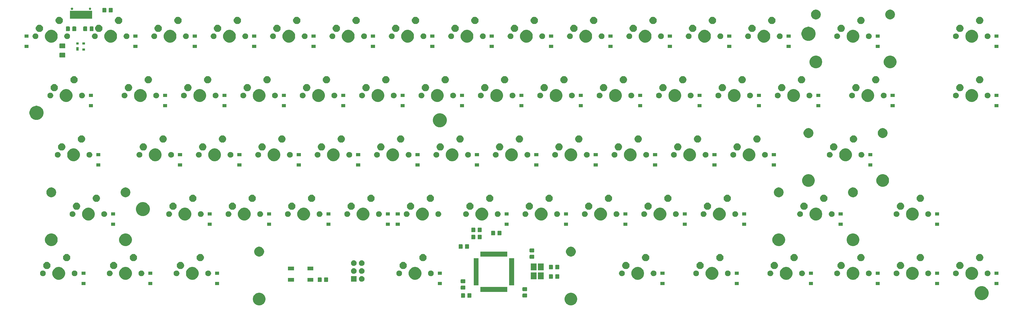
<source format=gbr>
G04 #@! TF.GenerationSoftware,KiCad,Pcbnew,(5.1.4)-1*
G04 #@! TF.CreationDate,2021-09-28T20:31:06+02:00*
G04 #@! TF.ProjectId,CrowMiniMk2,43726f77-4d69-46e6-994d-6b322e6b6963,rev?*
G04 #@! TF.SameCoordinates,Original*
G04 #@! TF.FileFunction,Soldermask,Bot*
G04 #@! TF.FilePolarity,Negative*
%FSLAX46Y46*%
G04 Gerber Fmt 4.6, Leading zero omitted, Abs format (unit mm)*
G04 Created by KiCad (PCBNEW (5.1.4)-1) date 2021-09-28 20:31:06*
%MOMM*%
%LPD*%
G04 APERTURE LIST*
%ADD10C,0.100000*%
G04 APERTURE END LIST*
D10*
G36*
X186327624Y-126938684D02*
G01*
X186545624Y-127028983D01*
X186699773Y-127092833D01*
X187034698Y-127316623D01*
X187319527Y-127601452D01*
X187543317Y-127936377D01*
X187543317Y-127936378D01*
X187697466Y-128308526D01*
X187776050Y-128703594D01*
X187776050Y-129106406D01*
X187697466Y-129501474D01*
X187607167Y-129719474D01*
X187543317Y-129873623D01*
X187319527Y-130208548D01*
X187034698Y-130493377D01*
X186699773Y-130717167D01*
X186545624Y-130781017D01*
X186327624Y-130871316D01*
X185932556Y-130949900D01*
X185529744Y-130949900D01*
X185134676Y-130871316D01*
X184916676Y-130781017D01*
X184762527Y-130717167D01*
X184427602Y-130493377D01*
X184142773Y-130208548D01*
X183918983Y-129873623D01*
X183855133Y-129719474D01*
X183764834Y-129501474D01*
X183686250Y-129106406D01*
X183686250Y-128703594D01*
X183764834Y-128308526D01*
X183918983Y-127936378D01*
X183918983Y-127936377D01*
X184142773Y-127601452D01*
X184427602Y-127316623D01*
X184762527Y-127092833D01*
X184916676Y-127028983D01*
X185134676Y-126938684D01*
X185529744Y-126860100D01*
X185932556Y-126860100D01*
X186327624Y-126938684D01*
X186327624Y-126938684D01*
G37*
G36*
X86327824Y-126938684D02*
G01*
X86545824Y-127028983D01*
X86699973Y-127092833D01*
X87034898Y-127316623D01*
X87319727Y-127601452D01*
X87543517Y-127936377D01*
X87543517Y-127936378D01*
X87697666Y-128308526D01*
X87776250Y-128703594D01*
X87776250Y-129106406D01*
X87697666Y-129501474D01*
X87607367Y-129719474D01*
X87543517Y-129873623D01*
X87319727Y-130208548D01*
X87034898Y-130493377D01*
X86699973Y-130717167D01*
X86545824Y-130781017D01*
X86327824Y-130871316D01*
X85932756Y-130949900D01*
X85529944Y-130949900D01*
X85134876Y-130871316D01*
X84916876Y-130781017D01*
X84762727Y-130717167D01*
X84427802Y-130493377D01*
X84142973Y-130208548D01*
X83919183Y-129873623D01*
X83855333Y-129719474D01*
X83765034Y-129501474D01*
X83686450Y-129106406D01*
X83686450Y-128703594D01*
X83765034Y-128308526D01*
X83919183Y-127936378D01*
X83919183Y-127936377D01*
X84142973Y-127601452D01*
X84427802Y-127316623D01*
X84762727Y-127092833D01*
X84916876Y-127028983D01*
X85134876Y-126938684D01*
X85529944Y-126860100D01*
X85932756Y-126860100D01*
X86327824Y-126938684D01*
X86327824Y-126938684D01*
G37*
G36*
X317775880Y-124759776D02*
G01*
X318156593Y-124835504D01*
X318566249Y-125005189D01*
X318934929Y-125251534D01*
X319248466Y-125565071D01*
X319494811Y-125933751D01*
X319664496Y-126343407D01*
X319724088Y-126643000D01*
X319751000Y-126778295D01*
X319751000Y-127221705D01*
X319749335Y-127230075D01*
X319664496Y-127656593D01*
X319494811Y-128066249D01*
X319248466Y-128434929D01*
X318934929Y-128748466D01*
X318566249Y-128994811D01*
X318156593Y-129164496D01*
X317775880Y-129240224D01*
X317721705Y-129251000D01*
X317278295Y-129251000D01*
X317224120Y-129240224D01*
X316843407Y-129164496D01*
X316433751Y-128994811D01*
X316065071Y-128748466D01*
X315751534Y-128434929D01*
X315505189Y-128066249D01*
X315335504Y-127656593D01*
X315250665Y-127230075D01*
X315249000Y-127221705D01*
X315249000Y-126778295D01*
X315275912Y-126643000D01*
X315335504Y-126343407D01*
X315505189Y-125933751D01*
X315751534Y-125565071D01*
X316065071Y-125251534D01*
X316433751Y-125005189D01*
X316843407Y-124835504D01*
X317224120Y-124759776D01*
X317278295Y-124749000D01*
X317721705Y-124749000D01*
X317775880Y-124759776D01*
X317775880Y-124759776D01*
G37*
G36*
X151584674Y-127015465D02*
G01*
X151622367Y-127026899D01*
X151657103Y-127045466D01*
X151687548Y-127070452D01*
X151712534Y-127100897D01*
X151731101Y-127135633D01*
X151742535Y-127173326D01*
X151747000Y-127218661D01*
X151747000Y-128305339D01*
X151742535Y-128350674D01*
X151731101Y-128388367D01*
X151712534Y-128423103D01*
X151687548Y-128453548D01*
X151657103Y-128478534D01*
X151622367Y-128497101D01*
X151584674Y-128508535D01*
X151539339Y-128513000D01*
X150702661Y-128513000D01*
X150657326Y-128508535D01*
X150619633Y-128497101D01*
X150584897Y-128478534D01*
X150554452Y-128453548D01*
X150529466Y-128423103D01*
X150510899Y-128388367D01*
X150499465Y-128350674D01*
X150495000Y-128305339D01*
X150495000Y-127218661D01*
X150499465Y-127173326D01*
X150510899Y-127135633D01*
X150529466Y-127100897D01*
X150554452Y-127070452D01*
X150584897Y-127045466D01*
X150619633Y-127026899D01*
X150657326Y-127015465D01*
X150702661Y-127011000D01*
X151539339Y-127011000D01*
X151584674Y-127015465D01*
X151584674Y-127015465D01*
G37*
G36*
X153634674Y-127015465D02*
G01*
X153672367Y-127026899D01*
X153707103Y-127045466D01*
X153737548Y-127070452D01*
X153762534Y-127100897D01*
X153781101Y-127135633D01*
X153792535Y-127173326D01*
X153797000Y-127218661D01*
X153797000Y-128305339D01*
X153792535Y-128350674D01*
X153781101Y-128388367D01*
X153762534Y-128423103D01*
X153737548Y-128453548D01*
X153707103Y-128478534D01*
X153672367Y-128497101D01*
X153634674Y-128508535D01*
X153589339Y-128513000D01*
X152752661Y-128513000D01*
X152707326Y-128508535D01*
X152669633Y-128497101D01*
X152634897Y-128478534D01*
X152604452Y-128453548D01*
X152579466Y-128423103D01*
X152560899Y-128388367D01*
X152549465Y-128350674D01*
X152545000Y-128305339D01*
X152545000Y-127218661D01*
X152549465Y-127173326D01*
X152560899Y-127135633D01*
X152579466Y-127100897D01*
X152604452Y-127070452D01*
X152634897Y-127045466D01*
X152669633Y-127026899D01*
X152707326Y-127015465D01*
X152752661Y-127011000D01*
X153589339Y-127011000D01*
X153634674Y-127015465D01*
X153634674Y-127015465D01*
G37*
G36*
X171530674Y-127149465D02*
G01*
X171568367Y-127160899D01*
X171603103Y-127179466D01*
X171633548Y-127204452D01*
X171658534Y-127234897D01*
X171677101Y-127269633D01*
X171688535Y-127307326D01*
X171693000Y-127352661D01*
X171693000Y-128189339D01*
X171688535Y-128234674D01*
X171677101Y-128272367D01*
X171658534Y-128307103D01*
X171633548Y-128337548D01*
X171603103Y-128362534D01*
X171568367Y-128381101D01*
X171530674Y-128392535D01*
X171485339Y-128397000D01*
X170398661Y-128397000D01*
X170353326Y-128392535D01*
X170315633Y-128381101D01*
X170280897Y-128362534D01*
X170250452Y-128337548D01*
X170225466Y-128307103D01*
X170206899Y-128272367D01*
X170195465Y-128234674D01*
X170191000Y-128189339D01*
X170191000Y-127352661D01*
X170195465Y-127307326D01*
X170206899Y-127269633D01*
X170225466Y-127234897D01*
X170250452Y-127204452D01*
X170280897Y-127179466D01*
X170315633Y-127160899D01*
X170353326Y-127149465D01*
X170398661Y-127145000D01*
X171485339Y-127145000D01*
X171530674Y-127149465D01*
X171530674Y-127149465D01*
G37*
G36*
X165362000Y-126643000D02*
G01*
X156710000Y-126643000D01*
X156710000Y-125041000D01*
X165362000Y-125041000D01*
X165362000Y-126643000D01*
X165362000Y-126643000D01*
G37*
G36*
X171530674Y-125099465D02*
G01*
X171568367Y-125110899D01*
X171603103Y-125129466D01*
X171633548Y-125154452D01*
X171658534Y-125184897D01*
X171677101Y-125219633D01*
X171688535Y-125257326D01*
X171693000Y-125302661D01*
X171693000Y-126139339D01*
X171688535Y-126184674D01*
X171677101Y-126222367D01*
X171658534Y-126257103D01*
X171633548Y-126287548D01*
X171603103Y-126312534D01*
X171568367Y-126331101D01*
X171530674Y-126342535D01*
X171485339Y-126347000D01*
X170398661Y-126347000D01*
X170353326Y-126342535D01*
X170315633Y-126331101D01*
X170280897Y-126312534D01*
X170250452Y-126287548D01*
X170225466Y-126257103D01*
X170206899Y-126222367D01*
X170195465Y-126184674D01*
X170191000Y-126139339D01*
X170191000Y-125302661D01*
X170195465Y-125257326D01*
X170206899Y-125219633D01*
X170225466Y-125184897D01*
X170250452Y-125154452D01*
X170280897Y-125129466D01*
X170315633Y-125110899D01*
X170353326Y-125099465D01*
X170398661Y-125095000D01*
X171485339Y-125095000D01*
X171530674Y-125099465D01*
X171530674Y-125099465D01*
G37*
G36*
X151718674Y-124609465D02*
G01*
X151756367Y-124620899D01*
X151791103Y-124639466D01*
X151821548Y-124664452D01*
X151846534Y-124694897D01*
X151865101Y-124729633D01*
X151876535Y-124767326D01*
X151881000Y-124812661D01*
X151881000Y-125649339D01*
X151876535Y-125694674D01*
X151865101Y-125732367D01*
X151846534Y-125767103D01*
X151821548Y-125797548D01*
X151791103Y-125822534D01*
X151756367Y-125841101D01*
X151718674Y-125852535D01*
X151673339Y-125857000D01*
X150586661Y-125857000D01*
X150541326Y-125852535D01*
X150503633Y-125841101D01*
X150468897Y-125822534D01*
X150438452Y-125797548D01*
X150413466Y-125767103D01*
X150394899Y-125732367D01*
X150383465Y-125694674D01*
X150379000Y-125649339D01*
X150379000Y-124812661D01*
X150383465Y-124767326D01*
X150394899Y-124729633D01*
X150413466Y-124694897D01*
X150438452Y-124664452D01*
X150468897Y-124639466D01*
X150503633Y-124620899D01*
X150541326Y-124609465D01*
X150586661Y-124605000D01*
X151673339Y-124605000D01*
X151718674Y-124609465D01*
X151718674Y-124609465D01*
G37*
G36*
X156137000Y-124468000D02*
G01*
X154535000Y-124468000D01*
X154535000Y-115816000D01*
X156137000Y-115816000D01*
X156137000Y-124468000D01*
X156137000Y-124468000D01*
G37*
G36*
X167537000Y-124468000D02*
G01*
X165935000Y-124468000D01*
X165935000Y-115816000D01*
X167537000Y-115816000D01*
X167537000Y-124468000D01*
X167537000Y-124468000D01*
G37*
G36*
X215757250Y-124388500D02*
G01*
X214455250Y-124388500D01*
X214455250Y-123386500D01*
X215757250Y-123386500D01*
X215757250Y-124388500D01*
X215757250Y-124388500D01*
G37*
G36*
X72882250Y-124388500D02*
G01*
X71580250Y-124388500D01*
X71580250Y-123386500D01*
X72882250Y-123386500D01*
X72882250Y-124388500D01*
X72882250Y-124388500D01*
G37*
G36*
X51451000Y-124388500D02*
G01*
X50149000Y-124388500D01*
X50149000Y-123386500D01*
X51451000Y-123386500D01*
X51451000Y-124388500D01*
X51451000Y-124388500D01*
G37*
G36*
X30019750Y-124388500D02*
G01*
X28717750Y-124388500D01*
X28717750Y-123386500D01*
X30019750Y-123386500D01*
X30019750Y-124388500D01*
X30019750Y-124388500D01*
G37*
G36*
X144319750Y-124388500D02*
G01*
X143017750Y-124388500D01*
X143017750Y-123386500D01*
X144319750Y-123386500D01*
X144319750Y-124388500D01*
X144319750Y-124388500D01*
G37*
G36*
X239569750Y-124388500D02*
G01*
X238267750Y-124388500D01*
X238267750Y-123386500D01*
X239569750Y-123386500D01*
X239569750Y-124388500D01*
X239569750Y-124388500D01*
G37*
G36*
X263382250Y-124388500D02*
G01*
X262080250Y-124388500D01*
X262080250Y-123386500D01*
X263382250Y-123386500D01*
X263382250Y-124388500D01*
X263382250Y-124388500D01*
G37*
G36*
X284813500Y-124388500D02*
G01*
X283511500Y-124388500D01*
X283511500Y-123386500D01*
X284813500Y-123386500D01*
X284813500Y-124388500D01*
X284813500Y-124388500D01*
G37*
G36*
X303863500Y-124388500D02*
G01*
X302561500Y-124388500D01*
X302561500Y-123386500D01*
X303863500Y-123386500D01*
X303863500Y-124388500D01*
X303863500Y-124388500D01*
G37*
G36*
X322913500Y-124388500D02*
G01*
X321611500Y-124388500D01*
X321611500Y-123386500D01*
X322913500Y-123386500D01*
X322913500Y-124388500D01*
X322913500Y-124388500D01*
G37*
G36*
X151718674Y-122559465D02*
G01*
X151756367Y-122570899D01*
X151791103Y-122589466D01*
X151821548Y-122614452D01*
X151846534Y-122644897D01*
X151865101Y-122679633D01*
X151876535Y-122717326D01*
X151881000Y-122762661D01*
X151881000Y-123599339D01*
X151876535Y-123644674D01*
X151865101Y-123682367D01*
X151846534Y-123717103D01*
X151821548Y-123747548D01*
X151791103Y-123772534D01*
X151756367Y-123791101D01*
X151718674Y-123802535D01*
X151673339Y-123807000D01*
X150586661Y-123807000D01*
X150541326Y-123802535D01*
X150503633Y-123791101D01*
X150468897Y-123772534D01*
X150438452Y-123747548D01*
X150413466Y-123717103D01*
X150394899Y-123682367D01*
X150383465Y-123644674D01*
X150379000Y-123599339D01*
X150379000Y-122762661D01*
X150383465Y-122717326D01*
X150394899Y-122679633D01*
X150413466Y-122644897D01*
X150438452Y-122614452D01*
X150468897Y-122589466D01*
X150503633Y-122570899D01*
X150541326Y-122559465D01*
X150586661Y-122555000D01*
X151673339Y-122555000D01*
X151718674Y-122559465D01*
X151718674Y-122559465D01*
G37*
G36*
X107660674Y-121935465D02*
G01*
X107698367Y-121946899D01*
X107733103Y-121965466D01*
X107763548Y-121990452D01*
X107788534Y-122020897D01*
X107807101Y-122055633D01*
X107818535Y-122093326D01*
X107823000Y-122138661D01*
X107823000Y-123225339D01*
X107818535Y-123270674D01*
X107807101Y-123308367D01*
X107788534Y-123343103D01*
X107763548Y-123373548D01*
X107733103Y-123398534D01*
X107698367Y-123417101D01*
X107660674Y-123428535D01*
X107615339Y-123433000D01*
X106778661Y-123433000D01*
X106733326Y-123428535D01*
X106695633Y-123417101D01*
X106660897Y-123398534D01*
X106630452Y-123373548D01*
X106605466Y-123343103D01*
X106586899Y-123308367D01*
X106575465Y-123270674D01*
X106571000Y-123225339D01*
X106571000Y-122138661D01*
X106575465Y-122093326D01*
X106586899Y-122055633D01*
X106605466Y-122020897D01*
X106630452Y-121990452D01*
X106660897Y-121965466D01*
X106695633Y-121946899D01*
X106733326Y-121935465D01*
X106778661Y-121931000D01*
X107615339Y-121931000D01*
X107660674Y-121935465D01*
X107660674Y-121935465D01*
G37*
G36*
X105610674Y-121935465D02*
G01*
X105648367Y-121946899D01*
X105683103Y-121965466D01*
X105713548Y-121990452D01*
X105738534Y-122020897D01*
X105757101Y-122055633D01*
X105768535Y-122093326D01*
X105773000Y-122138661D01*
X105773000Y-123225339D01*
X105768535Y-123270674D01*
X105757101Y-123308367D01*
X105738534Y-123343103D01*
X105713548Y-123373548D01*
X105683103Y-123398534D01*
X105648367Y-123417101D01*
X105610674Y-123428535D01*
X105565339Y-123433000D01*
X104728661Y-123433000D01*
X104683326Y-123428535D01*
X104645633Y-123417101D01*
X104610897Y-123398534D01*
X104580452Y-123373548D01*
X104555466Y-123343103D01*
X104536899Y-123308367D01*
X104525465Y-123270674D01*
X104521000Y-123225339D01*
X104521000Y-122138661D01*
X104525465Y-122093326D01*
X104536899Y-122055633D01*
X104555466Y-122020897D01*
X104580452Y-121990452D01*
X104610897Y-121965466D01*
X104645633Y-121946899D01*
X104683326Y-121935465D01*
X104728661Y-121931000D01*
X105565339Y-121931000D01*
X105610674Y-121935465D01*
X105610674Y-121935465D01*
G37*
G36*
X96911000Y-123355000D02*
G01*
X95009000Y-123355000D01*
X95009000Y-122153000D01*
X96911000Y-122153000D01*
X96911000Y-123355000D01*
X96911000Y-123355000D01*
G37*
G36*
X103111000Y-123355000D02*
G01*
X101209000Y-123355000D01*
X101209000Y-122153000D01*
X103111000Y-122153000D01*
X103111000Y-123355000D01*
X103111000Y-123355000D01*
G37*
G36*
X116979000Y-123329000D02*
G01*
X115177000Y-123329000D01*
X115177000Y-121527000D01*
X116979000Y-121527000D01*
X116979000Y-123329000D01*
X116979000Y-123329000D01*
G37*
G36*
X118731512Y-121531927D02*
G01*
X118880812Y-121561624D01*
X119044784Y-121629544D01*
X119192354Y-121728147D01*
X119317853Y-121853646D01*
X119416456Y-122001216D01*
X119484376Y-122165188D01*
X119519000Y-122339259D01*
X119519000Y-122516741D01*
X119484376Y-122690812D01*
X119416456Y-122854784D01*
X119317853Y-123002354D01*
X119192354Y-123127853D01*
X119044784Y-123226456D01*
X118880812Y-123294376D01*
X118731512Y-123324073D01*
X118706742Y-123329000D01*
X118529258Y-123329000D01*
X118504488Y-123324073D01*
X118355188Y-123294376D01*
X118191216Y-123226456D01*
X118043646Y-123127853D01*
X117918147Y-123002354D01*
X117819544Y-122854784D01*
X117751624Y-122690812D01*
X117717000Y-122516741D01*
X117717000Y-122339259D01*
X117751624Y-122165188D01*
X117819544Y-122001216D01*
X117918147Y-121853646D01*
X118043646Y-121728147D01*
X118191216Y-121629544D01*
X118355188Y-121561624D01*
X118504488Y-121531927D01*
X118529258Y-121527000D01*
X118706742Y-121527000D01*
X118731512Y-121531927D01*
X118731512Y-121531927D01*
G37*
G36*
X64890224Y-118683684D02*
G01*
X65108224Y-118773983D01*
X65262373Y-118837833D01*
X65597298Y-119061623D01*
X65882127Y-119346452D01*
X66105917Y-119681377D01*
X66138312Y-119759586D01*
X66260066Y-120053526D01*
X66338650Y-120448594D01*
X66338650Y-120851406D01*
X66260066Y-121246474D01*
X66209201Y-121369272D01*
X66105917Y-121618623D01*
X65882127Y-121953548D01*
X65597298Y-122238377D01*
X65262373Y-122462167D01*
X65130619Y-122516741D01*
X64890224Y-122616316D01*
X64495156Y-122694900D01*
X64092344Y-122694900D01*
X63697276Y-122616316D01*
X63456881Y-122516741D01*
X63325127Y-122462167D01*
X62990202Y-122238377D01*
X62705373Y-121953548D01*
X62481583Y-121618623D01*
X62378299Y-121369272D01*
X62327434Y-121246474D01*
X62248850Y-120851406D01*
X62248850Y-120448594D01*
X62327434Y-120053526D01*
X62449188Y-119759586D01*
X62481583Y-119681377D01*
X62705373Y-119346452D01*
X62990202Y-119061623D01*
X63325127Y-118837833D01*
X63479276Y-118773983D01*
X63697276Y-118683684D01*
X64092344Y-118605100D01*
X64495156Y-118605100D01*
X64890224Y-118683684D01*
X64890224Y-118683684D01*
G37*
G36*
X255390224Y-118683684D02*
G01*
X255608224Y-118773983D01*
X255762373Y-118837833D01*
X256097298Y-119061623D01*
X256382127Y-119346452D01*
X256605917Y-119681377D01*
X256638312Y-119759586D01*
X256760066Y-120053526D01*
X256838650Y-120448594D01*
X256838650Y-120851406D01*
X256760066Y-121246474D01*
X256709201Y-121369272D01*
X256605917Y-121618623D01*
X256382127Y-121953548D01*
X256097298Y-122238377D01*
X255762373Y-122462167D01*
X255630619Y-122516741D01*
X255390224Y-122616316D01*
X254995156Y-122694900D01*
X254592344Y-122694900D01*
X254197276Y-122616316D01*
X253956881Y-122516741D01*
X253825127Y-122462167D01*
X253490202Y-122238377D01*
X253205373Y-121953548D01*
X252981583Y-121618623D01*
X252878299Y-121369272D01*
X252827434Y-121246474D01*
X252748850Y-120851406D01*
X252748850Y-120448594D01*
X252827434Y-120053526D01*
X252949188Y-119759586D01*
X252981583Y-119681377D01*
X253205373Y-119346452D01*
X253490202Y-119061623D01*
X253825127Y-118837833D01*
X253979276Y-118773983D01*
X254197276Y-118683684D01*
X254592344Y-118605100D01*
X254995156Y-118605100D01*
X255390224Y-118683684D01*
X255390224Y-118683684D01*
G37*
G36*
X207765224Y-118683684D02*
G01*
X207983224Y-118773983D01*
X208137373Y-118837833D01*
X208472298Y-119061623D01*
X208757127Y-119346452D01*
X208980917Y-119681377D01*
X209013312Y-119759586D01*
X209135066Y-120053526D01*
X209213650Y-120448594D01*
X209213650Y-120851406D01*
X209135066Y-121246474D01*
X209084201Y-121369272D01*
X208980917Y-121618623D01*
X208757127Y-121953548D01*
X208472298Y-122238377D01*
X208137373Y-122462167D01*
X208005619Y-122516741D01*
X207765224Y-122616316D01*
X207370156Y-122694900D01*
X206967344Y-122694900D01*
X206572276Y-122616316D01*
X206331881Y-122516741D01*
X206200127Y-122462167D01*
X205865202Y-122238377D01*
X205580373Y-121953548D01*
X205356583Y-121618623D01*
X205253299Y-121369272D01*
X205202434Y-121246474D01*
X205123850Y-120851406D01*
X205123850Y-120448594D01*
X205202434Y-120053526D01*
X205324188Y-119759586D01*
X205356583Y-119681377D01*
X205580373Y-119346452D01*
X205865202Y-119061623D01*
X206200127Y-118837833D01*
X206354276Y-118773983D01*
X206572276Y-118683684D01*
X206967344Y-118605100D01*
X207370156Y-118605100D01*
X207765224Y-118683684D01*
X207765224Y-118683684D01*
G37*
G36*
X136327724Y-118683684D02*
G01*
X136545724Y-118773983D01*
X136699873Y-118837833D01*
X137034798Y-119061623D01*
X137319627Y-119346452D01*
X137543417Y-119681377D01*
X137575812Y-119759586D01*
X137697566Y-120053526D01*
X137776150Y-120448594D01*
X137776150Y-120851406D01*
X137697566Y-121246474D01*
X137646701Y-121369272D01*
X137543417Y-121618623D01*
X137319627Y-121953548D01*
X137034798Y-122238377D01*
X136699873Y-122462167D01*
X136568119Y-122516741D01*
X136327724Y-122616316D01*
X135932656Y-122694900D01*
X135529844Y-122694900D01*
X135134776Y-122616316D01*
X134894381Y-122516741D01*
X134762627Y-122462167D01*
X134427702Y-122238377D01*
X134142873Y-121953548D01*
X133919083Y-121618623D01*
X133815799Y-121369272D01*
X133764934Y-121246474D01*
X133686350Y-120851406D01*
X133686350Y-120448594D01*
X133764934Y-120053526D01*
X133886688Y-119759586D01*
X133919083Y-119681377D01*
X134142873Y-119346452D01*
X134427702Y-119061623D01*
X134762627Y-118837833D01*
X134916776Y-118773983D01*
X135134776Y-118683684D01*
X135529844Y-118605100D01*
X135932656Y-118605100D01*
X136327724Y-118683684D01*
X136327724Y-118683684D01*
G37*
G36*
X314921474Y-118683684D02*
G01*
X315139474Y-118773983D01*
X315293623Y-118837833D01*
X315628548Y-119061623D01*
X315913377Y-119346452D01*
X316137167Y-119681377D01*
X316169562Y-119759586D01*
X316291316Y-120053526D01*
X316369900Y-120448594D01*
X316369900Y-120851406D01*
X316291316Y-121246474D01*
X316240451Y-121369272D01*
X316137167Y-121618623D01*
X315913377Y-121953548D01*
X315628548Y-122238377D01*
X315293623Y-122462167D01*
X315161869Y-122516741D01*
X314921474Y-122616316D01*
X314526406Y-122694900D01*
X314123594Y-122694900D01*
X313728526Y-122616316D01*
X313488131Y-122516741D01*
X313356377Y-122462167D01*
X313021452Y-122238377D01*
X312736623Y-121953548D01*
X312512833Y-121618623D01*
X312409549Y-121369272D01*
X312358684Y-121246474D01*
X312280100Y-120851406D01*
X312280100Y-120448594D01*
X312358684Y-120053526D01*
X312480438Y-119759586D01*
X312512833Y-119681377D01*
X312736623Y-119346452D01*
X313021452Y-119061623D01*
X313356377Y-118837833D01*
X313510526Y-118773983D01*
X313728526Y-118683684D01*
X314123594Y-118605100D01*
X314526406Y-118605100D01*
X314921474Y-118683684D01*
X314921474Y-118683684D01*
G37*
G36*
X231577724Y-118683684D02*
G01*
X231795724Y-118773983D01*
X231949873Y-118837833D01*
X232284798Y-119061623D01*
X232569627Y-119346452D01*
X232793417Y-119681377D01*
X232825812Y-119759586D01*
X232947566Y-120053526D01*
X233026150Y-120448594D01*
X233026150Y-120851406D01*
X232947566Y-121246474D01*
X232896701Y-121369272D01*
X232793417Y-121618623D01*
X232569627Y-121953548D01*
X232284798Y-122238377D01*
X231949873Y-122462167D01*
X231818119Y-122516741D01*
X231577724Y-122616316D01*
X231182656Y-122694900D01*
X230779844Y-122694900D01*
X230384776Y-122616316D01*
X230144381Y-122516741D01*
X230012627Y-122462167D01*
X229677702Y-122238377D01*
X229392873Y-121953548D01*
X229169083Y-121618623D01*
X229065799Y-121369272D01*
X229014934Y-121246474D01*
X228936350Y-120851406D01*
X228936350Y-120448594D01*
X229014934Y-120053526D01*
X229136688Y-119759586D01*
X229169083Y-119681377D01*
X229392873Y-119346452D01*
X229677702Y-119061623D01*
X230012627Y-118837833D01*
X230166776Y-118773983D01*
X230384776Y-118683684D01*
X230779844Y-118605100D01*
X231182656Y-118605100D01*
X231577724Y-118683684D01*
X231577724Y-118683684D01*
G37*
G36*
X276821474Y-118683684D02*
G01*
X277039474Y-118773983D01*
X277193623Y-118837833D01*
X277528548Y-119061623D01*
X277813377Y-119346452D01*
X278037167Y-119681377D01*
X278069562Y-119759586D01*
X278191316Y-120053526D01*
X278269900Y-120448594D01*
X278269900Y-120851406D01*
X278191316Y-121246474D01*
X278140451Y-121369272D01*
X278037167Y-121618623D01*
X277813377Y-121953548D01*
X277528548Y-122238377D01*
X277193623Y-122462167D01*
X277061869Y-122516741D01*
X276821474Y-122616316D01*
X276426406Y-122694900D01*
X276023594Y-122694900D01*
X275628526Y-122616316D01*
X275388131Y-122516741D01*
X275256377Y-122462167D01*
X274921452Y-122238377D01*
X274636623Y-121953548D01*
X274412833Y-121618623D01*
X274309549Y-121369272D01*
X274258684Y-121246474D01*
X274180100Y-120851406D01*
X274180100Y-120448594D01*
X274258684Y-120053526D01*
X274380438Y-119759586D01*
X274412833Y-119681377D01*
X274636623Y-119346452D01*
X274921452Y-119061623D01*
X275256377Y-118837833D01*
X275410526Y-118773983D01*
X275628526Y-118683684D01*
X276023594Y-118605100D01*
X276426406Y-118605100D01*
X276821474Y-118683684D01*
X276821474Y-118683684D01*
G37*
G36*
X22027724Y-118683684D02*
G01*
X22245724Y-118773983D01*
X22399873Y-118837833D01*
X22734798Y-119061623D01*
X23019627Y-119346452D01*
X23243417Y-119681377D01*
X23275812Y-119759586D01*
X23397566Y-120053526D01*
X23476150Y-120448594D01*
X23476150Y-120851406D01*
X23397566Y-121246474D01*
X23346701Y-121369272D01*
X23243417Y-121618623D01*
X23019627Y-121953548D01*
X22734798Y-122238377D01*
X22399873Y-122462167D01*
X22268119Y-122516741D01*
X22027724Y-122616316D01*
X21632656Y-122694900D01*
X21229844Y-122694900D01*
X20834776Y-122616316D01*
X20594381Y-122516741D01*
X20462627Y-122462167D01*
X20127702Y-122238377D01*
X19842873Y-121953548D01*
X19619083Y-121618623D01*
X19515799Y-121369272D01*
X19464934Y-121246474D01*
X19386350Y-120851406D01*
X19386350Y-120448594D01*
X19464934Y-120053526D01*
X19586688Y-119759586D01*
X19619083Y-119681377D01*
X19842873Y-119346452D01*
X20127702Y-119061623D01*
X20462627Y-118837833D01*
X20616776Y-118773983D01*
X20834776Y-118683684D01*
X21229844Y-118605100D01*
X21632656Y-118605100D01*
X22027724Y-118683684D01*
X22027724Y-118683684D01*
G37*
G36*
X295871474Y-118683684D02*
G01*
X296089474Y-118773983D01*
X296243623Y-118837833D01*
X296578548Y-119061623D01*
X296863377Y-119346452D01*
X297087167Y-119681377D01*
X297119562Y-119759586D01*
X297241316Y-120053526D01*
X297319900Y-120448594D01*
X297319900Y-120851406D01*
X297241316Y-121246474D01*
X297190451Y-121369272D01*
X297087167Y-121618623D01*
X296863377Y-121953548D01*
X296578548Y-122238377D01*
X296243623Y-122462167D01*
X296111869Y-122516741D01*
X295871474Y-122616316D01*
X295476406Y-122694900D01*
X295073594Y-122694900D01*
X294678526Y-122616316D01*
X294438131Y-122516741D01*
X294306377Y-122462167D01*
X293971452Y-122238377D01*
X293686623Y-121953548D01*
X293462833Y-121618623D01*
X293359549Y-121369272D01*
X293308684Y-121246474D01*
X293230100Y-120851406D01*
X293230100Y-120448594D01*
X293308684Y-120053526D01*
X293430438Y-119759586D01*
X293462833Y-119681377D01*
X293686623Y-119346452D01*
X293971452Y-119061623D01*
X294306377Y-118837833D01*
X294460526Y-118773983D01*
X294678526Y-118683684D01*
X295073594Y-118605100D01*
X295476406Y-118605100D01*
X295871474Y-118683684D01*
X295871474Y-118683684D01*
G37*
G36*
X43458974Y-118683684D02*
G01*
X43676974Y-118773983D01*
X43831123Y-118837833D01*
X44166048Y-119061623D01*
X44450877Y-119346452D01*
X44674667Y-119681377D01*
X44707062Y-119759586D01*
X44828816Y-120053526D01*
X44907400Y-120448594D01*
X44907400Y-120851406D01*
X44828816Y-121246474D01*
X44777951Y-121369272D01*
X44674667Y-121618623D01*
X44450877Y-121953548D01*
X44166048Y-122238377D01*
X43831123Y-122462167D01*
X43699369Y-122516741D01*
X43458974Y-122616316D01*
X43063906Y-122694900D01*
X42661094Y-122694900D01*
X42266026Y-122616316D01*
X42025631Y-122516741D01*
X41893877Y-122462167D01*
X41558952Y-122238377D01*
X41274123Y-121953548D01*
X41050333Y-121618623D01*
X40947049Y-121369272D01*
X40896184Y-121246474D01*
X40817600Y-120851406D01*
X40817600Y-120448594D01*
X40896184Y-120053526D01*
X41017938Y-119759586D01*
X41050333Y-119681377D01*
X41274123Y-119346452D01*
X41558952Y-119061623D01*
X41893877Y-118837833D01*
X42048026Y-118773983D01*
X42266026Y-118683684D01*
X42661094Y-118605100D01*
X43063906Y-118605100D01*
X43458974Y-118683684D01*
X43458974Y-118683684D01*
G37*
G36*
X177033000Y-122573000D02*
G01*
X175131000Y-122573000D01*
X175131000Y-120371000D01*
X177033000Y-120371000D01*
X177033000Y-122573000D01*
X177033000Y-122573000D01*
G37*
G36*
X174733000Y-122573000D02*
G01*
X172831000Y-122573000D01*
X172831000Y-120371000D01*
X174733000Y-120371000D01*
X174733000Y-122573000D01*
X174733000Y-122573000D01*
G37*
G36*
X181828674Y-120919465D02*
G01*
X181866367Y-120930899D01*
X181901103Y-120949466D01*
X181931548Y-120974452D01*
X181956534Y-121004897D01*
X181975101Y-121039633D01*
X181986535Y-121077326D01*
X181991000Y-121122661D01*
X181991000Y-122209339D01*
X181986535Y-122254674D01*
X181975101Y-122292367D01*
X181956534Y-122327103D01*
X181931548Y-122357548D01*
X181901103Y-122382534D01*
X181866367Y-122401101D01*
X181828674Y-122412535D01*
X181783339Y-122417000D01*
X180946661Y-122417000D01*
X180901326Y-122412535D01*
X180863633Y-122401101D01*
X180828897Y-122382534D01*
X180798452Y-122357548D01*
X180773466Y-122327103D01*
X180754899Y-122292367D01*
X180743465Y-122254674D01*
X180739000Y-122209339D01*
X180739000Y-121122661D01*
X180743465Y-121077326D01*
X180754899Y-121039633D01*
X180773466Y-121004897D01*
X180798452Y-120974452D01*
X180828897Y-120949466D01*
X180863633Y-120930899D01*
X180901326Y-120919465D01*
X180946661Y-120915000D01*
X181783339Y-120915000D01*
X181828674Y-120919465D01*
X181828674Y-120919465D01*
G37*
G36*
X179778674Y-120919465D02*
G01*
X179816367Y-120930899D01*
X179851103Y-120949466D01*
X179881548Y-120974452D01*
X179906534Y-121004897D01*
X179925101Y-121039633D01*
X179936535Y-121077326D01*
X179941000Y-121122661D01*
X179941000Y-122209339D01*
X179936535Y-122254674D01*
X179925101Y-122292367D01*
X179906534Y-122327103D01*
X179881548Y-122357548D01*
X179851103Y-122382534D01*
X179816367Y-122401101D01*
X179778674Y-122412535D01*
X179733339Y-122417000D01*
X178896661Y-122417000D01*
X178851326Y-122412535D01*
X178813633Y-122401101D01*
X178778897Y-122382534D01*
X178748452Y-122357548D01*
X178723466Y-122327103D01*
X178704899Y-122292367D01*
X178693465Y-122254674D01*
X178689000Y-122209339D01*
X178689000Y-121122661D01*
X178693465Y-121077326D01*
X178704899Y-121039633D01*
X178723466Y-121004897D01*
X178748452Y-120974452D01*
X178778897Y-120949466D01*
X178813633Y-120930899D01*
X178851326Y-120919465D01*
X178896661Y-120915000D01*
X179733339Y-120915000D01*
X179778674Y-120919465D01*
X179778674Y-120919465D01*
G37*
G36*
X130921354Y-119759585D02*
G01*
X131089876Y-119829389D01*
X131241541Y-119930728D01*
X131370522Y-120059709D01*
X131471861Y-120211374D01*
X131541665Y-120379896D01*
X131577250Y-120558797D01*
X131577250Y-120741203D01*
X131541665Y-120920104D01*
X131471861Y-121088626D01*
X131370522Y-121240291D01*
X131241541Y-121369272D01*
X131089876Y-121470611D01*
X130921354Y-121540415D01*
X130742453Y-121576000D01*
X130560047Y-121576000D01*
X130381146Y-121540415D01*
X130212624Y-121470611D01*
X130060959Y-121369272D01*
X129931978Y-121240291D01*
X129830639Y-121088626D01*
X129760835Y-120920104D01*
X129725250Y-120741203D01*
X129725250Y-120558797D01*
X129760835Y-120379896D01*
X129830639Y-120211374D01*
X129931978Y-120059709D01*
X130060959Y-119930728D01*
X130212624Y-119829389D01*
X130381146Y-119759585D01*
X130560047Y-119724000D01*
X130742453Y-119724000D01*
X130921354Y-119759585D01*
X130921354Y-119759585D01*
G37*
G36*
X141081354Y-119759585D02*
G01*
X141249876Y-119829389D01*
X141401541Y-119930728D01*
X141530522Y-120059709D01*
X141631861Y-120211374D01*
X141701665Y-120379896D01*
X141737250Y-120558797D01*
X141737250Y-120741203D01*
X141701665Y-120920104D01*
X141631861Y-121088626D01*
X141530522Y-121240291D01*
X141401541Y-121369272D01*
X141249876Y-121470611D01*
X141081354Y-121540415D01*
X140902453Y-121576000D01*
X140720047Y-121576000D01*
X140541146Y-121540415D01*
X140372624Y-121470611D01*
X140220959Y-121369272D01*
X140091978Y-121240291D01*
X139990639Y-121088626D01*
X139920835Y-120920104D01*
X139885250Y-120741203D01*
X139885250Y-120558797D01*
X139920835Y-120379896D01*
X139990639Y-120211374D01*
X140091978Y-120059709D01*
X140220959Y-119930728D01*
X140372624Y-119829389D01*
X140541146Y-119759585D01*
X140720047Y-119724000D01*
X140902453Y-119724000D01*
X141081354Y-119759585D01*
X141081354Y-119759585D01*
G37*
G36*
X260143854Y-119759585D02*
G01*
X260312376Y-119829389D01*
X260464041Y-119930728D01*
X260593022Y-120059709D01*
X260694361Y-120211374D01*
X260764165Y-120379896D01*
X260799750Y-120558797D01*
X260799750Y-120741203D01*
X260764165Y-120920104D01*
X260694361Y-121088626D01*
X260593022Y-121240291D01*
X260464041Y-121369272D01*
X260312376Y-121470611D01*
X260143854Y-121540415D01*
X259964953Y-121576000D01*
X259782547Y-121576000D01*
X259603646Y-121540415D01*
X259435124Y-121470611D01*
X259283459Y-121369272D01*
X259154478Y-121240291D01*
X259053139Y-121088626D01*
X258983335Y-120920104D01*
X258947750Y-120741203D01*
X258947750Y-120558797D01*
X258983335Y-120379896D01*
X259053139Y-120211374D01*
X259154478Y-120059709D01*
X259283459Y-119930728D01*
X259435124Y-119829389D01*
X259603646Y-119759585D01*
X259782547Y-119724000D01*
X259964953Y-119724000D01*
X260143854Y-119759585D01*
X260143854Y-119759585D01*
G37*
G36*
X226171354Y-119759585D02*
G01*
X226339876Y-119829389D01*
X226491541Y-119930728D01*
X226620522Y-120059709D01*
X226721861Y-120211374D01*
X226791665Y-120379896D01*
X226827250Y-120558797D01*
X226827250Y-120741203D01*
X226791665Y-120920104D01*
X226721861Y-121088626D01*
X226620522Y-121240291D01*
X226491541Y-121369272D01*
X226339876Y-121470611D01*
X226171354Y-121540415D01*
X225992453Y-121576000D01*
X225810047Y-121576000D01*
X225631146Y-121540415D01*
X225462624Y-121470611D01*
X225310959Y-121369272D01*
X225181978Y-121240291D01*
X225080639Y-121088626D01*
X225010835Y-120920104D01*
X224975250Y-120741203D01*
X224975250Y-120558797D01*
X225010835Y-120379896D01*
X225080639Y-120211374D01*
X225181978Y-120059709D01*
X225310959Y-119930728D01*
X225462624Y-119829389D01*
X225631146Y-119759585D01*
X225810047Y-119724000D01*
X225992453Y-119724000D01*
X226171354Y-119759585D01*
X226171354Y-119759585D01*
G37*
G36*
X236331354Y-119759585D02*
G01*
X236499876Y-119829389D01*
X236651541Y-119930728D01*
X236780522Y-120059709D01*
X236881861Y-120211374D01*
X236951665Y-120379896D01*
X236987250Y-120558797D01*
X236987250Y-120741203D01*
X236951665Y-120920104D01*
X236881861Y-121088626D01*
X236780522Y-121240291D01*
X236651541Y-121369272D01*
X236499876Y-121470611D01*
X236331354Y-121540415D01*
X236152453Y-121576000D01*
X235970047Y-121576000D01*
X235791146Y-121540415D01*
X235622624Y-121470611D01*
X235470959Y-121369272D01*
X235341978Y-121240291D01*
X235240639Y-121088626D01*
X235170835Y-120920104D01*
X235135250Y-120741203D01*
X235135250Y-120558797D01*
X235170835Y-120379896D01*
X235240639Y-120211374D01*
X235341978Y-120059709D01*
X235470959Y-119930728D01*
X235622624Y-119829389D01*
X235791146Y-119759585D01*
X235970047Y-119724000D01*
X236152453Y-119724000D01*
X236331354Y-119759585D01*
X236331354Y-119759585D01*
G37*
G36*
X249983854Y-119759585D02*
G01*
X250152376Y-119829389D01*
X250304041Y-119930728D01*
X250433022Y-120059709D01*
X250534361Y-120211374D01*
X250604165Y-120379896D01*
X250639750Y-120558797D01*
X250639750Y-120741203D01*
X250604165Y-120920104D01*
X250534361Y-121088626D01*
X250433022Y-121240291D01*
X250304041Y-121369272D01*
X250152376Y-121470611D01*
X249983854Y-121540415D01*
X249804953Y-121576000D01*
X249622547Y-121576000D01*
X249443646Y-121540415D01*
X249275124Y-121470611D01*
X249123459Y-121369272D01*
X248994478Y-121240291D01*
X248893139Y-121088626D01*
X248823335Y-120920104D01*
X248787750Y-120741203D01*
X248787750Y-120558797D01*
X248823335Y-120379896D01*
X248893139Y-120211374D01*
X248994478Y-120059709D01*
X249123459Y-119930728D01*
X249275124Y-119829389D01*
X249443646Y-119759585D01*
X249622547Y-119724000D01*
X249804953Y-119724000D01*
X249983854Y-119759585D01*
X249983854Y-119759585D01*
G37*
G36*
X212518854Y-119759585D02*
G01*
X212687376Y-119829389D01*
X212839041Y-119930728D01*
X212968022Y-120059709D01*
X213069361Y-120211374D01*
X213139165Y-120379896D01*
X213174750Y-120558797D01*
X213174750Y-120741203D01*
X213139165Y-120920104D01*
X213069361Y-121088626D01*
X212968022Y-121240291D01*
X212839041Y-121369272D01*
X212687376Y-121470611D01*
X212518854Y-121540415D01*
X212339953Y-121576000D01*
X212157547Y-121576000D01*
X211978646Y-121540415D01*
X211810124Y-121470611D01*
X211658459Y-121369272D01*
X211529478Y-121240291D01*
X211428139Y-121088626D01*
X211358335Y-120920104D01*
X211322750Y-120741203D01*
X211322750Y-120558797D01*
X211358335Y-120379896D01*
X211428139Y-120211374D01*
X211529478Y-120059709D01*
X211658459Y-119930728D01*
X211810124Y-119829389D01*
X211978646Y-119759585D01*
X212157547Y-119724000D01*
X212339953Y-119724000D01*
X212518854Y-119759585D01*
X212518854Y-119759585D01*
G37*
G36*
X59483854Y-119759585D02*
G01*
X59652376Y-119829389D01*
X59804041Y-119930728D01*
X59933022Y-120059709D01*
X60034361Y-120211374D01*
X60104165Y-120379896D01*
X60139750Y-120558797D01*
X60139750Y-120741203D01*
X60104165Y-120920104D01*
X60034361Y-121088626D01*
X59933022Y-121240291D01*
X59804041Y-121369272D01*
X59652376Y-121470611D01*
X59483854Y-121540415D01*
X59304953Y-121576000D01*
X59122547Y-121576000D01*
X58943646Y-121540415D01*
X58775124Y-121470611D01*
X58623459Y-121369272D01*
X58494478Y-121240291D01*
X58393139Y-121088626D01*
X58323335Y-120920104D01*
X58287750Y-120741203D01*
X58287750Y-120558797D01*
X58323335Y-120379896D01*
X58393139Y-120211374D01*
X58494478Y-120059709D01*
X58623459Y-119930728D01*
X58775124Y-119829389D01*
X58943646Y-119759585D01*
X59122547Y-119724000D01*
X59304953Y-119724000D01*
X59483854Y-119759585D01*
X59483854Y-119759585D01*
G37*
G36*
X69643854Y-119759585D02*
G01*
X69812376Y-119829389D01*
X69964041Y-119930728D01*
X70093022Y-120059709D01*
X70194361Y-120211374D01*
X70264165Y-120379896D01*
X70299750Y-120558797D01*
X70299750Y-120741203D01*
X70264165Y-120920104D01*
X70194361Y-121088626D01*
X70093022Y-121240291D01*
X69964041Y-121369272D01*
X69812376Y-121470611D01*
X69643854Y-121540415D01*
X69464953Y-121576000D01*
X69282547Y-121576000D01*
X69103646Y-121540415D01*
X68935124Y-121470611D01*
X68783459Y-121369272D01*
X68654478Y-121240291D01*
X68553139Y-121088626D01*
X68483335Y-120920104D01*
X68447750Y-120741203D01*
X68447750Y-120558797D01*
X68483335Y-120379896D01*
X68553139Y-120211374D01*
X68654478Y-120059709D01*
X68783459Y-119930728D01*
X68935124Y-119829389D01*
X69103646Y-119759585D01*
X69282547Y-119724000D01*
X69464953Y-119724000D01*
X69643854Y-119759585D01*
X69643854Y-119759585D01*
G37*
G36*
X48212604Y-119759585D02*
G01*
X48381126Y-119829389D01*
X48532791Y-119930728D01*
X48661772Y-120059709D01*
X48763111Y-120211374D01*
X48832915Y-120379896D01*
X48868500Y-120558797D01*
X48868500Y-120741203D01*
X48832915Y-120920104D01*
X48763111Y-121088626D01*
X48661772Y-121240291D01*
X48532791Y-121369272D01*
X48381126Y-121470611D01*
X48212604Y-121540415D01*
X48033703Y-121576000D01*
X47851297Y-121576000D01*
X47672396Y-121540415D01*
X47503874Y-121470611D01*
X47352209Y-121369272D01*
X47223228Y-121240291D01*
X47121889Y-121088626D01*
X47052085Y-120920104D01*
X47016500Y-120741203D01*
X47016500Y-120558797D01*
X47052085Y-120379896D01*
X47121889Y-120211374D01*
X47223228Y-120059709D01*
X47352209Y-119930728D01*
X47503874Y-119829389D01*
X47672396Y-119759585D01*
X47851297Y-119724000D01*
X48033703Y-119724000D01*
X48212604Y-119759585D01*
X48212604Y-119759585D01*
G37*
G36*
X16621354Y-119759585D02*
G01*
X16789876Y-119829389D01*
X16941541Y-119930728D01*
X17070522Y-120059709D01*
X17171861Y-120211374D01*
X17241665Y-120379896D01*
X17277250Y-120558797D01*
X17277250Y-120741203D01*
X17241665Y-120920104D01*
X17171861Y-121088626D01*
X17070522Y-121240291D01*
X16941541Y-121369272D01*
X16789876Y-121470611D01*
X16621354Y-121540415D01*
X16442453Y-121576000D01*
X16260047Y-121576000D01*
X16081146Y-121540415D01*
X15912624Y-121470611D01*
X15760959Y-121369272D01*
X15631978Y-121240291D01*
X15530639Y-121088626D01*
X15460835Y-120920104D01*
X15425250Y-120741203D01*
X15425250Y-120558797D01*
X15460835Y-120379896D01*
X15530639Y-120211374D01*
X15631978Y-120059709D01*
X15760959Y-119930728D01*
X15912624Y-119829389D01*
X16081146Y-119759585D01*
X16260047Y-119724000D01*
X16442453Y-119724000D01*
X16621354Y-119759585D01*
X16621354Y-119759585D01*
G37*
G36*
X26781354Y-119759585D02*
G01*
X26949876Y-119829389D01*
X27101541Y-119930728D01*
X27230522Y-120059709D01*
X27331861Y-120211374D01*
X27401665Y-120379896D01*
X27437250Y-120558797D01*
X27437250Y-120741203D01*
X27401665Y-120920104D01*
X27331861Y-121088626D01*
X27230522Y-121240291D01*
X27101541Y-121369272D01*
X26949876Y-121470611D01*
X26781354Y-121540415D01*
X26602453Y-121576000D01*
X26420047Y-121576000D01*
X26241146Y-121540415D01*
X26072624Y-121470611D01*
X25920959Y-121369272D01*
X25791978Y-121240291D01*
X25690639Y-121088626D01*
X25620835Y-120920104D01*
X25585250Y-120741203D01*
X25585250Y-120558797D01*
X25620835Y-120379896D01*
X25690639Y-120211374D01*
X25791978Y-120059709D01*
X25920959Y-119930728D01*
X26072624Y-119829389D01*
X26241146Y-119759585D01*
X26420047Y-119724000D01*
X26602453Y-119724000D01*
X26781354Y-119759585D01*
X26781354Y-119759585D01*
G37*
G36*
X202358854Y-119759585D02*
G01*
X202527376Y-119829389D01*
X202679041Y-119930728D01*
X202808022Y-120059709D01*
X202909361Y-120211374D01*
X202979165Y-120379896D01*
X203014750Y-120558797D01*
X203014750Y-120741203D01*
X202979165Y-120920104D01*
X202909361Y-121088626D01*
X202808022Y-121240291D01*
X202679041Y-121369272D01*
X202527376Y-121470611D01*
X202358854Y-121540415D01*
X202179953Y-121576000D01*
X201997547Y-121576000D01*
X201818646Y-121540415D01*
X201650124Y-121470611D01*
X201498459Y-121369272D01*
X201369478Y-121240291D01*
X201268139Y-121088626D01*
X201198335Y-120920104D01*
X201162750Y-120741203D01*
X201162750Y-120558797D01*
X201198335Y-120379896D01*
X201268139Y-120211374D01*
X201369478Y-120059709D01*
X201498459Y-119930728D01*
X201650124Y-119829389D01*
X201818646Y-119759585D01*
X201997547Y-119724000D01*
X202179953Y-119724000D01*
X202358854Y-119759585D01*
X202358854Y-119759585D01*
G37*
G36*
X271415104Y-119759585D02*
G01*
X271583626Y-119829389D01*
X271735291Y-119930728D01*
X271864272Y-120059709D01*
X271965611Y-120211374D01*
X272035415Y-120379896D01*
X272071000Y-120558797D01*
X272071000Y-120741203D01*
X272035415Y-120920104D01*
X271965611Y-121088626D01*
X271864272Y-121240291D01*
X271735291Y-121369272D01*
X271583626Y-121470611D01*
X271415104Y-121540415D01*
X271236203Y-121576000D01*
X271053797Y-121576000D01*
X270874896Y-121540415D01*
X270706374Y-121470611D01*
X270554709Y-121369272D01*
X270425728Y-121240291D01*
X270324389Y-121088626D01*
X270254585Y-120920104D01*
X270219000Y-120741203D01*
X270219000Y-120558797D01*
X270254585Y-120379896D01*
X270324389Y-120211374D01*
X270425728Y-120059709D01*
X270554709Y-119930728D01*
X270706374Y-119829389D01*
X270874896Y-119759585D01*
X271053797Y-119724000D01*
X271236203Y-119724000D01*
X271415104Y-119759585D01*
X271415104Y-119759585D01*
G37*
G36*
X281575104Y-119759585D02*
G01*
X281743626Y-119829389D01*
X281895291Y-119930728D01*
X282024272Y-120059709D01*
X282125611Y-120211374D01*
X282195415Y-120379896D01*
X282231000Y-120558797D01*
X282231000Y-120741203D01*
X282195415Y-120920104D01*
X282125611Y-121088626D01*
X282024272Y-121240291D01*
X281895291Y-121369272D01*
X281743626Y-121470611D01*
X281575104Y-121540415D01*
X281396203Y-121576000D01*
X281213797Y-121576000D01*
X281034896Y-121540415D01*
X280866374Y-121470611D01*
X280714709Y-121369272D01*
X280585728Y-121240291D01*
X280484389Y-121088626D01*
X280414585Y-120920104D01*
X280379000Y-120741203D01*
X280379000Y-120558797D01*
X280414585Y-120379896D01*
X280484389Y-120211374D01*
X280585728Y-120059709D01*
X280714709Y-119930728D01*
X280866374Y-119829389D01*
X281034896Y-119759585D01*
X281213797Y-119724000D01*
X281396203Y-119724000D01*
X281575104Y-119759585D01*
X281575104Y-119759585D01*
G37*
G36*
X290465104Y-119759585D02*
G01*
X290633626Y-119829389D01*
X290785291Y-119930728D01*
X290914272Y-120059709D01*
X291015611Y-120211374D01*
X291085415Y-120379896D01*
X291121000Y-120558797D01*
X291121000Y-120741203D01*
X291085415Y-120920104D01*
X291015611Y-121088626D01*
X290914272Y-121240291D01*
X290785291Y-121369272D01*
X290633626Y-121470611D01*
X290465104Y-121540415D01*
X290286203Y-121576000D01*
X290103797Y-121576000D01*
X289924896Y-121540415D01*
X289756374Y-121470611D01*
X289604709Y-121369272D01*
X289475728Y-121240291D01*
X289374389Y-121088626D01*
X289304585Y-120920104D01*
X289269000Y-120741203D01*
X289269000Y-120558797D01*
X289304585Y-120379896D01*
X289374389Y-120211374D01*
X289475728Y-120059709D01*
X289604709Y-119930728D01*
X289756374Y-119829389D01*
X289924896Y-119759585D01*
X290103797Y-119724000D01*
X290286203Y-119724000D01*
X290465104Y-119759585D01*
X290465104Y-119759585D01*
G37*
G36*
X300625104Y-119759585D02*
G01*
X300793626Y-119829389D01*
X300945291Y-119930728D01*
X301074272Y-120059709D01*
X301175611Y-120211374D01*
X301245415Y-120379896D01*
X301281000Y-120558797D01*
X301281000Y-120741203D01*
X301245415Y-120920104D01*
X301175611Y-121088626D01*
X301074272Y-121240291D01*
X300945291Y-121369272D01*
X300793626Y-121470611D01*
X300625104Y-121540415D01*
X300446203Y-121576000D01*
X300263797Y-121576000D01*
X300084896Y-121540415D01*
X299916374Y-121470611D01*
X299764709Y-121369272D01*
X299635728Y-121240291D01*
X299534389Y-121088626D01*
X299464585Y-120920104D01*
X299429000Y-120741203D01*
X299429000Y-120558797D01*
X299464585Y-120379896D01*
X299534389Y-120211374D01*
X299635728Y-120059709D01*
X299764709Y-119930728D01*
X299916374Y-119829389D01*
X300084896Y-119759585D01*
X300263797Y-119724000D01*
X300446203Y-119724000D01*
X300625104Y-119759585D01*
X300625104Y-119759585D01*
G37*
G36*
X309515104Y-119759585D02*
G01*
X309683626Y-119829389D01*
X309835291Y-119930728D01*
X309964272Y-120059709D01*
X310065611Y-120211374D01*
X310135415Y-120379896D01*
X310171000Y-120558797D01*
X310171000Y-120741203D01*
X310135415Y-120920104D01*
X310065611Y-121088626D01*
X309964272Y-121240291D01*
X309835291Y-121369272D01*
X309683626Y-121470611D01*
X309515104Y-121540415D01*
X309336203Y-121576000D01*
X309153797Y-121576000D01*
X308974896Y-121540415D01*
X308806374Y-121470611D01*
X308654709Y-121369272D01*
X308525728Y-121240291D01*
X308424389Y-121088626D01*
X308354585Y-120920104D01*
X308319000Y-120741203D01*
X308319000Y-120558797D01*
X308354585Y-120379896D01*
X308424389Y-120211374D01*
X308525728Y-120059709D01*
X308654709Y-119930728D01*
X308806374Y-119829389D01*
X308974896Y-119759585D01*
X309153797Y-119724000D01*
X309336203Y-119724000D01*
X309515104Y-119759585D01*
X309515104Y-119759585D01*
G37*
G36*
X38052604Y-119759585D02*
G01*
X38221126Y-119829389D01*
X38372791Y-119930728D01*
X38501772Y-120059709D01*
X38603111Y-120211374D01*
X38672915Y-120379896D01*
X38708500Y-120558797D01*
X38708500Y-120741203D01*
X38672915Y-120920104D01*
X38603111Y-121088626D01*
X38501772Y-121240291D01*
X38372791Y-121369272D01*
X38221126Y-121470611D01*
X38052604Y-121540415D01*
X37873703Y-121576000D01*
X37691297Y-121576000D01*
X37512396Y-121540415D01*
X37343874Y-121470611D01*
X37192209Y-121369272D01*
X37063228Y-121240291D01*
X36961889Y-121088626D01*
X36892085Y-120920104D01*
X36856500Y-120741203D01*
X36856500Y-120558797D01*
X36892085Y-120379896D01*
X36961889Y-120211374D01*
X37063228Y-120059709D01*
X37192209Y-119930728D01*
X37343874Y-119829389D01*
X37512396Y-119759585D01*
X37691297Y-119724000D01*
X37873703Y-119724000D01*
X38052604Y-119759585D01*
X38052604Y-119759585D01*
G37*
G36*
X319675104Y-119759585D02*
G01*
X319843626Y-119829389D01*
X319995291Y-119930728D01*
X320124272Y-120059709D01*
X320225611Y-120211374D01*
X320295415Y-120379896D01*
X320331000Y-120558797D01*
X320331000Y-120741203D01*
X320295415Y-120920104D01*
X320225611Y-121088626D01*
X320124272Y-121240291D01*
X319995291Y-121369272D01*
X319843626Y-121470611D01*
X319675104Y-121540415D01*
X319496203Y-121576000D01*
X319313797Y-121576000D01*
X319134896Y-121540415D01*
X318966374Y-121470611D01*
X318814709Y-121369272D01*
X318685728Y-121240291D01*
X318584389Y-121088626D01*
X318514585Y-120920104D01*
X318479000Y-120741203D01*
X318479000Y-120558797D01*
X318514585Y-120379896D01*
X318584389Y-120211374D01*
X318685728Y-120059709D01*
X318814709Y-119930728D01*
X318966374Y-119829389D01*
X319134896Y-119759585D01*
X319313797Y-119724000D01*
X319496203Y-119724000D01*
X319675104Y-119759585D01*
X319675104Y-119759585D01*
G37*
G36*
X51451000Y-121088500D02*
G01*
X50149000Y-121088500D01*
X50149000Y-120086500D01*
X51451000Y-120086500D01*
X51451000Y-121088500D01*
X51451000Y-121088500D01*
G37*
G36*
X322913500Y-121088500D02*
G01*
X321611500Y-121088500D01*
X321611500Y-120086500D01*
X322913500Y-120086500D01*
X322913500Y-121088500D01*
X322913500Y-121088500D01*
G37*
G36*
X30019750Y-121088500D02*
G01*
X28717750Y-121088500D01*
X28717750Y-120086500D01*
X30019750Y-120086500D01*
X30019750Y-121088500D01*
X30019750Y-121088500D01*
G37*
G36*
X72882250Y-121088500D02*
G01*
X71580250Y-121088500D01*
X71580250Y-120086500D01*
X72882250Y-120086500D01*
X72882250Y-121088500D01*
X72882250Y-121088500D01*
G37*
G36*
X144319750Y-121088500D02*
G01*
X143017750Y-121088500D01*
X143017750Y-120086500D01*
X144319750Y-120086500D01*
X144319750Y-121088500D01*
X144319750Y-121088500D01*
G37*
G36*
X239569750Y-121088500D02*
G01*
X238267750Y-121088500D01*
X238267750Y-120086500D01*
X239569750Y-120086500D01*
X239569750Y-121088500D01*
X239569750Y-121088500D01*
G37*
G36*
X215757250Y-121088500D02*
G01*
X214455250Y-121088500D01*
X214455250Y-120086500D01*
X215757250Y-120086500D01*
X215757250Y-121088500D01*
X215757250Y-121088500D01*
G37*
G36*
X284813500Y-121088500D02*
G01*
X283511500Y-121088500D01*
X283511500Y-120086500D01*
X284813500Y-120086500D01*
X284813500Y-121088500D01*
X284813500Y-121088500D01*
G37*
G36*
X263382250Y-121088500D02*
G01*
X262080250Y-121088500D01*
X262080250Y-120086500D01*
X263382250Y-120086500D01*
X263382250Y-121088500D01*
X263382250Y-121088500D01*
G37*
G36*
X303863500Y-121088500D02*
G01*
X302561500Y-121088500D01*
X302561500Y-120086500D01*
X303863500Y-120086500D01*
X303863500Y-121088500D01*
X303863500Y-121088500D01*
G37*
G36*
X118731512Y-118991927D02*
G01*
X118880812Y-119021624D01*
X119044784Y-119089544D01*
X119192354Y-119188147D01*
X119317853Y-119313646D01*
X119416456Y-119461216D01*
X119484376Y-119625188D01*
X119519000Y-119799259D01*
X119519000Y-119976741D01*
X119484376Y-120150812D01*
X119416456Y-120314784D01*
X119317853Y-120462354D01*
X119192354Y-120587853D01*
X119044784Y-120686456D01*
X118880812Y-120754376D01*
X118731512Y-120784073D01*
X118706742Y-120789000D01*
X118529258Y-120789000D01*
X118504488Y-120784073D01*
X118355188Y-120754376D01*
X118191216Y-120686456D01*
X118043646Y-120587853D01*
X117918147Y-120462354D01*
X117819544Y-120314784D01*
X117751624Y-120150812D01*
X117717000Y-119976741D01*
X117717000Y-119799259D01*
X117751624Y-119625188D01*
X117819544Y-119461216D01*
X117918147Y-119313646D01*
X118043646Y-119188147D01*
X118191216Y-119089544D01*
X118355188Y-119021624D01*
X118504488Y-118991927D01*
X118529258Y-118987000D01*
X118706742Y-118987000D01*
X118731512Y-118991927D01*
X118731512Y-118991927D01*
G37*
G36*
X116191512Y-118991927D02*
G01*
X116340812Y-119021624D01*
X116504784Y-119089544D01*
X116652354Y-119188147D01*
X116777853Y-119313646D01*
X116876456Y-119461216D01*
X116944376Y-119625188D01*
X116979000Y-119799259D01*
X116979000Y-119976741D01*
X116944376Y-120150812D01*
X116876456Y-120314784D01*
X116777853Y-120462354D01*
X116652354Y-120587853D01*
X116504784Y-120686456D01*
X116340812Y-120754376D01*
X116191512Y-120784073D01*
X116166742Y-120789000D01*
X115989258Y-120789000D01*
X115964488Y-120784073D01*
X115815188Y-120754376D01*
X115651216Y-120686456D01*
X115503646Y-120587853D01*
X115378147Y-120462354D01*
X115279544Y-120314784D01*
X115211624Y-120150812D01*
X115177000Y-119976741D01*
X115177000Y-119799259D01*
X115211624Y-119625188D01*
X115279544Y-119461216D01*
X115378147Y-119313646D01*
X115503646Y-119188147D01*
X115651216Y-119089544D01*
X115815188Y-119021624D01*
X115964488Y-118991927D01*
X115989258Y-118987000D01*
X116166742Y-118987000D01*
X116191512Y-118991927D01*
X116191512Y-118991927D01*
G37*
G36*
X177033000Y-119673000D02*
G01*
X175131000Y-119673000D01*
X175131000Y-117471000D01*
X177033000Y-117471000D01*
X177033000Y-119673000D01*
X177033000Y-119673000D01*
G37*
G36*
X174733000Y-119673000D02*
G01*
X172831000Y-119673000D01*
X172831000Y-117471000D01*
X174733000Y-117471000D01*
X174733000Y-119673000D01*
X174733000Y-119673000D01*
G37*
G36*
X96911000Y-119655000D02*
G01*
X95009000Y-119655000D01*
X95009000Y-118453000D01*
X96911000Y-118453000D01*
X96911000Y-119655000D01*
X96911000Y-119655000D01*
G37*
G36*
X103111000Y-119655000D02*
G01*
X101209000Y-119655000D01*
X101209000Y-118453000D01*
X103111000Y-118453000D01*
X103111000Y-119655000D01*
X103111000Y-119655000D01*
G37*
G36*
X181828674Y-117871465D02*
G01*
X181866367Y-117882899D01*
X181901103Y-117901466D01*
X181931548Y-117926452D01*
X181956534Y-117956897D01*
X181975101Y-117991633D01*
X181986535Y-118029326D01*
X181991000Y-118074661D01*
X181991000Y-119161339D01*
X181986535Y-119206674D01*
X181975101Y-119244367D01*
X181956534Y-119279103D01*
X181931548Y-119309548D01*
X181901103Y-119334534D01*
X181866367Y-119353101D01*
X181828674Y-119364535D01*
X181783339Y-119369000D01*
X180946661Y-119369000D01*
X180901326Y-119364535D01*
X180863633Y-119353101D01*
X180828897Y-119334534D01*
X180798452Y-119309548D01*
X180773466Y-119279103D01*
X180754899Y-119244367D01*
X180743465Y-119206674D01*
X180739000Y-119161339D01*
X180739000Y-118074661D01*
X180743465Y-118029326D01*
X180754899Y-117991633D01*
X180773466Y-117956897D01*
X180798452Y-117926452D01*
X180828897Y-117901466D01*
X180863633Y-117882899D01*
X180901326Y-117871465D01*
X180946661Y-117867000D01*
X181783339Y-117867000D01*
X181828674Y-117871465D01*
X181828674Y-117871465D01*
G37*
G36*
X179778674Y-117871465D02*
G01*
X179816367Y-117882899D01*
X179851103Y-117901466D01*
X179881548Y-117926452D01*
X179906534Y-117956897D01*
X179925101Y-117991633D01*
X179936535Y-118029326D01*
X179941000Y-118074661D01*
X179941000Y-119161339D01*
X179936535Y-119206674D01*
X179925101Y-119244367D01*
X179906534Y-119279103D01*
X179881548Y-119309548D01*
X179851103Y-119334534D01*
X179816367Y-119353101D01*
X179778674Y-119364535D01*
X179733339Y-119369000D01*
X178896661Y-119369000D01*
X178851326Y-119364535D01*
X178813633Y-119353101D01*
X178778897Y-119334534D01*
X178748452Y-119309548D01*
X178723466Y-119279103D01*
X178704899Y-119244367D01*
X178693465Y-119206674D01*
X178689000Y-119161339D01*
X178689000Y-118074661D01*
X178693465Y-118029326D01*
X178704899Y-117991633D01*
X178723466Y-117956897D01*
X178748452Y-117926452D01*
X178778897Y-117901466D01*
X178813633Y-117882899D01*
X178851326Y-117871465D01*
X178896661Y-117867000D01*
X179733339Y-117867000D01*
X179778674Y-117871465D01*
X179778674Y-117871465D01*
G37*
G36*
X310706560Y-116949064D02*
G01*
X310858027Y-116979193D01*
X311072045Y-117067842D01*
X311136249Y-117110742D01*
X311264654Y-117196539D01*
X311428461Y-117360346D01*
X311479506Y-117436741D01*
X311557158Y-117552955D01*
X311645807Y-117766973D01*
X311666592Y-117871465D01*
X311691000Y-117994173D01*
X311691000Y-118225827D01*
X311675936Y-118301560D01*
X311645807Y-118453027D01*
X311557158Y-118667045D01*
X311557157Y-118667046D01*
X311428461Y-118859654D01*
X311264654Y-119023461D01*
X311136249Y-119109258D01*
X311072045Y-119152158D01*
X310858027Y-119240807D01*
X310706560Y-119270936D01*
X310630827Y-119286000D01*
X310399173Y-119286000D01*
X310323440Y-119270936D01*
X310171973Y-119240807D01*
X309957955Y-119152158D01*
X309893751Y-119109258D01*
X309765346Y-119023461D01*
X309601539Y-118859654D01*
X309472843Y-118667046D01*
X309472842Y-118667045D01*
X309384193Y-118453027D01*
X309354064Y-118301560D01*
X309339000Y-118225827D01*
X309339000Y-117994173D01*
X309363408Y-117871465D01*
X309384193Y-117766973D01*
X309472842Y-117552955D01*
X309550494Y-117436741D01*
X309601539Y-117360346D01*
X309765346Y-117196539D01*
X309893751Y-117110742D01*
X309957955Y-117067842D01*
X310171973Y-116979193D01*
X310323440Y-116949064D01*
X310399173Y-116934000D01*
X310630827Y-116934000D01*
X310706560Y-116949064D01*
X310706560Y-116949064D01*
G37*
G36*
X227362810Y-116949064D02*
G01*
X227514277Y-116979193D01*
X227728295Y-117067842D01*
X227792499Y-117110742D01*
X227920904Y-117196539D01*
X228084711Y-117360346D01*
X228135756Y-117436741D01*
X228213408Y-117552955D01*
X228302057Y-117766973D01*
X228322842Y-117871465D01*
X228347250Y-117994173D01*
X228347250Y-118225827D01*
X228332186Y-118301560D01*
X228302057Y-118453027D01*
X228213408Y-118667045D01*
X228213407Y-118667046D01*
X228084711Y-118859654D01*
X227920904Y-119023461D01*
X227792499Y-119109258D01*
X227728295Y-119152158D01*
X227514277Y-119240807D01*
X227362810Y-119270936D01*
X227287077Y-119286000D01*
X227055423Y-119286000D01*
X226979690Y-119270936D01*
X226828223Y-119240807D01*
X226614205Y-119152158D01*
X226550001Y-119109258D01*
X226421596Y-119023461D01*
X226257789Y-118859654D01*
X226129093Y-118667046D01*
X226129092Y-118667045D01*
X226040443Y-118453027D01*
X226010314Y-118301560D01*
X225995250Y-118225827D01*
X225995250Y-117994173D01*
X226019658Y-117871465D01*
X226040443Y-117766973D01*
X226129092Y-117552955D01*
X226206744Y-117436741D01*
X226257789Y-117360346D01*
X226421596Y-117196539D01*
X226550001Y-117110742D01*
X226614205Y-117067842D01*
X226828223Y-116979193D01*
X226979690Y-116949064D01*
X227055423Y-116934000D01*
X227287077Y-116934000D01*
X227362810Y-116949064D01*
X227362810Y-116949064D01*
G37*
G36*
X203550310Y-116949064D02*
G01*
X203701777Y-116979193D01*
X203915795Y-117067842D01*
X203979999Y-117110742D01*
X204108404Y-117196539D01*
X204272211Y-117360346D01*
X204323256Y-117436741D01*
X204400908Y-117552955D01*
X204489557Y-117766973D01*
X204510342Y-117871465D01*
X204534750Y-117994173D01*
X204534750Y-118225827D01*
X204519686Y-118301560D01*
X204489557Y-118453027D01*
X204400908Y-118667045D01*
X204400907Y-118667046D01*
X204272211Y-118859654D01*
X204108404Y-119023461D01*
X203979999Y-119109258D01*
X203915795Y-119152158D01*
X203701777Y-119240807D01*
X203550310Y-119270936D01*
X203474577Y-119286000D01*
X203242923Y-119286000D01*
X203167190Y-119270936D01*
X203015723Y-119240807D01*
X202801705Y-119152158D01*
X202737501Y-119109258D01*
X202609096Y-119023461D01*
X202445289Y-118859654D01*
X202316593Y-118667046D01*
X202316592Y-118667045D01*
X202227943Y-118453027D01*
X202197814Y-118301560D01*
X202182750Y-118225827D01*
X202182750Y-117994173D01*
X202207158Y-117871465D01*
X202227943Y-117766973D01*
X202316592Y-117552955D01*
X202394244Y-117436741D01*
X202445289Y-117360346D01*
X202609096Y-117196539D01*
X202737501Y-117110742D01*
X202801705Y-117067842D01*
X203015723Y-116979193D01*
X203167190Y-116949064D01*
X203242923Y-116934000D01*
X203474577Y-116934000D01*
X203550310Y-116949064D01*
X203550310Y-116949064D01*
G37*
G36*
X251175310Y-116949064D02*
G01*
X251326777Y-116979193D01*
X251540795Y-117067842D01*
X251604999Y-117110742D01*
X251733404Y-117196539D01*
X251897211Y-117360346D01*
X251948256Y-117436741D01*
X252025908Y-117552955D01*
X252114557Y-117766973D01*
X252135342Y-117871465D01*
X252159750Y-117994173D01*
X252159750Y-118225827D01*
X252144686Y-118301560D01*
X252114557Y-118453027D01*
X252025908Y-118667045D01*
X252025907Y-118667046D01*
X251897211Y-118859654D01*
X251733404Y-119023461D01*
X251604999Y-119109258D01*
X251540795Y-119152158D01*
X251326777Y-119240807D01*
X251175310Y-119270936D01*
X251099577Y-119286000D01*
X250867923Y-119286000D01*
X250792190Y-119270936D01*
X250640723Y-119240807D01*
X250426705Y-119152158D01*
X250362501Y-119109258D01*
X250234096Y-119023461D01*
X250070289Y-118859654D01*
X249941593Y-118667046D01*
X249941592Y-118667045D01*
X249852943Y-118453027D01*
X249822814Y-118301560D01*
X249807750Y-118225827D01*
X249807750Y-117994173D01*
X249832158Y-117871465D01*
X249852943Y-117766973D01*
X249941592Y-117552955D01*
X250019244Y-117436741D01*
X250070289Y-117360346D01*
X250234096Y-117196539D01*
X250362501Y-117110742D01*
X250426705Y-117067842D01*
X250640723Y-116979193D01*
X250792190Y-116949064D01*
X250867923Y-116934000D01*
X251099577Y-116934000D01*
X251175310Y-116949064D01*
X251175310Y-116949064D01*
G37*
G36*
X39244060Y-116949064D02*
G01*
X39395527Y-116979193D01*
X39609545Y-117067842D01*
X39673749Y-117110742D01*
X39802154Y-117196539D01*
X39965961Y-117360346D01*
X40017006Y-117436741D01*
X40094658Y-117552955D01*
X40183307Y-117766973D01*
X40204092Y-117871465D01*
X40228500Y-117994173D01*
X40228500Y-118225827D01*
X40213436Y-118301560D01*
X40183307Y-118453027D01*
X40094658Y-118667045D01*
X40094657Y-118667046D01*
X39965961Y-118859654D01*
X39802154Y-119023461D01*
X39673749Y-119109258D01*
X39609545Y-119152158D01*
X39395527Y-119240807D01*
X39244060Y-119270936D01*
X39168327Y-119286000D01*
X38936673Y-119286000D01*
X38860940Y-119270936D01*
X38709473Y-119240807D01*
X38495455Y-119152158D01*
X38431251Y-119109258D01*
X38302846Y-119023461D01*
X38139039Y-118859654D01*
X38010343Y-118667046D01*
X38010342Y-118667045D01*
X37921693Y-118453027D01*
X37891564Y-118301560D01*
X37876500Y-118225827D01*
X37876500Y-117994173D01*
X37900908Y-117871465D01*
X37921693Y-117766973D01*
X38010342Y-117552955D01*
X38087994Y-117436741D01*
X38139039Y-117360346D01*
X38302846Y-117196539D01*
X38431251Y-117110742D01*
X38495455Y-117067842D01*
X38709473Y-116979193D01*
X38860940Y-116949064D01*
X38936673Y-116934000D01*
X39168327Y-116934000D01*
X39244060Y-116949064D01*
X39244060Y-116949064D01*
G37*
G36*
X17812810Y-116949064D02*
G01*
X17964277Y-116979193D01*
X18178295Y-117067842D01*
X18242499Y-117110742D01*
X18370904Y-117196539D01*
X18534711Y-117360346D01*
X18585756Y-117436741D01*
X18663408Y-117552955D01*
X18752057Y-117766973D01*
X18772842Y-117871465D01*
X18797250Y-117994173D01*
X18797250Y-118225827D01*
X18782186Y-118301560D01*
X18752057Y-118453027D01*
X18663408Y-118667045D01*
X18663407Y-118667046D01*
X18534711Y-118859654D01*
X18370904Y-119023461D01*
X18242499Y-119109258D01*
X18178295Y-119152158D01*
X17964277Y-119240807D01*
X17812810Y-119270936D01*
X17737077Y-119286000D01*
X17505423Y-119286000D01*
X17429690Y-119270936D01*
X17278223Y-119240807D01*
X17064205Y-119152158D01*
X17000001Y-119109258D01*
X16871596Y-119023461D01*
X16707789Y-118859654D01*
X16579093Y-118667046D01*
X16579092Y-118667045D01*
X16490443Y-118453027D01*
X16460314Y-118301560D01*
X16445250Y-118225827D01*
X16445250Y-117994173D01*
X16469658Y-117871465D01*
X16490443Y-117766973D01*
X16579092Y-117552955D01*
X16656744Y-117436741D01*
X16707789Y-117360346D01*
X16871596Y-117196539D01*
X17000001Y-117110742D01*
X17064205Y-117067842D01*
X17278223Y-116979193D01*
X17429690Y-116949064D01*
X17505423Y-116934000D01*
X17737077Y-116934000D01*
X17812810Y-116949064D01*
X17812810Y-116949064D01*
G37*
G36*
X272606560Y-116949064D02*
G01*
X272758027Y-116979193D01*
X272972045Y-117067842D01*
X273036249Y-117110742D01*
X273164654Y-117196539D01*
X273328461Y-117360346D01*
X273379506Y-117436741D01*
X273457158Y-117552955D01*
X273545807Y-117766973D01*
X273566592Y-117871465D01*
X273591000Y-117994173D01*
X273591000Y-118225827D01*
X273575936Y-118301560D01*
X273545807Y-118453027D01*
X273457158Y-118667045D01*
X273457157Y-118667046D01*
X273328461Y-118859654D01*
X273164654Y-119023461D01*
X273036249Y-119109258D01*
X272972045Y-119152158D01*
X272758027Y-119240807D01*
X272606560Y-119270936D01*
X272530827Y-119286000D01*
X272299173Y-119286000D01*
X272223440Y-119270936D01*
X272071973Y-119240807D01*
X271857955Y-119152158D01*
X271793751Y-119109258D01*
X271665346Y-119023461D01*
X271501539Y-118859654D01*
X271372843Y-118667046D01*
X271372842Y-118667045D01*
X271284193Y-118453027D01*
X271254064Y-118301560D01*
X271239000Y-118225827D01*
X271239000Y-117994173D01*
X271263408Y-117871465D01*
X271284193Y-117766973D01*
X271372842Y-117552955D01*
X271450494Y-117436741D01*
X271501539Y-117360346D01*
X271665346Y-117196539D01*
X271793751Y-117110742D01*
X271857955Y-117067842D01*
X272071973Y-116979193D01*
X272223440Y-116949064D01*
X272299173Y-116934000D01*
X272530827Y-116934000D01*
X272606560Y-116949064D01*
X272606560Y-116949064D01*
G37*
G36*
X132112810Y-116949064D02*
G01*
X132264277Y-116979193D01*
X132478295Y-117067842D01*
X132542499Y-117110742D01*
X132670904Y-117196539D01*
X132834711Y-117360346D01*
X132885756Y-117436741D01*
X132963408Y-117552955D01*
X133052057Y-117766973D01*
X133072842Y-117871465D01*
X133097250Y-117994173D01*
X133097250Y-118225827D01*
X133082186Y-118301560D01*
X133052057Y-118453027D01*
X132963408Y-118667045D01*
X132963407Y-118667046D01*
X132834711Y-118859654D01*
X132670904Y-119023461D01*
X132542499Y-119109258D01*
X132478295Y-119152158D01*
X132264277Y-119240807D01*
X132112810Y-119270936D01*
X132037077Y-119286000D01*
X131805423Y-119286000D01*
X131729690Y-119270936D01*
X131578223Y-119240807D01*
X131364205Y-119152158D01*
X131300001Y-119109258D01*
X131171596Y-119023461D01*
X131007789Y-118859654D01*
X130879093Y-118667046D01*
X130879092Y-118667045D01*
X130790443Y-118453027D01*
X130760314Y-118301560D01*
X130745250Y-118225827D01*
X130745250Y-117994173D01*
X130769658Y-117871465D01*
X130790443Y-117766973D01*
X130879092Y-117552955D01*
X130956744Y-117436741D01*
X131007789Y-117360346D01*
X131171596Y-117196539D01*
X131300001Y-117110742D01*
X131364205Y-117067842D01*
X131578223Y-116979193D01*
X131729690Y-116949064D01*
X131805423Y-116934000D01*
X132037077Y-116934000D01*
X132112810Y-116949064D01*
X132112810Y-116949064D01*
G37*
G36*
X60675310Y-116949064D02*
G01*
X60826777Y-116979193D01*
X61040795Y-117067842D01*
X61104999Y-117110742D01*
X61233404Y-117196539D01*
X61397211Y-117360346D01*
X61448256Y-117436741D01*
X61525908Y-117552955D01*
X61614557Y-117766973D01*
X61635342Y-117871465D01*
X61659750Y-117994173D01*
X61659750Y-118225827D01*
X61644686Y-118301560D01*
X61614557Y-118453027D01*
X61525908Y-118667045D01*
X61525907Y-118667046D01*
X61397211Y-118859654D01*
X61233404Y-119023461D01*
X61104999Y-119109258D01*
X61040795Y-119152158D01*
X60826777Y-119240807D01*
X60675310Y-119270936D01*
X60599577Y-119286000D01*
X60367923Y-119286000D01*
X60292190Y-119270936D01*
X60140723Y-119240807D01*
X59926705Y-119152158D01*
X59862501Y-119109258D01*
X59734096Y-119023461D01*
X59570289Y-118859654D01*
X59441593Y-118667046D01*
X59441592Y-118667045D01*
X59352943Y-118453027D01*
X59322814Y-118301560D01*
X59307750Y-118225827D01*
X59307750Y-117994173D01*
X59332158Y-117871465D01*
X59352943Y-117766973D01*
X59441592Y-117552955D01*
X59519244Y-117436741D01*
X59570289Y-117360346D01*
X59734096Y-117196539D01*
X59862501Y-117110742D01*
X59926705Y-117067842D01*
X60140723Y-116979193D01*
X60292190Y-116949064D01*
X60367923Y-116934000D01*
X60599577Y-116934000D01*
X60675310Y-116949064D01*
X60675310Y-116949064D01*
G37*
G36*
X291656560Y-116949064D02*
G01*
X291808027Y-116979193D01*
X292022045Y-117067842D01*
X292086249Y-117110742D01*
X292214654Y-117196539D01*
X292378461Y-117360346D01*
X292429506Y-117436741D01*
X292507158Y-117552955D01*
X292595807Y-117766973D01*
X292616592Y-117871465D01*
X292641000Y-117994173D01*
X292641000Y-118225827D01*
X292625936Y-118301560D01*
X292595807Y-118453027D01*
X292507158Y-118667045D01*
X292507157Y-118667046D01*
X292378461Y-118859654D01*
X292214654Y-119023461D01*
X292086249Y-119109258D01*
X292022045Y-119152158D01*
X291808027Y-119240807D01*
X291656560Y-119270936D01*
X291580827Y-119286000D01*
X291349173Y-119286000D01*
X291273440Y-119270936D01*
X291121973Y-119240807D01*
X290907955Y-119152158D01*
X290843751Y-119109258D01*
X290715346Y-119023461D01*
X290551539Y-118859654D01*
X290422843Y-118667046D01*
X290422842Y-118667045D01*
X290334193Y-118453027D01*
X290304064Y-118301560D01*
X290289000Y-118225827D01*
X290289000Y-117994173D01*
X290313408Y-117871465D01*
X290334193Y-117766973D01*
X290422842Y-117552955D01*
X290500494Y-117436741D01*
X290551539Y-117360346D01*
X290715346Y-117196539D01*
X290843751Y-117110742D01*
X290907955Y-117067842D01*
X291121973Y-116979193D01*
X291273440Y-116949064D01*
X291349173Y-116934000D01*
X291580827Y-116934000D01*
X291656560Y-116949064D01*
X291656560Y-116949064D01*
G37*
G36*
X118731512Y-116451927D02*
G01*
X118880812Y-116481624D01*
X119044784Y-116549544D01*
X119192354Y-116648147D01*
X119317853Y-116773646D01*
X119416456Y-116921216D01*
X119484376Y-117085188D01*
X119519000Y-117259259D01*
X119519000Y-117436741D01*
X119484376Y-117610812D01*
X119416456Y-117774784D01*
X119317853Y-117922354D01*
X119192354Y-118047853D01*
X119044784Y-118146456D01*
X118880812Y-118214376D01*
X118731512Y-118244073D01*
X118706742Y-118249000D01*
X118529258Y-118249000D01*
X118504488Y-118244073D01*
X118355188Y-118214376D01*
X118191216Y-118146456D01*
X118043646Y-118047853D01*
X117918147Y-117922354D01*
X117819544Y-117774784D01*
X117751624Y-117610812D01*
X117717000Y-117436741D01*
X117717000Y-117259259D01*
X117751624Y-117085188D01*
X117819544Y-116921216D01*
X117918147Y-116773646D01*
X118043646Y-116648147D01*
X118191216Y-116549544D01*
X118355188Y-116481624D01*
X118504488Y-116451927D01*
X118529258Y-116447000D01*
X118706742Y-116447000D01*
X118731512Y-116451927D01*
X118731512Y-116451927D01*
G37*
G36*
X116191512Y-116451927D02*
G01*
X116340812Y-116481624D01*
X116504784Y-116549544D01*
X116652354Y-116648147D01*
X116777853Y-116773646D01*
X116876456Y-116921216D01*
X116944376Y-117085188D01*
X116979000Y-117259259D01*
X116979000Y-117436741D01*
X116944376Y-117610812D01*
X116876456Y-117774784D01*
X116777853Y-117922354D01*
X116652354Y-118047853D01*
X116504784Y-118146456D01*
X116340812Y-118214376D01*
X116191512Y-118244073D01*
X116166742Y-118249000D01*
X115989258Y-118249000D01*
X115964488Y-118244073D01*
X115815188Y-118214376D01*
X115651216Y-118146456D01*
X115503646Y-118047853D01*
X115378147Y-117922354D01*
X115279544Y-117774784D01*
X115211624Y-117610812D01*
X115177000Y-117436741D01*
X115177000Y-117259259D01*
X115211624Y-117085188D01*
X115279544Y-116921216D01*
X115378147Y-116773646D01*
X115503646Y-116648147D01*
X115651216Y-116549544D01*
X115815188Y-116481624D01*
X115964488Y-116451927D01*
X115989258Y-116447000D01*
X116166742Y-116447000D01*
X116191512Y-116451927D01*
X116191512Y-116451927D01*
G37*
G36*
X67025310Y-114409064D02*
G01*
X67176777Y-114439193D01*
X67390795Y-114527842D01*
X67390796Y-114527843D01*
X67583404Y-114656539D01*
X67747211Y-114820346D01*
X67812511Y-114918075D01*
X67875908Y-115012955D01*
X67964557Y-115226973D01*
X68009750Y-115454174D01*
X68009750Y-115685826D01*
X67964557Y-115913027D01*
X67875908Y-116127045D01*
X67875907Y-116127046D01*
X67747211Y-116319654D01*
X67583404Y-116483461D01*
X67484503Y-116549544D01*
X67390795Y-116612158D01*
X67176777Y-116700807D01*
X67025310Y-116730936D01*
X66949577Y-116746000D01*
X66717923Y-116746000D01*
X66642190Y-116730936D01*
X66490723Y-116700807D01*
X66276705Y-116612158D01*
X66182997Y-116549544D01*
X66084096Y-116483461D01*
X65920289Y-116319654D01*
X65791593Y-116127046D01*
X65791592Y-116127045D01*
X65702943Y-115913027D01*
X65657750Y-115685826D01*
X65657750Y-115454174D01*
X65702943Y-115226973D01*
X65791592Y-115012955D01*
X65854989Y-114918075D01*
X65920289Y-114820346D01*
X66084096Y-114656539D01*
X66276704Y-114527843D01*
X66276705Y-114527842D01*
X66490723Y-114439193D01*
X66642190Y-114409064D01*
X66717923Y-114394000D01*
X66949577Y-114394000D01*
X67025310Y-114409064D01*
X67025310Y-114409064D01*
G37*
G36*
X278956560Y-114409064D02*
G01*
X279108027Y-114439193D01*
X279322045Y-114527842D01*
X279322046Y-114527843D01*
X279514654Y-114656539D01*
X279678461Y-114820346D01*
X279743761Y-114918075D01*
X279807158Y-115012955D01*
X279895807Y-115226973D01*
X279941000Y-115454174D01*
X279941000Y-115685826D01*
X279895807Y-115913027D01*
X279807158Y-116127045D01*
X279807157Y-116127046D01*
X279678461Y-116319654D01*
X279514654Y-116483461D01*
X279415753Y-116549544D01*
X279322045Y-116612158D01*
X279108027Y-116700807D01*
X278956560Y-116730936D01*
X278880827Y-116746000D01*
X278649173Y-116746000D01*
X278573440Y-116730936D01*
X278421973Y-116700807D01*
X278207955Y-116612158D01*
X278114247Y-116549544D01*
X278015346Y-116483461D01*
X277851539Y-116319654D01*
X277722843Y-116127046D01*
X277722842Y-116127045D01*
X277634193Y-115913027D01*
X277589000Y-115685826D01*
X277589000Y-115454174D01*
X277634193Y-115226973D01*
X277722842Y-115012955D01*
X277786239Y-114918075D01*
X277851539Y-114820346D01*
X278015346Y-114656539D01*
X278207954Y-114527843D01*
X278207955Y-114527842D01*
X278421973Y-114439193D01*
X278573440Y-114409064D01*
X278649173Y-114394000D01*
X278880827Y-114394000D01*
X278956560Y-114409064D01*
X278956560Y-114409064D01*
G37*
G36*
X317056560Y-114409064D02*
G01*
X317208027Y-114439193D01*
X317422045Y-114527842D01*
X317422046Y-114527843D01*
X317614654Y-114656539D01*
X317778461Y-114820346D01*
X317843761Y-114918075D01*
X317907158Y-115012955D01*
X317995807Y-115226973D01*
X318041000Y-115454174D01*
X318041000Y-115685826D01*
X317995807Y-115913027D01*
X317907158Y-116127045D01*
X317907157Y-116127046D01*
X317778461Y-116319654D01*
X317614654Y-116483461D01*
X317515753Y-116549544D01*
X317422045Y-116612158D01*
X317208027Y-116700807D01*
X317056560Y-116730936D01*
X316980827Y-116746000D01*
X316749173Y-116746000D01*
X316673440Y-116730936D01*
X316521973Y-116700807D01*
X316307955Y-116612158D01*
X316214247Y-116549544D01*
X316115346Y-116483461D01*
X315951539Y-116319654D01*
X315822843Y-116127046D01*
X315822842Y-116127045D01*
X315734193Y-115913027D01*
X315689000Y-115685826D01*
X315689000Y-115454174D01*
X315734193Y-115226973D01*
X315822842Y-115012955D01*
X315886239Y-114918075D01*
X315951539Y-114820346D01*
X316115346Y-114656539D01*
X316307954Y-114527843D01*
X316307955Y-114527842D01*
X316521973Y-114439193D01*
X316673440Y-114409064D01*
X316749173Y-114394000D01*
X316980827Y-114394000D01*
X317056560Y-114409064D01*
X317056560Y-114409064D01*
G37*
G36*
X209900310Y-114409064D02*
G01*
X210051777Y-114439193D01*
X210265795Y-114527842D01*
X210265796Y-114527843D01*
X210458404Y-114656539D01*
X210622211Y-114820346D01*
X210687511Y-114918075D01*
X210750908Y-115012955D01*
X210839557Y-115226973D01*
X210884750Y-115454174D01*
X210884750Y-115685826D01*
X210839557Y-115913027D01*
X210750908Y-116127045D01*
X210750907Y-116127046D01*
X210622211Y-116319654D01*
X210458404Y-116483461D01*
X210359503Y-116549544D01*
X210265795Y-116612158D01*
X210051777Y-116700807D01*
X209900310Y-116730936D01*
X209824577Y-116746000D01*
X209592923Y-116746000D01*
X209517190Y-116730936D01*
X209365723Y-116700807D01*
X209151705Y-116612158D01*
X209057997Y-116549544D01*
X208959096Y-116483461D01*
X208795289Y-116319654D01*
X208666593Y-116127046D01*
X208666592Y-116127045D01*
X208577943Y-115913027D01*
X208532750Y-115685826D01*
X208532750Y-115454174D01*
X208577943Y-115226973D01*
X208666592Y-115012955D01*
X208729989Y-114918075D01*
X208795289Y-114820346D01*
X208959096Y-114656539D01*
X209151704Y-114527843D01*
X209151705Y-114527842D01*
X209365723Y-114439193D01*
X209517190Y-114409064D01*
X209592923Y-114394000D01*
X209824577Y-114394000D01*
X209900310Y-114409064D01*
X209900310Y-114409064D01*
G37*
G36*
X298006560Y-114409064D02*
G01*
X298158027Y-114439193D01*
X298372045Y-114527842D01*
X298372046Y-114527843D01*
X298564654Y-114656539D01*
X298728461Y-114820346D01*
X298793761Y-114918075D01*
X298857158Y-115012955D01*
X298945807Y-115226973D01*
X298991000Y-115454174D01*
X298991000Y-115685826D01*
X298945807Y-115913027D01*
X298857158Y-116127045D01*
X298857157Y-116127046D01*
X298728461Y-116319654D01*
X298564654Y-116483461D01*
X298465753Y-116549544D01*
X298372045Y-116612158D01*
X298158027Y-116700807D01*
X298006560Y-116730936D01*
X297930827Y-116746000D01*
X297699173Y-116746000D01*
X297623440Y-116730936D01*
X297471973Y-116700807D01*
X297257955Y-116612158D01*
X297164247Y-116549544D01*
X297065346Y-116483461D01*
X296901539Y-116319654D01*
X296772843Y-116127046D01*
X296772842Y-116127045D01*
X296684193Y-115913027D01*
X296639000Y-115685826D01*
X296639000Y-115454174D01*
X296684193Y-115226973D01*
X296772842Y-115012955D01*
X296836239Y-114918075D01*
X296901539Y-114820346D01*
X297065346Y-114656539D01*
X297257954Y-114527843D01*
X297257955Y-114527842D01*
X297471973Y-114439193D01*
X297623440Y-114409064D01*
X297699173Y-114394000D01*
X297930827Y-114394000D01*
X298006560Y-114409064D01*
X298006560Y-114409064D01*
G37*
G36*
X233712810Y-114409064D02*
G01*
X233864277Y-114439193D01*
X234078295Y-114527842D01*
X234078296Y-114527843D01*
X234270904Y-114656539D01*
X234434711Y-114820346D01*
X234500011Y-114918075D01*
X234563408Y-115012955D01*
X234652057Y-115226973D01*
X234697250Y-115454174D01*
X234697250Y-115685826D01*
X234652057Y-115913027D01*
X234563408Y-116127045D01*
X234563407Y-116127046D01*
X234434711Y-116319654D01*
X234270904Y-116483461D01*
X234172003Y-116549544D01*
X234078295Y-116612158D01*
X233864277Y-116700807D01*
X233712810Y-116730936D01*
X233637077Y-116746000D01*
X233405423Y-116746000D01*
X233329690Y-116730936D01*
X233178223Y-116700807D01*
X232964205Y-116612158D01*
X232870497Y-116549544D01*
X232771596Y-116483461D01*
X232607789Y-116319654D01*
X232479093Y-116127046D01*
X232479092Y-116127045D01*
X232390443Y-115913027D01*
X232345250Y-115685826D01*
X232345250Y-115454174D01*
X232390443Y-115226973D01*
X232479092Y-115012955D01*
X232542489Y-114918075D01*
X232607789Y-114820346D01*
X232771596Y-114656539D01*
X232964204Y-114527843D01*
X232964205Y-114527842D01*
X233178223Y-114439193D01*
X233329690Y-114409064D01*
X233405423Y-114394000D01*
X233637077Y-114394000D01*
X233712810Y-114409064D01*
X233712810Y-114409064D01*
G37*
G36*
X45594060Y-114409064D02*
G01*
X45745527Y-114439193D01*
X45959545Y-114527842D01*
X45959546Y-114527843D01*
X46152154Y-114656539D01*
X46315961Y-114820346D01*
X46381261Y-114918075D01*
X46444658Y-115012955D01*
X46533307Y-115226973D01*
X46578500Y-115454174D01*
X46578500Y-115685826D01*
X46533307Y-115913027D01*
X46444658Y-116127045D01*
X46444657Y-116127046D01*
X46315961Y-116319654D01*
X46152154Y-116483461D01*
X46053253Y-116549544D01*
X45959545Y-116612158D01*
X45745527Y-116700807D01*
X45594060Y-116730936D01*
X45518327Y-116746000D01*
X45286673Y-116746000D01*
X45210940Y-116730936D01*
X45059473Y-116700807D01*
X44845455Y-116612158D01*
X44751747Y-116549544D01*
X44652846Y-116483461D01*
X44489039Y-116319654D01*
X44360343Y-116127046D01*
X44360342Y-116127045D01*
X44271693Y-115913027D01*
X44226500Y-115685826D01*
X44226500Y-115454174D01*
X44271693Y-115226973D01*
X44360342Y-115012955D01*
X44423739Y-114918075D01*
X44489039Y-114820346D01*
X44652846Y-114656539D01*
X44845454Y-114527843D01*
X44845455Y-114527842D01*
X45059473Y-114439193D01*
X45210940Y-114409064D01*
X45286673Y-114394000D01*
X45518327Y-114394000D01*
X45594060Y-114409064D01*
X45594060Y-114409064D01*
G37*
G36*
X138462810Y-114409064D02*
G01*
X138614277Y-114439193D01*
X138828295Y-114527842D01*
X138828296Y-114527843D01*
X139020904Y-114656539D01*
X139184711Y-114820346D01*
X139250011Y-114918075D01*
X139313408Y-115012955D01*
X139402057Y-115226973D01*
X139447250Y-115454174D01*
X139447250Y-115685826D01*
X139402057Y-115913027D01*
X139313408Y-116127045D01*
X139313407Y-116127046D01*
X139184711Y-116319654D01*
X139020904Y-116483461D01*
X138922003Y-116549544D01*
X138828295Y-116612158D01*
X138614277Y-116700807D01*
X138462810Y-116730936D01*
X138387077Y-116746000D01*
X138155423Y-116746000D01*
X138079690Y-116730936D01*
X137928223Y-116700807D01*
X137714205Y-116612158D01*
X137620497Y-116549544D01*
X137521596Y-116483461D01*
X137357789Y-116319654D01*
X137229093Y-116127046D01*
X137229092Y-116127045D01*
X137140443Y-115913027D01*
X137095250Y-115685826D01*
X137095250Y-115454174D01*
X137140443Y-115226973D01*
X137229092Y-115012955D01*
X137292489Y-114918075D01*
X137357789Y-114820346D01*
X137521596Y-114656539D01*
X137714204Y-114527843D01*
X137714205Y-114527842D01*
X137928223Y-114439193D01*
X138079690Y-114409064D01*
X138155423Y-114394000D01*
X138387077Y-114394000D01*
X138462810Y-114409064D01*
X138462810Y-114409064D01*
G37*
G36*
X257525310Y-114409064D02*
G01*
X257676777Y-114439193D01*
X257890795Y-114527842D01*
X257890796Y-114527843D01*
X258083404Y-114656539D01*
X258247211Y-114820346D01*
X258312511Y-114918075D01*
X258375908Y-115012955D01*
X258464557Y-115226973D01*
X258509750Y-115454174D01*
X258509750Y-115685826D01*
X258464557Y-115913027D01*
X258375908Y-116127045D01*
X258375907Y-116127046D01*
X258247211Y-116319654D01*
X258083404Y-116483461D01*
X257984503Y-116549544D01*
X257890795Y-116612158D01*
X257676777Y-116700807D01*
X257525310Y-116730936D01*
X257449577Y-116746000D01*
X257217923Y-116746000D01*
X257142190Y-116730936D01*
X256990723Y-116700807D01*
X256776705Y-116612158D01*
X256682997Y-116549544D01*
X256584096Y-116483461D01*
X256420289Y-116319654D01*
X256291593Y-116127046D01*
X256291592Y-116127045D01*
X256202943Y-115913027D01*
X256157750Y-115685826D01*
X256157750Y-115454174D01*
X256202943Y-115226973D01*
X256291592Y-115012955D01*
X256354989Y-114918075D01*
X256420289Y-114820346D01*
X256584096Y-114656539D01*
X256776704Y-114527843D01*
X256776705Y-114527842D01*
X256990723Y-114439193D01*
X257142190Y-114409064D01*
X257217923Y-114394000D01*
X257449577Y-114394000D01*
X257525310Y-114409064D01*
X257525310Y-114409064D01*
G37*
G36*
X24162810Y-114409064D02*
G01*
X24314277Y-114439193D01*
X24528295Y-114527842D01*
X24528296Y-114527843D01*
X24720904Y-114656539D01*
X24884711Y-114820346D01*
X24950011Y-114918075D01*
X25013408Y-115012955D01*
X25102057Y-115226973D01*
X25147250Y-115454174D01*
X25147250Y-115685826D01*
X25102057Y-115913027D01*
X25013408Y-116127045D01*
X25013407Y-116127046D01*
X24884711Y-116319654D01*
X24720904Y-116483461D01*
X24622003Y-116549544D01*
X24528295Y-116612158D01*
X24314277Y-116700807D01*
X24162810Y-116730936D01*
X24087077Y-116746000D01*
X23855423Y-116746000D01*
X23779690Y-116730936D01*
X23628223Y-116700807D01*
X23414205Y-116612158D01*
X23320497Y-116549544D01*
X23221596Y-116483461D01*
X23057789Y-116319654D01*
X22929093Y-116127046D01*
X22929092Y-116127045D01*
X22840443Y-115913027D01*
X22795250Y-115685826D01*
X22795250Y-115454174D01*
X22840443Y-115226973D01*
X22929092Y-115012955D01*
X22992489Y-114918075D01*
X23057789Y-114820346D01*
X23221596Y-114656539D01*
X23414204Y-114527843D01*
X23414205Y-114527842D01*
X23628223Y-114439193D01*
X23779690Y-114409064D01*
X23855423Y-114394000D01*
X24087077Y-114394000D01*
X24162810Y-114409064D01*
X24162810Y-114409064D01*
G37*
G36*
X173816674Y-114703465D02*
G01*
X173854367Y-114714899D01*
X173889103Y-114733466D01*
X173919548Y-114758452D01*
X173944534Y-114788897D01*
X173963101Y-114823633D01*
X173974535Y-114861326D01*
X173979000Y-114906661D01*
X173979000Y-115743339D01*
X173974535Y-115788674D01*
X173963101Y-115826367D01*
X173944534Y-115861103D01*
X173919548Y-115891548D01*
X173889103Y-115916534D01*
X173854367Y-115935101D01*
X173816674Y-115946535D01*
X173771339Y-115951000D01*
X172684661Y-115951000D01*
X172639326Y-115946535D01*
X172601633Y-115935101D01*
X172566897Y-115916534D01*
X172536452Y-115891548D01*
X172511466Y-115861103D01*
X172492899Y-115826367D01*
X172481465Y-115788674D01*
X172477000Y-115743339D01*
X172477000Y-114906661D01*
X172481465Y-114861326D01*
X172492899Y-114823633D01*
X172511466Y-114788897D01*
X172536452Y-114758452D01*
X172566897Y-114733466D01*
X172601633Y-114714899D01*
X172639326Y-114703465D01*
X172684661Y-114699000D01*
X173771339Y-114699000D01*
X173816674Y-114703465D01*
X173816674Y-114703465D01*
G37*
G36*
X165362000Y-115243000D02*
G01*
X156710000Y-115243000D01*
X156710000Y-113641000D01*
X165362000Y-113641000D01*
X165362000Y-115243000D01*
X165362000Y-115243000D01*
G37*
G36*
X86190761Y-112150526D02*
G01*
X86309487Y-112199704D01*
X86477391Y-112269252D01*
X86477392Y-112269253D01*
X86735354Y-112441617D01*
X86954733Y-112660996D01*
X87024226Y-112765000D01*
X87127098Y-112918959D01*
X87245824Y-113205590D01*
X87306350Y-113509875D01*
X87306350Y-113820125D01*
X87245824Y-114124410D01*
X87127098Y-114411041D01*
X87127097Y-114411042D01*
X86954733Y-114669004D01*
X86735354Y-114888383D01*
X86562989Y-115003553D01*
X86477391Y-115060748D01*
X86309487Y-115130296D01*
X86190761Y-115179474D01*
X85886475Y-115240000D01*
X85576225Y-115240000D01*
X85271939Y-115179474D01*
X85153213Y-115130296D01*
X84985309Y-115060748D01*
X84899711Y-115003553D01*
X84727346Y-114888383D01*
X84507967Y-114669004D01*
X84335603Y-114411042D01*
X84335602Y-114411041D01*
X84216876Y-114124410D01*
X84156350Y-113820125D01*
X84156350Y-113509875D01*
X84216876Y-113205590D01*
X84335602Y-112918959D01*
X84438474Y-112765000D01*
X84507967Y-112660996D01*
X84727346Y-112441617D01*
X84985308Y-112269253D01*
X84985309Y-112269252D01*
X85153213Y-112199704D01*
X85271939Y-112150526D01*
X85576225Y-112090000D01*
X85886475Y-112090000D01*
X86190761Y-112150526D01*
X86190761Y-112150526D01*
G37*
G36*
X186190561Y-112150526D02*
G01*
X186309287Y-112199704D01*
X186477191Y-112269252D01*
X186477192Y-112269253D01*
X186735154Y-112441617D01*
X186954533Y-112660996D01*
X187024026Y-112765000D01*
X187126898Y-112918959D01*
X187245624Y-113205590D01*
X187306150Y-113509875D01*
X187306150Y-113820125D01*
X187245624Y-114124410D01*
X187126898Y-114411041D01*
X187126897Y-114411042D01*
X186954533Y-114669004D01*
X186735154Y-114888383D01*
X186562789Y-115003553D01*
X186477191Y-115060748D01*
X186309287Y-115130296D01*
X186190561Y-115179474D01*
X185886275Y-115240000D01*
X185576025Y-115240000D01*
X185271739Y-115179474D01*
X185153013Y-115130296D01*
X184985109Y-115060748D01*
X184899511Y-115003553D01*
X184727146Y-114888383D01*
X184507767Y-114669004D01*
X184335403Y-114411042D01*
X184335402Y-114411041D01*
X184216676Y-114124410D01*
X184156150Y-113820125D01*
X184156150Y-113509875D01*
X184216676Y-113205590D01*
X184335402Y-112918959D01*
X184438274Y-112765000D01*
X184507767Y-112660996D01*
X184727146Y-112441617D01*
X184985108Y-112269253D01*
X184985109Y-112269252D01*
X185153013Y-112199704D01*
X185271739Y-112150526D01*
X185576025Y-112090000D01*
X185886275Y-112090000D01*
X186190561Y-112150526D01*
X186190561Y-112150526D01*
G37*
G36*
X173816674Y-112653465D02*
G01*
X173854367Y-112664899D01*
X173889103Y-112683466D01*
X173919548Y-112708452D01*
X173944534Y-112738897D01*
X173963101Y-112773633D01*
X173974535Y-112811326D01*
X173979000Y-112856661D01*
X173979000Y-113693339D01*
X173974535Y-113738674D01*
X173963101Y-113776367D01*
X173944534Y-113811103D01*
X173919548Y-113841548D01*
X173889103Y-113866534D01*
X173854367Y-113885101D01*
X173816674Y-113896535D01*
X173771339Y-113901000D01*
X172684661Y-113901000D01*
X172639326Y-113896535D01*
X172601633Y-113885101D01*
X172566897Y-113866534D01*
X172536452Y-113841548D01*
X172511466Y-113811103D01*
X172492899Y-113776367D01*
X172481465Y-113738674D01*
X172477000Y-113693339D01*
X172477000Y-112856661D01*
X172481465Y-112811326D01*
X172492899Y-112773633D01*
X172511466Y-112738897D01*
X172536452Y-112708452D01*
X172566897Y-112683466D01*
X172601633Y-112664899D01*
X172639326Y-112653465D01*
X172684661Y-112649000D01*
X173771339Y-112649000D01*
X173816674Y-112653465D01*
X173816674Y-112653465D01*
G37*
G36*
X152872674Y-111267465D02*
G01*
X152910367Y-111278899D01*
X152945103Y-111297466D01*
X152975548Y-111322452D01*
X153000534Y-111352897D01*
X153019101Y-111387633D01*
X153030535Y-111425326D01*
X153035000Y-111470661D01*
X153035000Y-112557339D01*
X153030535Y-112602674D01*
X153019101Y-112640367D01*
X153000534Y-112675103D01*
X152975548Y-112705548D01*
X152945103Y-112730534D01*
X152910367Y-112749101D01*
X152872674Y-112760535D01*
X152827339Y-112765000D01*
X151990661Y-112765000D01*
X151945326Y-112760535D01*
X151907633Y-112749101D01*
X151872897Y-112730534D01*
X151842452Y-112705548D01*
X151817466Y-112675103D01*
X151798899Y-112640367D01*
X151787465Y-112602674D01*
X151783000Y-112557339D01*
X151783000Y-111470661D01*
X151787465Y-111425326D01*
X151798899Y-111387633D01*
X151817466Y-111352897D01*
X151842452Y-111322452D01*
X151872897Y-111297466D01*
X151907633Y-111278899D01*
X151945326Y-111267465D01*
X151990661Y-111263000D01*
X152827339Y-111263000D01*
X152872674Y-111267465D01*
X152872674Y-111267465D01*
G37*
G36*
X150822674Y-111267465D02*
G01*
X150860367Y-111278899D01*
X150895103Y-111297466D01*
X150925548Y-111322452D01*
X150950534Y-111352897D01*
X150969101Y-111387633D01*
X150980535Y-111425326D01*
X150985000Y-111470661D01*
X150985000Y-112557339D01*
X150980535Y-112602674D01*
X150969101Y-112640367D01*
X150950534Y-112675103D01*
X150925548Y-112705548D01*
X150895103Y-112730534D01*
X150860367Y-112749101D01*
X150822674Y-112760535D01*
X150777339Y-112765000D01*
X149940661Y-112765000D01*
X149895326Y-112760535D01*
X149857633Y-112749101D01*
X149822897Y-112730534D01*
X149792452Y-112705548D01*
X149767466Y-112675103D01*
X149748899Y-112640367D01*
X149737465Y-112602674D01*
X149733000Y-112557339D01*
X149733000Y-111470661D01*
X149737465Y-111425326D01*
X149748899Y-111387633D01*
X149767466Y-111352897D01*
X149792452Y-111322452D01*
X149822897Y-111297466D01*
X149857633Y-111278899D01*
X149895326Y-111267465D01*
X149940661Y-111263000D01*
X150777339Y-111263000D01*
X150822674Y-111267465D01*
X150822674Y-111267465D01*
G37*
G36*
X276821474Y-107888684D02*
G01*
X277039474Y-107978983D01*
X277193623Y-108042833D01*
X277528548Y-108266623D01*
X277813377Y-108551452D01*
X278037167Y-108886377D01*
X278037167Y-108886378D01*
X278191316Y-109258526D01*
X278269900Y-109653594D01*
X278269900Y-110056406D01*
X278191316Y-110451474D01*
X278101017Y-110669474D01*
X278037167Y-110823623D01*
X277813377Y-111158548D01*
X277528548Y-111443377D01*
X277193623Y-111667167D01*
X277039474Y-111731017D01*
X276821474Y-111821316D01*
X276426406Y-111899900D01*
X276023594Y-111899900D01*
X275628526Y-111821316D01*
X275410526Y-111731017D01*
X275256377Y-111667167D01*
X274921452Y-111443377D01*
X274636623Y-111158548D01*
X274412833Y-110823623D01*
X274348983Y-110669474D01*
X274258684Y-110451474D01*
X274180100Y-110056406D01*
X274180100Y-109653594D01*
X274258684Y-109258526D01*
X274412833Y-108886378D01*
X274412833Y-108886377D01*
X274636623Y-108551452D01*
X274921452Y-108266623D01*
X275256377Y-108042833D01*
X275410526Y-107978983D01*
X275628526Y-107888684D01*
X276023594Y-107810100D01*
X276426406Y-107810100D01*
X276821474Y-107888684D01*
X276821474Y-107888684D01*
G37*
G36*
X19646474Y-107888684D02*
G01*
X19864474Y-107978983D01*
X20018623Y-108042833D01*
X20353548Y-108266623D01*
X20638377Y-108551452D01*
X20862167Y-108886377D01*
X20862167Y-108886378D01*
X21016316Y-109258526D01*
X21094900Y-109653594D01*
X21094900Y-110056406D01*
X21016316Y-110451474D01*
X20926017Y-110669474D01*
X20862167Y-110823623D01*
X20638377Y-111158548D01*
X20353548Y-111443377D01*
X20018623Y-111667167D01*
X19864474Y-111731017D01*
X19646474Y-111821316D01*
X19251406Y-111899900D01*
X18848594Y-111899900D01*
X18453526Y-111821316D01*
X18235526Y-111731017D01*
X18081377Y-111667167D01*
X17746452Y-111443377D01*
X17461623Y-111158548D01*
X17237833Y-110823623D01*
X17173983Y-110669474D01*
X17083684Y-110451474D01*
X17005100Y-110056406D01*
X17005100Y-109653594D01*
X17083684Y-109258526D01*
X17237833Y-108886378D01*
X17237833Y-108886377D01*
X17461623Y-108551452D01*
X17746452Y-108266623D01*
X18081377Y-108042833D01*
X18235526Y-107978983D01*
X18453526Y-107888684D01*
X18848594Y-107810100D01*
X19251406Y-107810100D01*
X19646474Y-107888684D01*
X19646474Y-107888684D01*
G37*
G36*
X43458974Y-107888684D02*
G01*
X43676974Y-107978983D01*
X43831123Y-108042833D01*
X44166048Y-108266623D01*
X44450877Y-108551452D01*
X44674667Y-108886377D01*
X44674667Y-108886378D01*
X44828816Y-109258526D01*
X44907400Y-109653594D01*
X44907400Y-110056406D01*
X44828816Y-110451474D01*
X44738517Y-110669474D01*
X44674667Y-110823623D01*
X44450877Y-111158548D01*
X44166048Y-111443377D01*
X43831123Y-111667167D01*
X43676974Y-111731017D01*
X43458974Y-111821316D01*
X43063906Y-111899900D01*
X42661094Y-111899900D01*
X42266026Y-111821316D01*
X42048026Y-111731017D01*
X41893877Y-111667167D01*
X41558952Y-111443377D01*
X41274123Y-111158548D01*
X41050333Y-110823623D01*
X40986483Y-110669474D01*
X40896184Y-110451474D01*
X40817600Y-110056406D01*
X40817600Y-109653594D01*
X40896184Y-109258526D01*
X41050333Y-108886378D01*
X41050333Y-108886377D01*
X41274123Y-108551452D01*
X41558952Y-108266623D01*
X41893877Y-108042833D01*
X42048026Y-107978983D01*
X42266026Y-107888684D01*
X42661094Y-107810100D01*
X43063906Y-107810100D01*
X43458974Y-107888684D01*
X43458974Y-107888684D01*
G37*
G36*
X253008974Y-107888684D02*
G01*
X253226974Y-107978983D01*
X253381123Y-108042833D01*
X253716048Y-108266623D01*
X254000877Y-108551452D01*
X254224667Y-108886377D01*
X254224667Y-108886378D01*
X254378816Y-109258526D01*
X254457400Y-109653594D01*
X254457400Y-110056406D01*
X254378816Y-110451474D01*
X254288517Y-110669474D01*
X254224667Y-110823623D01*
X254000877Y-111158548D01*
X253716048Y-111443377D01*
X253381123Y-111667167D01*
X253226974Y-111731017D01*
X253008974Y-111821316D01*
X252613906Y-111899900D01*
X252211094Y-111899900D01*
X251816026Y-111821316D01*
X251598026Y-111731017D01*
X251443877Y-111667167D01*
X251108952Y-111443377D01*
X250824123Y-111158548D01*
X250600333Y-110823623D01*
X250536483Y-110669474D01*
X250446184Y-110451474D01*
X250367600Y-110056406D01*
X250367600Y-109653594D01*
X250446184Y-109258526D01*
X250600333Y-108886378D01*
X250600333Y-108886377D01*
X250824123Y-108551452D01*
X251108952Y-108266623D01*
X251443877Y-108042833D01*
X251598026Y-107978983D01*
X251816026Y-107888684D01*
X252211094Y-107810100D01*
X252613906Y-107810100D01*
X253008974Y-107888684D01*
X253008974Y-107888684D01*
G37*
G36*
X154886674Y-108219465D02*
G01*
X154924367Y-108230899D01*
X154959103Y-108249466D01*
X154989548Y-108274452D01*
X155014534Y-108304897D01*
X155033101Y-108339633D01*
X155044535Y-108377326D01*
X155049000Y-108422661D01*
X155049000Y-109509339D01*
X155044535Y-109554674D01*
X155033101Y-109592367D01*
X155014534Y-109627103D01*
X154989548Y-109657548D01*
X154959103Y-109682534D01*
X154924367Y-109701101D01*
X154886674Y-109712535D01*
X154841339Y-109717000D01*
X154004661Y-109717000D01*
X153959326Y-109712535D01*
X153921633Y-109701101D01*
X153886897Y-109682534D01*
X153856452Y-109657548D01*
X153831466Y-109627103D01*
X153812899Y-109592367D01*
X153801465Y-109554674D01*
X153797000Y-109509339D01*
X153797000Y-108422661D01*
X153801465Y-108377326D01*
X153812899Y-108339633D01*
X153831466Y-108304897D01*
X153856452Y-108274452D01*
X153886897Y-108249466D01*
X153921633Y-108230899D01*
X153959326Y-108219465D01*
X154004661Y-108215000D01*
X154841339Y-108215000D01*
X154886674Y-108219465D01*
X154886674Y-108219465D01*
G37*
G36*
X156936674Y-108219465D02*
G01*
X156974367Y-108230899D01*
X157009103Y-108249466D01*
X157039548Y-108274452D01*
X157064534Y-108304897D01*
X157083101Y-108339633D01*
X157094535Y-108377326D01*
X157099000Y-108422661D01*
X157099000Y-109509339D01*
X157094535Y-109554674D01*
X157083101Y-109592367D01*
X157064534Y-109627103D01*
X157039548Y-109657548D01*
X157009103Y-109682534D01*
X156974367Y-109701101D01*
X156936674Y-109712535D01*
X156891339Y-109717000D01*
X156054661Y-109717000D01*
X156009326Y-109712535D01*
X155971633Y-109701101D01*
X155936897Y-109682534D01*
X155906452Y-109657548D01*
X155881466Y-109627103D01*
X155862899Y-109592367D01*
X155851465Y-109554674D01*
X155847000Y-109509339D01*
X155847000Y-108422661D01*
X155851465Y-108377326D01*
X155862899Y-108339633D01*
X155881466Y-108304897D01*
X155906452Y-108274452D01*
X155936897Y-108249466D01*
X155971633Y-108230899D01*
X156009326Y-108219465D01*
X156054661Y-108215000D01*
X156891339Y-108215000D01*
X156936674Y-108219465D01*
X156936674Y-108219465D01*
G37*
G36*
X163286674Y-106949465D02*
G01*
X163324367Y-106960899D01*
X163359103Y-106979466D01*
X163389548Y-107004452D01*
X163414534Y-107034897D01*
X163433101Y-107069633D01*
X163444535Y-107107326D01*
X163449000Y-107152661D01*
X163449000Y-108239339D01*
X163444535Y-108284674D01*
X163433101Y-108322367D01*
X163414534Y-108357103D01*
X163389548Y-108387548D01*
X163359103Y-108412534D01*
X163324367Y-108431101D01*
X163286674Y-108442535D01*
X163241339Y-108447000D01*
X162404661Y-108447000D01*
X162359326Y-108442535D01*
X162321633Y-108431101D01*
X162286897Y-108412534D01*
X162256452Y-108387548D01*
X162231466Y-108357103D01*
X162212899Y-108322367D01*
X162201465Y-108284674D01*
X162197000Y-108239339D01*
X162197000Y-107152661D01*
X162201465Y-107107326D01*
X162212899Y-107069633D01*
X162231466Y-107034897D01*
X162256452Y-107004452D01*
X162286897Y-106979466D01*
X162321633Y-106960899D01*
X162359326Y-106949465D01*
X162404661Y-106945000D01*
X163241339Y-106945000D01*
X163286674Y-106949465D01*
X163286674Y-106949465D01*
G37*
G36*
X161236674Y-106949465D02*
G01*
X161274367Y-106960899D01*
X161309103Y-106979466D01*
X161339548Y-107004452D01*
X161364534Y-107034897D01*
X161383101Y-107069633D01*
X161394535Y-107107326D01*
X161399000Y-107152661D01*
X161399000Y-108239339D01*
X161394535Y-108284674D01*
X161383101Y-108322367D01*
X161364534Y-108357103D01*
X161339548Y-108387548D01*
X161309103Y-108412534D01*
X161274367Y-108431101D01*
X161236674Y-108442535D01*
X161191339Y-108447000D01*
X160354661Y-108447000D01*
X160309326Y-108442535D01*
X160271633Y-108431101D01*
X160236897Y-108412534D01*
X160206452Y-108387548D01*
X160181466Y-108357103D01*
X160162899Y-108322367D01*
X160151465Y-108284674D01*
X160147000Y-108239339D01*
X160147000Y-107152661D01*
X160151465Y-107107326D01*
X160162899Y-107069633D01*
X160181466Y-107034897D01*
X160206452Y-107004452D01*
X160236897Y-106979466D01*
X160271633Y-106960899D01*
X160309326Y-106949465D01*
X160354661Y-106945000D01*
X161191339Y-106945000D01*
X161236674Y-106949465D01*
X161236674Y-106949465D01*
G37*
G36*
X154886674Y-105933465D02*
G01*
X154924367Y-105944899D01*
X154959103Y-105963466D01*
X154989548Y-105988452D01*
X155014534Y-106018897D01*
X155033101Y-106053633D01*
X155044535Y-106091326D01*
X155049000Y-106136661D01*
X155049000Y-107223339D01*
X155044535Y-107268674D01*
X155033101Y-107306367D01*
X155014534Y-107341103D01*
X154989548Y-107371548D01*
X154959103Y-107396534D01*
X154924367Y-107415101D01*
X154886674Y-107426535D01*
X154841339Y-107431000D01*
X154004661Y-107431000D01*
X153959326Y-107426535D01*
X153921633Y-107415101D01*
X153886897Y-107396534D01*
X153856452Y-107371548D01*
X153831466Y-107341103D01*
X153812899Y-107306367D01*
X153801465Y-107268674D01*
X153797000Y-107223339D01*
X153797000Y-106136661D01*
X153801465Y-106091326D01*
X153812899Y-106053633D01*
X153831466Y-106018897D01*
X153856452Y-105988452D01*
X153886897Y-105963466D01*
X153921633Y-105944899D01*
X153959326Y-105933465D01*
X154004661Y-105929000D01*
X154841339Y-105929000D01*
X154886674Y-105933465D01*
X154886674Y-105933465D01*
G37*
G36*
X156936674Y-105933465D02*
G01*
X156974367Y-105944899D01*
X157009103Y-105963466D01*
X157039548Y-105988452D01*
X157064534Y-106018897D01*
X157083101Y-106053633D01*
X157094535Y-106091326D01*
X157099000Y-106136661D01*
X157099000Y-107223339D01*
X157094535Y-107268674D01*
X157083101Y-107306367D01*
X157064534Y-107341103D01*
X157039548Y-107371548D01*
X157009103Y-107396534D01*
X156974367Y-107415101D01*
X156936674Y-107426535D01*
X156891339Y-107431000D01*
X156054661Y-107431000D01*
X156009326Y-107426535D01*
X155971633Y-107415101D01*
X155936897Y-107396534D01*
X155906452Y-107371548D01*
X155881466Y-107341103D01*
X155862899Y-107306367D01*
X155851465Y-107268674D01*
X155847000Y-107223339D01*
X155847000Y-106136661D01*
X155851465Y-106091326D01*
X155862899Y-106053633D01*
X155881466Y-106018897D01*
X155906452Y-105988452D01*
X155936897Y-105963466D01*
X155971633Y-105944899D01*
X156009326Y-105933465D01*
X156054661Y-105929000D01*
X156891339Y-105929000D01*
X156936674Y-105933465D01*
X156936674Y-105933465D01*
G37*
G36*
X303863500Y-105338500D02*
G01*
X302561500Y-105338500D01*
X302561500Y-104336500D01*
X303863500Y-104336500D01*
X303863500Y-105338500D01*
X303863500Y-105338500D01*
G37*
G36*
X272907250Y-105338500D02*
G01*
X271605250Y-105338500D01*
X271605250Y-104336500D01*
X272907250Y-104336500D01*
X272907250Y-105338500D01*
X272907250Y-105338500D01*
G37*
G36*
X127651000Y-105338500D02*
G01*
X126349000Y-105338500D01*
X126349000Y-104336500D01*
X127651000Y-104336500D01*
X127651000Y-105338500D01*
X127651000Y-105338500D01*
G37*
G36*
X241951000Y-105338500D02*
G01*
X240649000Y-105338500D01*
X240649000Y-104336500D01*
X241951000Y-104336500D01*
X241951000Y-105338500D01*
X241951000Y-105338500D01*
G37*
G36*
X222901000Y-105338500D02*
G01*
X221599000Y-105338500D01*
X221599000Y-104336500D01*
X222901000Y-104336500D01*
X222901000Y-105338500D01*
X222901000Y-105338500D01*
G37*
G36*
X203851000Y-105338500D02*
G01*
X202549000Y-105338500D01*
X202549000Y-104336500D01*
X203851000Y-104336500D01*
X203851000Y-105338500D01*
X203851000Y-105338500D01*
G37*
G36*
X184801000Y-105338500D02*
G01*
X183499000Y-105338500D01*
X183499000Y-104336500D01*
X184801000Y-104336500D01*
X184801000Y-105338500D01*
X184801000Y-105338500D01*
G37*
G36*
X39544750Y-105338500D02*
G01*
X38242750Y-105338500D01*
X38242750Y-104336500D01*
X39544750Y-104336500D01*
X39544750Y-105338500D01*
X39544750Y-105338500D01*
G37*
G36*
X165751000Y-105338500D02*
G01*
X164449000Y-105338500D01*
X164449000Y-104336500D01*
X165751000Y-104336500D01*
X165751000Y-105338500D01*
X165751000Y-105338500D01*
G37*
G36*
X70501000Y-105338500D02*
G01*
X69199000Y-105338500D01*
X69199000Y-104336500D01*
X70501000Y-104336500D01*
X70501000Y-105338500D01*
X70501000Y-105338500D01*
G37*
G36*
X130826000Y-105338500D02*
G01*
X129524000Y-105338500D01*
X129524000Y-104336500D01*
X130826000Y-104336500D01*
X130826000Y-105338500D01*
X130826000Y-105338500D01*
G37*
G36*
X108601000Y-105338500D02*
G01*
X107299000Y-105338500D01*
X107299000Y-104336500D01*
X108601000Y-104336500D01*
X108601000Y-105338500D01*
X108601000Y-105338500D01*
G37*
G36*
X89551000Y-105338500D02*
G01*
X88249000Y-105338500D01*
X88249000Y-104336500D01*
X89551000Y-104336500D01*
X89551000Y-105338500D01*
X89551000Y-105338500D01*
G37*
G36*
X214908974Y-99633684D02*
G01*
X215126974Y-99723983D01*
X215281123Y-99787833D01*
X215616048Y-100011623D01*
X215900877Y-100296452D01*
X216124667Y-100631377D01*
X216157062Y-100709586D01*
X216278816Y-101003526D01*
X216357400Y-101398594D01*
X216357400Y-101801406D01*
X216278816Y-102196474D01*
X216227951Y-102319272D01*
X216124667Y-102568623D01*
X215900877Y-102903548D01*
X215616048Y-103188377D01*
X215281123Y-103412167D01*
X215126974Y-103476017D01*
X214908974Y-103566316D01*
X214513906Y-103644900D01*
X214111094Y-103644900D01*
X213716026Y-103566316D01*
X213498026Y-103476017D01*
X213343877Y-103412167D01*
X213008952Y-103188377D01*
X212724123Y-102903548D01*
X212500333Y-102568623D01*
X212397049Y-102319272D01*
X212346184Y-102196474D01*
X212267600Y-101801406D01*
X212267600Y-101398594D01*
X212346184Y-101003526D01*
X212467938Y-100709586D01*
X212500333Y-100631377D01*
X212724123Y-100296452D01*
X213008952Y-100011623D01*
X213343877Y-99787833D01*
X213498026Y-99723983D01*
X213716026Y-99633684D01*
X214111094Y-99555100D01*
X214513906Y-99555100D01*
X214908974Y-99633684D01*
X214908974Y-99633684D01*
G37*
G36*
X264915224Y-99633684D02*
G01*
X265133224Y-99723983D01*
X265287373Y-99787833D01*
X265622298Y-100011623D01*
X265907127Y-100296452D01*
X266130917Y-100631377D01*
X266163312Y-100709586D01*
X266285066Y-101003526D01*
X266363650Y-101398594D01*
X266363650Y-101801406D01*
X266285066Y-102196474D01*
X266234201Y-102319272D01*
X266130917Y-102568623D01*
X265907127Y-102903548D01*
X265622298Y-103188377D01*
X265287373Y-103412167D01*
X265133224Y-103476017D01*
X264915224Y-103566316D01*
X264520156Y-103644900D01*
X264117344Y-103644900D01*
X263722276Y-103566316D01*
X263504276Y-103476017D01*
X263350127Y-103412167D01*
X263015202Y-103188377D01*
X262730373Y-102903548D01*
X262506583Y-102568623D01*
X262403299Y-102319272D01*
X262352434Y-102196474D01*
X262273850Y-101801406D01*
X262273850Y-101398594D01*
X262352434Y-101003526D01*
X262474188Y-100709586D01*
X262506583Y-100631377D01*
X262730373Y-100296452D01*
X263015202Y-100011623D01*
X263350127Y-99787833D01*
X263504276Y-99723983D01*
X263722276Y-99633684D01*
X264117344Y-99555100D01*
X264520156Y-99555100D01*
X264915224Y-99633684D01*
X264915224Y-99633684D01*
G37*
G36*
X157758974Y-99633684D02*
G01*
X157976974Y-99723983D01*
X158131123Y-99787833D01*
X158466048Y-100011623D01*
X158750877Y-100296452D01*
X158974667Y-100631377D01*
X159007062Y-100709586D01*
X159128816Y-101003526D01*
X159207400Y-101398594D01*
X159207400Y-101801406D01*
X159128816Y-102196474D01*
X159077951Y-102319272D01*
X158974667Y-102568623D01*
X158750877Y-102903548D01*
X158466048Y-103188377D01*
X158131123Y-103412167D01*
X157976974Y-103476017D01*
X157758974Y-103566316D01*
X157363906Y-103644900D01*
X156961094Y-103644900D01*
X156566026Y-103566316D01*
X156348026Y-103476017D01*
X156193877Y-103412167D01*
X155858952Y-103188377D01*
X155574123Y-102903548D01*
X155350333Y-102568623D01*
X155247049Y-102319272D01*
X155196184Y-102196474D01*
X155117600Y-101801406D01*
X155117600Y-101398594D01*
X155196184Y-101003526D01*
X155317938Y-100709586D01*
X155350333Y-100631377D01*
X155574123Y-100296452D01*
X155858952Y-100011623D01*
X156193877Y-99787833D01*
X156348026Y-99723983D01*
X156566026Y-99633684D01*
X156961094Y-99555100D01*
X157363906Y-99555100D01*
X157758974Y-99633684D01*
X157758974Y-99633684D01*
G37*
G36*
X138708974Y-99633684D02*
G01*
X138926974Y-99723983D01*
X139081123Y-99787833D01*
X139416048Y-100011623D01*
X139700877Y-100296452D01*
X139924667Y-100631377D01*
X139957062Y-100709586D01*
X140078816Y-101003526D01*
X140157400Y-101398594D01*
X140157400Y-101801406D01*
X140078816Y-102196474D01*
X140027951Y-102319272D01*
X139924667Y-102568623D01*
X139700877Y-102903548D01*
X139416048Y-103188377D01*
X139081123Y-103412167D01*
X138926974Y-103476017D01*
X138708974Y-103566316D01*
X138313906Y-103644900D01*
X137911094Y-103644900D01*
X137516026Y-103566316D01*
X137298026Y-103476017D01*
X137143877Y-103412167D01*
X136808952Y-103188377D01*
X136524123Y-102903548D01*
X136300333Y-102568623D01*
X136197049Y-102319272D01*
X136146184Y-102196474D01*
X136067600Y-101801406D01*
X136067600Y-101398594D01*
X136146184Y-101003526D01*
X136267938Y-100709586D01*
X136300333Y-100631377D01*
X136524123Y-100296452D01*
X136808952Y-100011623D01*
X137143877Y-99787833D01*
X137298026Y-99723983D01*
X137516026Y-99633684D01*
X137911094Y-99555100D01*
X138313906Y-99555100D01*
X138708974Y-99633684D01*
X138708974Y-99633684D01*
G37*
G36*
X295871474Y-99633684D02*
G01*
X296089474Y-99723983D01*
X296243623Y-99787833D01*
X296578548Y-100011623D01*
X296863377Y-100296452D01*
X297087167Y-100631377D01*
X297119562Y-100709586D01*
X297241316Y-101003526D01*
X297319900Y-101398594D01*
X297319900Y-101801406D01*
X297241316Y-102196474D01*
X297190451Y-102319272D01*
X297087167Y-102568623D01*
X296863377Y-102903548D01*
X296578548Y-103188377D01*
X296243623Y-103412167D01*
X296089474Y-103476017D01*
X295871474Y-103566316D01*
X295476406Y-103644900D01*
X295073594Y-103644900D01*
X294678526Y-103566316D01*
X294460526Y-103476017D01*
X294306377Y-103412167D01*
X293971452Y-103188377D01*
X293686623Y-102903548D01*
X293462833Y-102568623D01*
X293359549Y-102319272D01*
X293308684Y-102196474D01*
X293230100Y-101801406D01*
X293230100Y-101398594D01*
X293308684Y-101003526D01*
X293430438Y-100709586D01*
X293462833Y-100631377D01*
X293686623Y-100296452D01*
X293971452Y-100011623D01*
X294306377Y-99787833D01*
X294460526Y-99723983D01*
X294678526Y-99633684D01*
X295073594Y-99555100D01*
X295476406Y-99555100D01*
X295871474Y-99633684D01*
X295871474Y-99633684D01*
G37*
G36*
X31552724Y-99633684D02*
G01*
X31770724Y-99723983D01*
X31924873Y-99787833D01*
X32259798Y-100011623D01*
X32544627Y-100296452D01*
X32768417Y-100631377D01*
X32800812Y-100709586D01*
X32922566Y-101003526D01*
X33001150Y-101398594D01*
X33001150Y-101801406D01*
X32922566Y-102196474D01*
X32871701Y-102319272D01*
X32768417Y-102568623D01*
X32544627Y-102903548D01*
X32259798Y-103188377D01*
X31924873Y-103412167D01*
X31770724Y-103476017D01*
X31552724Y-103566316D01*
X31157656Y-103644900D01*
X30754844Y-103644900D01*
X30359776Y-103566316D01*
X30141776Y-103476017D01*
X29987627Y-103412167D01*
X29652702Y-103188377D01*
X29367873Y-102903548D01*
X29144083Y-102568623D01*
X29040799Y-102319272D01*
X28989934Y-102196474D01*
X28911350Y-101801406D01*
X28911350Y-101398594D01*
X28989934Y-101003526D01*
X29111688Y-100709586D01*
X29144083Y-100631377D01*
X29367873Y-100296452D01*
X29652702Y-100011623D01*
X29987627Y-99787833D01*
X30141776Y-99723983D01*
X30359776Y-99633684D01*
X30754844Y-99555100D01*
X31157656Y-99555100D01*
X31552724Y-99633684D01*
X31552724Y-99633684D01*
G37*
G36*
X233958974Y-99633684D02*
G01*
X234176974Y-99723983D01*
X234331123Y-99787833D01*
X234666048Y-100011623D01*
X234950877Y-100296452D01*
X235174667Y-100631377D01*
X235207062Y-100709586D01*
X235328816Y-101003526D01*
X235407400Y-101398594D01*
X235407400Y-101801406D01*
X235328816Y-102196474D01*
X235277951Y-102319272D01*
X235174667Y-102568623D01*
X234950877Y-102903548D01*
X234666048Y-103188377D01*
X234331123Y-103412167D01*
X234176974Y-103476017D01*
X233958974Y-103566316D01*
X233563906Y-103644900D01*
X233161094Y-103644900D01*
X232766026Y-103566316D01*
X232548026Y-103476017D01*
X232393877Y-103412167D01*
X232058952Y-103188377D01*
X231774123Y-102903548D01*
X231550333Y-102568623D01*
X231447049Y-102319272D01*
X231396184Y-102196474D01*
X231317600Y-101801406D01*
X231317600Y-101398594D01*
X231396184Y-101003526D01*
X231517938Y-100709586D01*
X231550333Y-100631377D01*
X231774123Y-100296452D01*
X232058952Y-100011623D01*
X232393877Y-99787833D01*
X232548026Y-99723983D01*
X232766026Y-99633684D01*
X233161094Y-99555100D01*
X233563906Y-99555100D01*
X233958974Y-99633684D01*
X233958974Y-99633684D01*
G37*
G36*
X195858974Y-99633684D02*
G01*
X196076974Y-99723983D01*
X196231123Y-99787833D01*
X196566048Y-100011623D01*
X196850877Y-100296452D01*
X197074667Y-100631377D01*
X197107062Y-100709586D01*
X197228816Y-101003526D01*
X197307400Y-101398594D01*
X197307400Y-101801406D01*
X197228816Y-102196474D01*
X197177951Y-102319272D01*
X197074667Y-102568623D01*
X196850877Y-102903548D01*
X196566048Y-103188377D01*
X196231123Y-103412167D01*
X196076974Y-103476017D01*
X195858974Y-103566316D01*
X195463906Y-103644900D01*
X195061094Y-103644900D01*
X194666026Y-103566316D01*
X194448026Y-103476017D01*
X194293877Y-103412167D01*
X193958952Y-103188377D01*
X193674123Y-102903548D01*
X193450333Y-102568623D01*
X193347049Y-102319272D01*
X193296184Y-102196474D01*
X193217600Y-101801406D01*
X193217600Y-101398594D01*
X193296184Y-101003526D01*
X193417938Y-100709586D01*
X193450333Y-100631377D01*
X193674123Y-100296452D01*
X193958952Y-100011623D01*
X194293877Y-99787833D01*
X194448026Y-99723983D01*
X194666026Y-99633684D01*
X195061094Y-99555100D01*
X195463906Y-99555100D01*
X195858974Y-99633684D01*
X195858974Y-99633684D01*
G37*
G36*
X100608974Y-99633684D02*
G01*
X100826974Y-99723983D01*
X100981123Y-99787833D01*
X101316048Y-100011623D01*
X101600877Y-100296452D01*
X101824667Y-100631377D01*
X101857062Y-100709586D01*
X101978816Y-101003526D01*
X102057400Y-101398594D01*
X102057400Y-101801406D01*
X101978816Y-102196474D01*
X101927951Y-102319272D01*
X101824667Y-102568623D01*
X101600877Y-102903548D01*
X101316048Y-103188377D01*
X100981123Y-103412167D01*
X100826974Y-103476017D01*
X100608974Y-103566316D01*
X100213906Y-103644900D01*
X99811094Y-103644900D01*
X99416026Y-103566316D01*
X99198026Y-103476017D01*
X99043877Y-103412167D01*
X98708952Y-103188377D01*
X98424123Y-102903548D01*
X98200333Y-102568623D01*
X98097049Y-102319272D01*
X98046184Y-102196474D01*
X97967600Y-101801406D01*
X97967600Y-101398594D01*
X98046184Y-101003526D01*
X98167938Y-100709586D01*
X98200333Y-100631377D01*
X98424123Y-100296452D01*
X98708952Y-100011623D01*
X99043877Y-99787833D01*
X99198026Y-99723983D01*
X99416026Y-99633684D01*
X99811094Y-99555100D01*
X100213906Y-99555100D01*
X100608974Y-99633684D01*
X100608974Y-99633684D01*
G37*
G36*
X81558974Y-99633684D02*
G01*
X81776974Y-99723983D01*
X81931123Y-99787833D01*
X82266048Y-100011623D01*
X82550877Y-100296452D01*
X82774667Y-100631377D01*
X82807062Y-100709586D01*
X82928816Y-101003526D01*
X83007400Y-101398594D01*
X83007400Y-101801406D01*
X82928816Y-102196474D01*
X82877951Y-102319272D01*
X82774667Y-102568623D01*
X82550877Y-102903548D01*
X82266048Y-103188377D01*
X81931123Y-103412167D01*
X81776974Y-103476017D01*
X81558974Y-103566316D01*
X81163906Y-103644900D01*
X80761094Y-103644900D01*
X80366026Y-103566316D01*
X80148026Y-103476017D01*
X79993877Y-103412167D01*
X79658952Y-103188377D01*
X79374123Y-102903548D01*
X79150333Y-102568623D01*
X79047049Y-102319272D01*
X78996184Y-102196474D01*
X78917600Y-101801406D01*
X78917600Y-101398594D01*
X78996184Y-101003526D01*
X79117938Y-100709586D01*
X79150333Y-100631377D01*
X79374123Y-100296452D01*
X79658952Y-100011623D01*
X79993877Y-99787833D01*
X80148026Y-99723983D01*
X80366026Y-99633684D01*
X80761094Y-99555100D01*
X81163906Y-99555100D01*
X81558974Y-99633684D01*
X81558974Y-99633684D01*
G37*
G36*
X62508974Y-99633684D02*
G01*
X62726974Y-99723983D01*
X62881123Y-99787833D01*
X63216048Y-100011623D01*
X63500877Y-100296452D01*
X63724667Y-100631377D01*
X63757062Y-100709586D01*
X63878816Y-101003526D01*
X63957400Y-101398594D01*
X63957400Y-101801406D01*
X63878816Y-102196474D01*
X63827951Y-102319272D01*
X63724667Y-102568623D01*
X63500877Y-102903548D01*
X63216048Y-103188377D01*
X62881123Y-103412167D01*
X62726974Y-103476017D01*
X62508974Y-103566316D01*
X62113906Y-103644900D01*
X61711094Y-103644900D01*
X61316026Y-103566316D01*
X61098026Y-103476017D01*
X60943877Y-103412167D01*
X60608952Y-103188377D01*
X60324123Y-102903548D01*
X60100333Y-102568623D01*
X59997049Y-102319272D01*
X59946184Y-102196474D01*
X59867600Y-101801406D01*
X59867600Y-101398594D01*
X59946184Y-101003526D01*
X60067938Y-100709586D01*
X60100333Y-100631377D01*
X60324123Y-100296452D01*
X60608952Y-100011623D01*
X60943877Y-99787833D01*
X61098026Y-99723983D01*
X61316026Y-99633684D01*
X61711094Y-99555100D01*
X62113906Y-99555100D01*
X62508974Y-99633684D01*
X62508974Y-99633684D01*
G37*
G36*
X176808974Y-99633684D02*
G01*
X177026974Y-99723983D01*
X177181123Y-99787833D01*
X177516048Y-100011623D01*
X177800877Y-100296452D01*
X178024667Y-100631377D01*
X178057062Y-100709586D01*
X178178816Y-101003526D01*
X178257400Y-101398594D01*
X178257400Y-101801406D01*
X178178816Y-102196474D01*
X178127951Y-102319272D01*
X178024667Y-102568623D01*
X177800877Y-102903548D01*
X177516048Y-103188377D01*
X177181123Y-103412167D01*
X177026974Y-103476017D01*
X176808974Y-103566316D01*
X176413906Y-103644900D01*
X176011094Y-103644900D01*
X175616026Y-103566316D01*
X175398026Y-103476017D01*
X175243877Y-103412167D01*
X174908952Y-103188377D01*
X174624123Y-102903548D01*
X174400333Y-102568623D01*
X174297049Y-102319272D01*
X174246184Y-102196474D01*
X174167600Y-101801406D01*
X174167600Y-101398594D01*
X174246184Y-101003526D01*
X174367938Y-100709586D01*
X174400333Y-100631377D01*
X174624123Y-100296452D01*
X174908952Y-100011623D01*
X175243877Y-99787833D01*
X175398026Y-99723983D01*
X175616026Y-99633684D01*
X176011094Y-99555100D01*
X176413906Y-99555100D01*
X176808974Y-99633684D01*
X176808974Y-99633684D01*
G37*
G36*
X119658974Y-99633684D02*
G01*
X119876974Y-99723983D01*
X120031123Y-99787833D01*
X120366048Y-100011623D01*
X120650877Y-100296452D01*
X120874667Y-100631377D01*
X120907062Y-100709586D01*
X121028816Y-101003526D01*
X121107400Y-101398594D01*
X121107400Y-101801406D01*
X121028816Y-102196474D01*
X120977951Y-102319272D01*
X120874667Y-102568623D01*
X120650877Y-102903548D01*
X120366048Y-103188377D01*
X120031123Y-103412167D01*
X119876974Y-103476017D01*
X119658974Y-103566316D01*
X119263906Y-103644900D01*
X118861094Y-103644900D01*
X118466026Y-103566316D01*
X118248026Y-103476017D01*
X118093877Y-103412167D01*
X117758952Y-103188377D01*
X117474123Y-102903548D01*
X117250333Y-102568623D01*
X117147049Y-102319272D01*
X117096184Y-102196474D01*
X117017600Y-101801406D01*
X117017600Y-101398594D01*
X117096184Y-101003526D01*
X117217938Y-100709586D01*
X117250333Y-100631377D01*
X117474123Y-100296452D01*
X117758952Y-100011623D01*
X118093877Y-99787833D01*
X118248026Y-99723983D01*
X118466026Y-99633684D01*
X118861094Y-99555100D01*
X119263906Y-99555100D01*
X119658974Y-99633684D01*
X119658974Y-99633684D01*
G37*
G36*
X143462604Y-100709585D02*
G01*
X143631126Y-100779389D01*
X143782791Y-100880728D01*
X143911772Y-101009709D01*
X144013111Y-101161374D01*
X144082915Y-101329896D01*
X144118500Y-101508797D01*
X144118500Y-101691203D01*
X144082915Y-101870104D01*
X144013111Y-102038626D01*
X143911772Y-102190291D01*
X143782791Y-102319272D01*
X143631126Y-102420611D01*
X143462604Y-102490415D01*
X143283703Y-102526000D01*
X143101297Y-102526000D01*
X142922396Y-102490415D01*
X142753874Y-102420611D01*
X142602209Y-102319272D01*
X142473228Y-102190291D01*
X142371889Y-102038626D01*
X142302085Y-101870104D01*
X142266500Y-101691203D01*
X142266500Y-101508797D01*
X142302085Y-101329896D01*
X142371889Y-101161374D01*
X142473228Y-101009709D01*
X142602209Y-100880728D01*
X142753874Y-100779389D01*
X142922396Y-100709585D01*
X143101297Y-100674000D01*
X143283703Y-100674000D01*
X143462604Y-100709585D01*
X143462604Y-100709585D01*
G37*
G36*
X228552604Y-100709585D02*
G01*
X228721126Y-100779389D01*
X228872791Y-100880728D01*
X229001772Y-101009709D01*
X229103111Y-101161374D01*
X229172915Y-101329896D01*
X229208500Y-101508797D01*
X229208500Y-101691203D01*
X229172915Y-101870104D01*
X229103111Y-102038626D01*
X229001772Y-102190291D01*
X228872791Y-102319272D01*
X228721126Y-102420611D01*
X228552604Y-102490415D01*
X228373703Y-102526000D01*
X228191297Y-102526000D01*
X228012396Y-102490415D01*
X227843874Y-102420611D01*
X227692209Y-102319272D01*
X227563228Y-102190291D01*
X227461889Y-102038626D01*
X227392085Y-101870104D01*
X227356500Y-101691203D01*
X227356500Y-101508797D01*
X227392085Y-101329896D01*
X227461889Y-101161374D01*
X227563228Y-101009709D01*
X227692209Y-100880728D01*
X227843874Y-100779389D01*
X228012396Y-100709585D01*
X228191297Y-100674000D01*
X228373703Y-100674000D01*
X228552604Y-100709585D01*
X228552604Y-100709585D01*
G37*
G36*
X238712604Y-100709585D02*
G01*
X238881126Y-100779389D01*
X239032791Y-100880728D01*
X239161772Y-101009709D01*
X239263111Y-101161374D01*
X239332915Y-101329896D01*
X239368500Y-101508797D01*
X239368500Y-101691203D01*
X239332915Y-101870104D01*
X239263111Y-102038626D01*
X239161772Y-102190291D01*
X239032791Y-102319272D01*
X238881126Y-102420611D01*
X238712604Y-102490415D01*
X238533703Y-102526000D01*
X238351297Y-102526000D01*
X238172396Y-102490415D01*
X238003874Y-102420611D01*
X237852209Y-102319272D01*
X237723228Y-102190291D01*
X237621889Y-102038626D01*
X237552085Y-101870104D01*
X237516500Y-101691203D01*
X237516500Y-101508797D01*
X237552085Y-101329896D01*
X237621889Y-101161374D01*
X237723228Y-101009709D01*
X237852209Y-100880728D01*
X238003874Y-100779389D01*
X238172396Y-100709585D01*
X238351297Y-100674000D01*
X238533703Y-100674000D01*
X238712604Y-100709585D01*
X238712604Y-100709585D01*
G37*
G36*
X209502604Y-100709585D02*
G01*
X209671126Y-100779389D01*
X209822791Y-100880728D01*
X209951772Y-101009709D01*
X210053111Y-101161374D01*
X210122915Y-101329896D01*
X210158500Y-101508797D01*
X210158500Y-101691203D01*
X210122915Y-101870104D01*
X210053111Y-102038626D01*
X209951772Y-102190291D01*
X209822791Y-102319272D01*
X209671126Y-102420611D01*
X209502604Y-102490415D01*
X209323703Y-102526000D01*
X209141297Y-102526000D01*
X208962396Y-102490415D01*
X208793874Y-102420611D01*
X208642209Y-102319272D01*
X208513228Y-102190291D01*
X208411889Y-102038626D01*
X208342085Y-101870104D01*
X208306500Y-101691203D01*
X208306500Y-101508797D01*
X208342085Y-101329896D01*
X208411889Y-101161374D01*
X208513228Y-101009709D01*
X208642209Y-100880728D01*
X208793874Y-100779389D01*
X208962396Y-100709585D01*
X209141297Y-100674000D01*
X209323703Y-100674000D01*
X209502604Y-100709585D01*
X209502604Y-100709585D01*
G37*
G36*
X219662604Y-100709585D02*
G01*
X219831126Y-100779389D01*
X219982791Y-100880728D01*
X220111772Y-101009709D01*
X220213111Y-101161374D01*
X220282915Y-101329896D01*
X220318500Y-101508797D01*
X220318500Y-101691203D01*
X220282915Y-101870104D01*
X220213111Y-102038626D01*
X220111772Y-102190291D01*
X219982791Y-102319272D01*
X219831126Y-102420611D01*
X219662604Y-102490415D01*
X219483703Y-102526000D01*
X219301297Y-102526000D01*
X219122396Y-102490415D01*
X218953874Y-102420611D01*
X218802209Y-102319272D01*
X218673228Y-102190291D01*
X218571889Y-102038626D01*
X218502085Y-101870104D01*
X218466500Y-101691203D01*
X218466500Y-101508797D01*
X218502085Y-101329896D01*
X218571889Y-101161374D01*
X218673228Y-101009709D01*
X218802209Y-100880728D01*
X218953874Y-100779389D01*
X219122396Y-100709585D01*
X219301297Y-100674000D01*
X219483703Y-100674000D01*
X219662604Y-100709585D01*
X219662604Y-100709585D01*
G37*
G36*
X190452604Y-100709585D02*
G01*
X190621126Y-100779389D01*
X190772791Y-100880728D01*
X190901772Y-101009709D01*
X191003111Y-101161374D01*
X191072915Y-101329896D01*
X191108500Y-101508797D01*
X191108500Y-101691203D01*
X191072915Y-101870104D01*
X191003111Y-102038626D01*
X190901772Y-102190291D01*
X190772791Y-102319272D01*
X190621126Y-102420611D01*
X190452604Y-102490415D01*
X190273703Y-102526000D01*
X190091297Y-102526000D01*
X189912396Y-102490415D01*
X189743874Y-102420611D01*
X189592209Y-102319272D01*
X189463228Y-102190291D01*
X189361889Y-102038626D01*
X189292085Y-101870104D01*
X189256500Y-101691203D01*
X189256500Y-101508797D01*
X189292085Y-101329896D01*
X189361889Y-101161374D01*
X189463228Y-101009709D01*
X189592209Y-100880728D01*
X189743874Y-100779389D01*
X189912396Y-100709585D01*
X190091297Y-100674000D01*
X190273703Y-100674000D01*
X190452604Y-100709585D01*
X190452604Y-100709585D01*
G37*
G36*
X200612604Y-100709585D02*
G01*
X200781126Y-100779389D01*
X200932791Y-100880728D01*
X201061772Y-101009709D01*
X201163111Y-101161374D01*
X201232915Y-101329896D01*
X201268500Y-101508797D01*
X201268500Y-101691203D01*
X201232915Y-101870104D01*
X201163111Y-102038626D01*
X201061772Y-102190291D01*
X200932791Y-102319272D01*
X200781126Y-102420611D01*
X200612604Y-102490415D01*
X200433703Y-102526000D01*
X200251297Y-102526000D01*
X200072396Y-102490415D01*
X199903874Y-102420611D01*
X199752209Y-102319272D01*
X199623228Y-102190291D01*
X199521889Y-102038626D01*
X199452085Y-101870104D01*
X199416500Y-101691203D01*
X199416500Y-101508797D01*
X199452085Y-101329896D01*
X199521889Y-101161374D01*
X199623228Y-101009709D01*
X199752209Y-100880728D01*
X199903874Y-100779389D01*
X200072396Y-100709585D01*
X200251297Y-100674000D01*
X200433703Y-100674000D01*
X200612604Y-100709585D01*
X200612604Y-100709585D01*
G37*
G36*
X171402604Y-100709585D02*
G01*
X171571126Y-100779389D01*
X171722791Y-100880728D01*
X171851772Y-101009709D01*
X171953111Y-101161374D01*
X172022915Y-101329896D01*
X172058500Y-101508797D01*
X172058500Y-101691203D01*
X172022915Y-101870104D01*
X171953111Y-102038626D01*
X171851772Y-102190291D01*
X171722791Y-102319272D01*
X171571126Y-102420611D01*
X171402604Y-102490415D01*
X171223703Y-102526000D01*
X171041297Y-102526000D01*
X170862396Y-102490415D01*
X170693874Y-102420611D01*
X170542209Y-102319272D01*
X170413228Y-102190291D01*
X170311889Y-102038626D01*
X170242085Y-101870104D01*
X170206500Y-101691203D01*
X170206500Y-101508797D01*
X170242085Y-101329896D01*
X170311889Y-101161374D01*
X170413228Y-101009709D01*
X170542209Y-100880728D01*
X170693874Y-100779389D01*
X170862396Y-100709585D01*
X171041297Y-100674000D01*
X171223703Y-100674000D01*
X171402604Y-100709585D01*
X171402604Y-100709585D01*
G37*
G36*
X181562604Y-100709585D02*
G01*
X181731126Y-100779389D01*
X181882791Y-100880728D01*
X182011772Y-101009709D01*
X182113111Y-101161374D01*
X182182915Y-101329896D01*
X182218500Y-101508797D01*
X182218500Y-101691203D01*
X182182915Y-101870104D01*
X182113111Y-102038626D01*
X182011772Y-102190291D01*
X181882791Y-102319272D01*
X181731126Y-102420611D01*
X181562604Y-102490415D01*
X181383703Y-102526000D01*
X181201297Y-102526000D01*
X181022396Y-102490415D01*
X180853874Y-102420611D01*
X180702209Y-102319272D01*
X180573228Y-102190291D01*
X180471889Y-102038626D01*
X180402085Y-101870104D01*
X180366500Y-101691203D01*
X180366500Y-101508797D01*
X180402085Y-101329896D01*
X180471889Y-101161374D01*
X180573228Y-101009709D01*
X180702209Y-100880728D01*
X180853874Y-100779389D01*
X181022396Y-100709585D01*
X181201297Y-100674000D01*
X181383703Y-100674000D01*
X181562604Y-100709585D01*
X181562604Y-100709585D01*
G37*
G36*
X300625104Y-100709585D02*
G01*
X300793626Y-100779389D01*
X300945291Y-100880728D01*
X301074272Y-101009709D01*
X301175611Y-101161374D01*
X301245415Y-101329896D01*
X301281000Y-101508797D01*
X301281000Y-101691203D01*
X301245415Y-101870104D01*
X301175611Y-102038626D01*
X301074272Y-102190291D01*
X300945291Y-102319272D01*
X300793626Y-102420611D01*
X300625104Y-102490415D01*
X300446203Y-102526000D01*
X300263797Y-102526000D01*
X300084896Y-102490415D01*
X299916374Y-102420611D01*
X299764709Y-102319272D01*
X299635728Y-102190291D01*
X299534389Y-102038626D01*
X299464585Y-101870104D01*
X299429000Y-101691203D01*
X299429000Y-101508797D01*
X299464585Y-101329896D01*
X299534389Y-101161374D01*
X299635728Y-101009709D01*
X299764709Y-100880728D01*
X299916374Y-100779389D01*
X300084896Y-100709585D01*
X300263797Y-100674000D01*
X300446203Y-100674000D01*
X300625104Y-100709585D01*
X300625104Y-100709585D01*
G37*
G36*
X152352604Y-100709585D02*
G01*
X152521126Y-100779389D01*
X152672791Y-100880728D01*
X152801772Y-101009709D01*
X152903111Y-101161374D01*
X152972915Y-101329896D01*
X153008500Y-101508797D01*
X153008500Y-101691203D01*
X152972915Y-101870104D01*
X152903111Y-102038626D01*
X152801772Y-102190291D01*
X152672791Y-102319272D01*
X152521126Y-102420611D01*
X152352604Y-102490415D01*
X152173703Y-102526000D01*
X151991297Y-102526000D01*
X151812396Y-102490415D01*
X151643874Y-102420611D01*
X151492209Y-102319272D01*
X151363228Y-102190291D01*
X151261889Y-102038626D01*
X151192085Y-101870104D01*
X151156500Y-101691203D01*
X151156500Y-101508797D01*
X151192085Y-101329896D01*
X151261889Y-101161374D01*
X151363228Y-101009709D01*
X151492209Y-100880728D01*
X151643874Y-100779389D01*
X151812396Y-100709585D01*
X151991297Y-100674000D01*
X152173703Y-100674000D01*
X152352604Y-100709585D01*
X152352604Y-100709585D01*
G37*
G36*
X162512604Y-100709585D02*
G01*
X162681126Y-100779389D01*
X162832791Y-100880728D01*
X162961772Y-101009709D01*
X163063111Y-101161374D01*
X163132915Y-101329896D01*
X163168500Y-101508797D01*
X163168500Y-101691203D01*
X163132915Y-101870104D01*
X163063111Y-102038626D01*
X162961772Y-102190291D01*
X162832791Y-102319272D01*
X162681126Y-102420611D01*
X162512604Y-102490415D01*
X162333703Y-102526000D01*
X162151297Y-102526000D01*
X161972396Y-102490415D01*
X161803874Y-102420611D01*
X161652209Y-102319272D01*
X161523228Y-102190291D01*
X161421889Y-102038626D01*
X161352085Y-101870104D01*
X161316500Y-101691203D01*
X161316500Y-101508797D01*
X161352085Y-101329896D01*
X161421889Y-101161374D01*
X161523228Y-101009709D01*
X161652209Y-100880728D01*
X161803874Y-100779389D01*
X161972396Y-100709585D01*
X162151297Y-100674000D01*
X162333703Y-100674000D01*
X162512604Y-100709585D01*
X162512604Y-100709585D01*
G37*
G36*
X290465104Y-100709585D02*
G01*
X290633626Y-100779389D01*
X290785291Y-100880728D01*
X290914272Y-101009709D01*
X291015611Y-101161374D01*
X291085415Y-101329896D01*
X291121000Y-101508797D01*
X291121000Y-101691203D01*
X291085415Y-101870104D01*
X291015611Y-102038626D01*
X290914272Y-102190291D01*
X290785291Y-102319272D01*
X290633626Y-102420611D01*
X290465104Y-102490415D01*
X290286203Y-102526000D01*
X290103797Y-102526000D01*
X289924896Y-102490415D01*
X289756374Y-102420611D01*
X289604709Y-102319272D01*
X289475728Y-102190291D01*
X289374389Y-102038626D01*
X289304585Y-101870104D01*
X289269000Y-101691203D01*
X289269000Y-101508797D01*
X289304585Y-101329896D01*
X289374389Y-101161374D01*
X289475728Y-101009709D01*
X289604709Y-100880728D01*
X289756374Y-100779389D01*
X289924896Y-100709585D01*
X290103797Y-100674000D01*
X290286203Y-100674000D01*
X290465104Y-100709585D01*
X290465104Y-100709585D01*
G37*
G36*
X133302604Y-100709585D02*
G01*
X133471126Y-100779389D01*
X133622791Y-100880728D01*
X133751772Y-101009709D01*
X133853111Y-101161374D01*
X133922915Y-101329896D01*
X133958500Y-101508797D01*
X133958500Y-101691203D01*
X133922915Y-101870104D01*
X133853111Y-102038626D01*
X133751772Y-102190291D01*
X133622791Y-102319272D01*
X133471126Y-102420611D01*
X133302604Y-102490415D01*
X133123703Y-102526000D01*
X132941297Y-102526000D01*
X132762396Y-102490415D01*
X132593874Y-102420611D01*
X132442209Y-102319272D01*
X132313228Y-102190291D01*
X132211889Y-102038626D01*
X132142085Y-101870104D01*
X132106500Y-101691203D01*
X132106500Y-101508797D01*
X132142085Y-101329896D01*
X132211889Y-101161374D01*
X132313228Y-101009709D01*
X132442209Y-100880728D01*
X132593874Y-100779389D01*
X132762396Y-100709585D01*
X132941297Y-100674000D01*
X133123703Y-100674000D01*
X133302604Y-100709585D01*
X133302604Y-100709585D01*
G37*
G36*
X114252604Y-100709585D02*
G01*
X114421126Y-100779389D01*
X114572791Y-100880728D01*
X114701772Y-101009709D01*
X114803111Y-101161374D01*
X114872915Y-101329896D01*
X114908500Y-101508797D01*
X114908500Y-101691203D01*
X114872915Y-101870104D01*
X114803111Y-102038626D01*
X114701772Y-102190291D01*
X114572791Y-102319272D01*
X114421126Y-102420611D01*
X114252604Y-102490415D01*
X114073703Y-102526000D01*
X113891297Y-102526000D01*
X113712396Y-102490415D01*
X113543874Y-102420611D01*
X113392209Y-102319272D01*
X113263228Y-102190291D01*
X113161889Y-102038626D01*
X113092085Y-101870104D01*
X113056500Y-101691203D01*
X113056500Y-101508797D01*
X113092085Y-101329896D01*
X113161889Y-101161374D01*
X113263228Y-101009709D01*
X113392209Y-100880728D01*
X113543874Y-100779389D01*
X113712396Y-100709585D01*
X113891297Y-100674000D01*
X114073703Y-100674000D01*
X114252604Y-100709585D01*
X114252604Y-100709585D01*
G37*
G36*
X124412604Y-100709585D02*
G01*
X124581126Y-100779389D01*
X124732791Y-100880728D01*
X124861772Y-101009709D01*
X124963111Y-101161374D01*
X125032915Y-101329896D01*
X125068500Y-101508797D01*
X125068500Y-101691203D01*
X125032915Y-101870104D01*
X124963111Y-102038626D01*
X124861772Y-102190291D01*
X124732791Y-102319272D01*
X124581126Y-102420611D01*
X124412604Y-102490415D01*
X124233703Y-102526000D01*
X124051297Y-102526000D01*
X123872396Y-102490415D01*
X123703874Y-102420611D01*
X123552209Y-102319272D01*
X123423228Y-102190291D01*
X123321889Y-102038626D01*
X123252085Y-101870104D01*
X123216500Y-101691203D01*
X123216500Y-101508797D01*
X123252085Y-101329896D01*
X123321889Y-101161374D01*
X123423228Y-101009709D01*
X123552209Y-100880728D01*
X123703874Y-100779389D01*
X123872396Y-100709585D01*
X124051297Y-100674000D01*
X124233703Y-100674000D01*
X124412604Y-100709585D01*
X124412604Y-100709585D01*
G37*
G36*
X36306354Y-100709585D02*
G01*
X36474876Y-100779389D01*
X36626541Y-100880728D01*
X36755522Y-101009709D01*
X36856861Y-101161374D01*
X36926665Y-101329896D01*
X36962250Y-101508797D01*
X36962250Y-101691203D01*
X36926665Y-101870104D01*
X36856861Y-102038626D01*
X36755522Y-102190291D01*
X36626541Y-102319272D01*
X36474876Y-102420611D01*
X36306354Y-102490415D01*
X36127453Y-102526000D01*
X35945047Y-102526000D01*
X35766146Y-102490415D01*
X35597624Y-102420611D01*
X35445959Y-102319272D01*
X35316978Y-102190291D01*
X35215639Y-102038626D01*
X35145835Y-101870104D01*
X35110250Y-101691203D01*
X35110250Y-101508797D01*
X35145835Y-101329896D01*
X35215639Y-101161374D01*
X35316978Y-101009709D01*
X35445959Y-100880728D01*
X35597624Y-100779389D01*
X35766146Y-100709585D01*
X35945047Y-100674000D01*
X36127453Y-100674000D01*
X36306354Y-100709585D01*
X36306354Y-100709585D01*
G37*
G36*
X95202604Y-100709585D02*
G01*
X95371126Y-100779389D01*
X95522791Y-100880728D01*
X95651772Y-101009709D01*
X95753111Y-101161374D01*
X95822915Y-101329896D01*
X95858500Y-101508797D01*
X95858500Y-101691203D01*
X95822915Y-101870104D01*
X95753111Y-102038626D01*
X95651772Y-102190291D01*
X95522791Y-102319272D01*
X95371126Y-102420611D01*
X95202604Y-102490415D01*
X95023703Y-102526000D01*
X94841297Y-102526000D01*
X94662396Y-102490415D01*
X94493874Y-102420611D01*
X94342209Y-102319272D01*
X94213228Y-102190291D01*
X94111889Y-102038626D01*
X94042085Y-101870104D01*
X94006500Y-101691203D01*
X94006500Y-101508797D01*
X94042085Y-101329896D01*
X94111889Y-101161374D01*
X94213228Y-101009709D01*
X94342209Y-100880728D01*
X94493874Y-100779389D01*
X94662396Y-100709585D01*
X94841297Y-100674000D01*
X95023703Y-100674000D01*
X95202604Y-100709585D01*
X95202604Y-100709585D01*
G37*
G36*
X105362604Y-100709585D02*
G01*
X105531126Y-100779389D01*
X105682791Y-100880728D01*
X105811772Y-101009709D01*
X105913111Y-101161374D01*
X105982915Y-101329896D01*
X106018500Y-101508797D01*
X106018500Y-101691203D01*
X105982915Y-101870104D01*
X105913111Y-102038626D01*
X105811772Y-102190291D01*
X105682791Y-102319272D01*
X105531126Y-102420611D01*
X105362604Y-102490415D01*
X105183703Y-102526000D01*
X105001297Y-102526000D01*
X104822396Y-102490415D01*
X104653874Y-102420611D01*
X104502209Y-102319272D01*
X104373228Y-102190291D01*
X104271889Y-102038626D01*
X104202085Y-101870104D01*
X104166500Y-101691203D01*
X104166500Y-101508797D01*
X104202085Y-101329896D01*
X104271889Y-101161374D01*
X104373228Y-101009709D01*
X104502209Y-100880728D01*
X104653874Y-100779389D01*
X104822396Y-100709585D01*
X105001297Y-100674000D01*
X105183703Y-100674000D01*
X105362604Y-100709585D01*
X105362604Y-100709585D01*
G37*
G36*
X26146354Y-100709585D02*
G01*
X26314876Y-100779389D01*
X26466541Y-100880728D01*
X26595522Y-101009709D01*
X26696861Y-101161374D01*
X26766665Y-101329896D01*
X26802250Y-101508797D01*
X26802250Y-101691203D01*
X26766665Y-101870104D01*
X26696861Y-102038626D01*
X26595522Y-102190291D01*
X26466541Y-102319272D01*
X26314876Y-102420611D01*
X26146354Y-102490415D01*
X25967453Y-102526000D01*
X25785047Y-102526000D01*
X25606146Y-102490415D01*
X25437624Y-102420611D01*
X25285959Y-102319272D01*
X25156978Y-102190291D01*
X25055639Y-102038626D01*
X24985835Y-101870104D01*
X24950250Y-101691203D01*
X24950250Y-101508797D01*
X24985835Y-101329896D01*
X25055639Y-101161374D01*
X25156978Y-101009709D01*
X25285959Y-100880728D01*
X25437624Y-100779389D01*
X25606146Y-100709585D01*
X25785047Y-100674000D01*
X25967453Y-100674000D01*
X26146354Y-100709585D01*
X26146354Y-100709585D01*
G37*
G36*
X86312604Y-100709585D02*
G01*
X86481126Y-100779389D01*
X86632791Y-100880728D01*
X86761772Y-101009709D01*
X86863111Y-101161374D01*
X86932915Y-101329896D01*
X86968500Y-101508797D01*
X86968500Y-101691203D01*
X86932915Y-101870104D01*
X86863111Y-102038626D01*
X86761772Y-102190291D01*
X86632791Y-102319272D01*
X86481126Y-102420611D01*
X86312604Y-102490415D01*
X86133703Y-102526000D01*
X85951297Y-102526000D01*
X85772396Y-102490415D01*
X85603874Y-102420611D01*
X85452209Y-102319272D01*
X85323228Y-102190291D01*
X85221889Y-102038626D01*
X85152085Y-101870104D01*
X85116500Y-101691203D01*
X85116500Y-101508797D01*
X85152085Y-101329896D01*
X85221889Y-101161374D01*
X85323228Y-101009709D01*
X85452209Y-100880728D01*
X85603874Y-100779389D01*
X85772396Y-100709585D01*
X85951297Y-100674000D01*
X86133703Y-100674000D01*
X86312604Y-100709585D01*
X86312604Y-100709585D01*
G37*
G36*
X259508854Y-100709585D02*
G01*
X259677376Y-100779389D01*
X259829041Y-100880728D01*
X259958022Y-101009709D01*
X260059361Y-101161374D01*
X260129165Y-101329896D01*
X260164750Y-101508797D01*
X260164750Y-101691203D01*
X260129165Y-101870104D01*
X260059361Y-102038626D01*
X259958022Y-102190291D01*
X259829041Y-102319272D01*
X259677376Y-102420611D01*
X259508854Y-102490415D01*
X259329953Y-102526000D01*
X259147547Y-102526000D01*
X258968646Y-102490415D01*
X258800124Y-102420611D01*
X258648459Y-102319272D01*
X258519478Y-102190291D01*
X258418139Y-102038626D01*
X258348335Y-101870104D01*
X258312750Y-101691203D01*
X258312750Y-101508797D01*
X258348335Y-101329896D01*
X258418139Y-101161374D01*
X258519478Y-101009709D01*
X258648459Y-100880728D01*
X258800124Y-100779389D01*
X258968646Y-100709585D01*
X259147547Y-100674000D01*
X259329953Y-100674000D01*
X259508854Y-100709585D01*
X259508854Y-100709585D01*
G37*
G36*
X57102604Y-100709585D02*
G01*
X57271126Y-100779389D01*
X57422791Y-100880728D01*
X57551772Y-101009709D01*
X57653111Y-101161374D01*
X57722915Y-101329896D01*
X57758500Y-101508797D01*
X57758500Y-101691203D01*
X57722915Y-101870104D01*
X57653111Y-102038626D01*
X57551772Y-102190291D01*
X57422791Y-102319272D01*
X57271126Y-102420611D01*
X57102604Y-102490415D01*
X56923703Y-102526000D01*
X56741297Y-102526000D01*
X56562396Y-102490415D01*
X56393874Y-102420611D01*
X56242209Y-102319272D01*
X56113228Y-102190291D01*
X56011889Y-102038626D01*
X55942085Y-101870104D01*
X55906500Y-101691203D01*
X55906500Y-101508797D01*
X55942085Y-101329896D01*
X56011889Y-101161374D01*
X56113228Y-101009709D01*
X56242209Y-100880728D01*
X56393874Y-100779389D01*
X56562396Y-100709585D01*
X56741297Y-100674000D01*
X56923703Y-100674000D01*
X57102604Y-100709585D01*
X57102604Y-100709585D01*
G37*
G36*
X67262604Y-100709585D02*
G01*
X67431126Y-100779389D01*
X67582791Y-100880728D01*
X67711772Y-101009709D01*
X67813111Y-101161374D01*
X67882915Y-101329896D01*
X67918500Y-101508797D01*
X67918500Y-101691203D01*
X67882915Y-101870104D01*
X67813111Y-102038626D01*
X67711772Y-102190291D01*
X67582791Y-102319272D01*
X67431126Y-102420611D01*
X67262604Y-102490415D01*
X67083703Y-102526000D01*
X66901297Y-102526000D01*
X66722396Y-102490415D01*
X66553874Y-102420611D01*
X66402209Y-102319272D01*
X66273228Y-102190291D01*
X66171889Y-102038626D01*
X66102085Y-101870104D01*
X66066500Y-101691203D01*
X66066500Y-101508797D01*
X66102085Y-101329896D01*
X66171889Y-101161374D01*
X66273228Y-101009709D01*
X66402209Y-100880728D01*
X66553874Y-100779389D01*
X66722396Y-100709585D01*
X66901297Y-100674000D01*
X67083703Y-100674000D01*
X67262604Y-100709585D01*
X67262604Y-100709585D01*
G37*
G36*
X76152604Y-100709585D02*
G01*
X76321126Y-100779389D01*
X76472791Y-100880728D01*
X76601772Y-101009709D01*
X76703111Y-101161374D01*
X76772915Y-101329896D01*
X76808500Y-101508797D01*
X76808500Y-101691203D01*
X76772915Y-101870104D01*
X76703111Y-102038626D01*
X76601772Y-102190291D01*
X76472791Y-102319272D01*
X76321126Y-102420611D01*
X76152604Y-102490415D01*
X75973703Y-102526000D01*
X75791297Y-102526000D01*
X75612396Y-102490415D01*
X75443874Y-102420611D01*
X75292209Y-102319272D01*
X75163228Y-102190291D01*
X75061889Y-102038626D01*
X74992085Y-101870104D01*
X74956500Y-101691203D01*
X74956500Y-101508797D01*
X74992085Y-101329896D01*
X75061889Y-101161374D01*
X75163228Y-101009709D01*
X75292209Y-100880728D01*
X75443874Y-100779389D01*
X75612396Y-100709585D01*
X75791297Y-100674000D01*
X75973703Y-100674000D01*
X76152604Y-100709585D01*
X76152604Y-100709585D01*
G37*
G36*
X269668854Y-100709585D02*
G01*
X269837376Y-100779389D01*
X269989041Y-100880728D01*
X270118022Y-101009709D01*
X270219361Y-101161374D01*
X270289165Y-101329896D01*
X270324750Y-101508797D01*
X270324750Y-101691203D01*
X270289165Y-101870104D01*
X270219361Y-102038626D01*
X270118022Y-102190291D01*
X269989041Y-102319272D01*
X269837376Y-102420611D01*
X269668854Y-102490415D01*
X269489953Y-102526000D01*
X269307547Y-102526000D01*
X269128646Y-102490415D01*
X268960124Y-102420611D01*
X268808459Y-102319272D01*
X268679478Y-102190291D01*
X268578139Y-102038626D01*
X268508335Y-101870104D01*
X268472750Y-101691203D01*
X268472750Y-101508797D01*
X268508335Y-101329896D01*
X268578139Y-101161374D01*
X268679478Y-101009709D01*
X268808459Y-100880728D01*
X268960124Y-100779389D01*
X269128646Y-100709585D01*
X269307547Y-100674000D01*
X269489953Y-100674000D01*
X269668854Y-100709585D01*
X269668854Y-100709585D01*
G37*
G36*
X48694630Y-97772276D02*
G01*
X49075343Y-97848004D01*
X49484999Y-98017689D01*
X49853679Y-98264034D01*
X50167216Y-98577571D01*
X50413561Y-98946251D01*
X50583246Y-99355907D01*
X50669750Y-99790796D01*
X50669750Y-100234204D01*
X50583246Y-100669093D01*
X50413561Y-101078749D01*
X50167216Y-101447429D01*
X49853679Y-101760966D01*
X49484999Y-102007311D01*
X49075343Y-102176996D01*
X48694630Y-102252724D01*
X48640455Y-102263500D01*
X48197045Y-102263500D01*
X48142870Y-102252724D01*
X47762157Y-102176996D01*
X47352501Y-102007311D01*
X46983821Y-101760966D01*
X46670284Y-101447429D01*
X46423939Y-101078749D01*
X46254254Y-100669093D01*
X46167750Y-100234204D01*
X46167750Y-99790796D01*
X46254254Y-99355907D01*
X46423939Y-98946251D01*
X46670284Y-98577571D01*
X46983821Y-98264034D01*
X47352501Y-98017689D01*
X47762157Y-97848004D01*
X48142870Y-97772276D01*
X48197045Y-97761500D01*
X48640455Y-97761500D01*
X48694630Y-97772276D01*
X48694630Y-97772276D01*
G37*
G36*
X70501000Y-102038500D02*
G01*
X69199000Y-102038500D01*
X69199000Y-101036500D01*
X70501000Y-101036500D01*
X70501000Y-102038500D01*
X70501000Y-102038500D01*
G37*
G36*
X130826000Y-102038500D02*
G01*
X129524000Y-102038500D01*
X129524000Y-101036500D01*
X130826000Y-101036500D01*
X130826000Y-102038500D01*
X130826000Y-102038500D01*
G37*
G36*
X165751000Y-102038500D02*
G01*
X164449000Y-102038500D01*
X164449000Y-101036500D01*
X165751000Y-101036500D01*
X165751000Y-102038500D01*
X165751000Y-102038500D01*
G37*
G36*
X184801000Y-102038500D02*
G01*
X183499000Y-102038500D01*
X183499000Y-101036500D01*
X184801000Y-101036500D01*
X184801000Y-102038500D01*
X184801000Y-102038500D01*
G37*
G36*
X203851000Y-102038500D02*
G01*
X202549000Y-102038500D01*
X202549000Y-101036500D01*
X203851000Y-101036500D01*
X203851000Y-102038500D01*
X203851000Y-102038500D01*
G37*
G36*
X222901000Y-102038500D02*
G01*
X221599000Y-102038500D01*
X221599000Y-101036500D01*
X222901000Y-101036500D01*
X222901000Y-102038500D01*
X222901000Y-102038500D01*
G37*
G36*
X241951000Y-102038500D02*
G01*
X240649000Y-102038500D01*
X240649000Y-101036500D01*
X241951000Y-101036500D01*
X241951000Y-102038500D01*
X241951000Y-102038500D01*
G37*
G36*
X272907250Y-102038500D02*
G01*
X271605250Y-102038500D01*
X271605250Y-101036500D01*
X272907250Y-101036500D01*
X272907250Y-102038500D01*
X272907250Y-102038500D01*
G37*
G36*
X127651000Y-102038500D02*
G01*
X126349000Y-102038500D01*
X126349000Y-101036500D01*
X127651000Y-101036500D01*
X127651000Y-102038500D01*
X127651000Y-102038500D01*
G37*
G36*
X303863500Y-102038500D02*
G01*
X302561500Y-102038500D01*
X302561500Y-101036500D01*
X303863500Y-101036500D01*
X303863500Y-102038500D01*
X303863500Y-102038500D01*
G37*
G36*
X108601000Y-102038500D02*
G01*
X107299000Y-102038500D01*
X107299000Y-101036500D01*
X108601000Y-101036500D01*
X108601000Y-102038500D01*
X108601000Y-102038500D01*
G37*
G36*
X39544750Y-102038500D02*
G01*
X38242750Y-102038500D01*
X38242750Y-101036500D01*
X39544750Y-101036500D01*
X39544750Y-102038500D01*
X39544750Y-102038500D01*
G37*
G36*
X89551000Y-102038500D02*
G01*
X88249000Y-102038500D01*
X88249000Y-101036500D01*
X89551000Y-101036500D01*
X89551000Y-102038500D01*
X89551000Y-102038500D01*
G37*
G36*
X191644060Y-97899064D02*
G01*
X191795527Y-97929193D01*
X192009545Y-98017842D01*
X192009546Y-98017843D01*
X192202154Y-98146539D01*
X192365961Y-98310346D01*
X192451758Y-98438751D01*
X192494658Y-98502955D01*
X192583307Y-98716973D01*
X192628500Y-98944174D01*
X192628500Y-99175826D01*
X192583307Y-99403027D01*
X192494658Y-99617045D01*
X192494657Y-99617046D01*
X192365961Y-99809654D01*
X192202154Y-99973461D01*
X192145040Y-100011623D01*
X192009545Y-100102158D01*
X191795527Y-100190807D01*
X191644060Y-100220936D01*
X191568327Y-100236000D01*
X191336673Y-100236000D01*
X191260940Y-100220936D01*
X191109473Y-100190807D01*
X190895455Y-100102158D01*
X190759960Y-100011623D01*
X190702846Y-99973461D01*
X190539039Y-99809654D01*
X190410343Y-99617046D01*
X190410342Y-99617045D01*
X190321693Y-99403027D01*
X190276500Y-99175826D01*
X190276500Y-98944174D01*
X190321693Y-98716973D01*
X190410342Y-98502955D01*
X190453242Y-98438751D01*
X190539039Y-98310346D01*
X190702846Y-98146539D01*
X190895454Y-98017843D01*
X190895455Y-98017842D01*
X191109473Y-97929193D01*
X191260940Y-97899064D01*
X191336673Y-97884000D01*
X191568327Y-97884000D01*
X191644060Y-97899064D01*
X191644060Y-97899064D01*
G37*
G36*
X172594060Y-97899064D02*
G01*
X172745527Y-97929193D01*
X172959545Y-98017842D01*
X172959546Y-98017843D01*
X173152154Y-98146539D01*
X173315961Y-98310346D01*
X173401758Y-98438751D01*
X173444658Y-98502955D01*
X173533307Y-98716973D01*
X173578500Y-98944174D01*
X173578500Y-99175826D01*
X173533307Y-99403027D01*
X173444658Y-99617045D01*
X173444657Y-99617046D01*
X173315961Y-99809654D01*
X173152154Y-99973461D01*
X173095040Y-100011623D01*
X172959545Y-100102158D01*
X172745527Y-100190807D01*
X172594060Y-100220936D01*
X172518327Y-100236000D01*
X172286673Y-100236000D01*
X172210940Y-100220936D01*
X172059473Y-100190807D01*
X171845455Y-100102158D01*
X171709960Y-100011623D01*
X171652846Y-99973461D01*
X171489039Y-99809654D01*
X171360343Y-99617046D01*
X171360342Y-99617045D01*
X171271693Y-99403027D01*
X171226500Y-99175826D01*
X171226500Y-98944174D01*
X171271693Y-98716973D01*
X171360342Y-98502955D01*
X171403242Y-98438751D01*
X171489039Y-98310346D01*
X171652846Y-98146539D01*
X171845454Y-98017843D01*
X171845455Y-98017842D01*
X172059473Y-97929193D01*
X172210940Y-97899064D01*
X172286673Y-97884000D01*
X172518327Y-97884000D01*
X172594060Y-97899064D01*
X172594060Y-97899064D01*
G37*
G36*
X210694060Y-97899064D02*
G01*
X210845527Y-97929193D01*
X211059545Y-98017842D01*
X211059546Y-98017843D01*
X211252154Y-98146539D01*
X211415961Y-98310346D01*
X211501758Y-98438751D01*
X211544658Y-98502955D01*
X211633307Y-98716973D01*
X211678500Y-98944174D01*
X211678500Y-99175826D01*
X211633307Y-99403027D01*
X211544658Y-99617045D01*
X211544657Y-99617046D01*
X211415961Y-99809654D01*
X211252154Y-99973461D01*
X211195040Y-100011623D01*
X211059545Y-100102158D01*
X210845527Y-100190807D01*
X210694060Y-100220936D01*
X210618327Y-100236000D01*
X210386673Y-100236000D01*
X210310940Y-100220936D01*
X210159473Y-100190807D01*
X209945455Y-100102158D01*
X209809960Y-100011623D01*
X209752846Y-99973461D01*
X209589039Y-99809654D01*
X209460343Y-99617046D01*
X209460342Y-99617045D01*
X209371693Y-99403027D01*
X209326500Y-99175826D01*
X209326500Y-98944174D01*
X209371693Y-98716973D01*
X209460342Y-98502955D01*
X209503242Y-98438751D01*
X209589039Y-98310346D01*
X209752846Y-98146539D01*
X209945454Y-98017843D01*
X209945455Y-98017842D01*
X210159473Y-97929193D01*
X210310940Y-97899064D01*
X210386673Y-97884000D01*
X210618327Y-97884000D01*
X210694060Y-97899064D01*
X210694060Y-97899064D01*
G37*
G36*
X27337810Y-97899064D02*
G01*
X27489277Y-97929193D01*
X27703295Y-98017842D01*
X27703296Y-98017843D01*
X27895904Y-98146539D01*
X28059711Y-98310346D01*
X28145508Y-98438751D01*
X28188408Y-98502955D01*
X28277057Y-98716973D01*
X28322250Y-98944174D01*
X28322250Y-99175826D01*
X28277057Y-99403027D01*
X28188408Y-99617045D01*
X28188407Y-99617046D01*
X28059711Y-99809654D01*
X27895904Y-99973461D01*
X27838790Y-100011623D01*
X27703295Y-100102158D01*
X27489277Y-100190807D01*
X27337810Y-100220936D01*
X27262077Y-100236000D01*
X27030423Y-100236000D01*
X26954690Y-100220936D01*
X26803223Y-100190807D01*
X26589205Y-100102158D01*
X26453710Y-100011623D01*
X26396596Y-99973461D01*
X26232789Y-99809654D01*
X26104093Y-99617046D01*
X26104092Y-99617045D01*
X26015443Y-99403027D01*
X25970250Y-99175826D01*
X25970250Y-98944174D01*
X26015443Y-98716973D01*
X26104092Y-98502955D01*
X26146992Y-98438751D01*
X26232789Y-98310346D01*
X26396596Y-98146539D01*
X26589204Y-98017843D01*
X26589205Y-98017842D01*
X26803223Y-97929193D01*
X26954690Y-97899064D01*
X27030423Y-97884000D01*
X27262077Y-97884000D01*
X27337810Y-97899064D01*
X27337810Y-97899064D01*
G37*
G36*
X134494060Y-97899064D02*
G01*
X134645527Y-97929193D01*
X134859545Y-98017842D01*
X134859546Y-98017843D01*
X135052154Y-98146539D01*
X135215961Y-98310346D01*
X135301758Y-98438751D01*
X135344658Y-98502955D01*
X135433307Y-98716973D01*
X135478500Y-98944174D01*
X135478500Y-99175826D01*
X135433307Y-99403027D01*
X135344658Y-99617045D01*
X135344657Y-99617046D01*
X135215961Y-99809654D01*
X135052154Y-99973461D01*
X134995040Y-100011623D01*
X134859545Y-100102158D01*
X134645527Y-100190807D01*
X134494060Y-100220936D01*
X134418327Y-100236000D01*
X134186673Y-100236000D01*
X134110940Y-100220936D01*
X133959473Y-100190807D01*
X133745455Y-100102158D01*
X133609960Y-100011623D01*
X133552846Y-99973461D01*
X133389039Y-99809654D01*
X133260343Y-99617046D01*
X133260342Y-99617045D01*
X133171693Y-99403027D01*
X133126500Y-99175826D01*
X133126500Y-98944174D01*
X133171693Y-98716973D01*
X133260342Y-98502955D01*
X133303242Y-98438751D01*
X133389039Y-98310346D01*
X133552846Y-98146539D01*
X133745454Y-98017843D01*
X133745455Y-98017842D01*
X133959473Y-97929193D01*
X134110940Y-97899064D01*
X134186673Y-97884000D01*
X134418327Y-97884000D01*
X134494060Y-97899064D01*
X134494060Y-97899064D01*
G37*
G36*
X115444060Y-97899064D02*
G01*
X115595527Y-97929193D01*
X115809545Y-98017842D01*
X115809546Y-98017843D01*
X116002154Y-98146539D01*
X116165961Y-98310346D01*
X116251758Y-98438751D01*
X116294658Y-98502955D01*
X116383307Y-98716973D01*
X116428500Y-98944174D01*
X116428500Y-99175826D01*
X116383307Y-99403027D01*
X116294658Y-99617045D01*
X116294657Y-99617046D01*
X116165961Y-99809654D01*
X116002154Y-99973461D01*
X115945040Y-100011623D01*
X115809545Y-100102158D01*
X115595527Y-100190807D01*
X115444060Y-100220936D01*
X115368327Y-100236000D01*
X115136673Y-100236000D01*
X115060940Y-100220936D01*
X114909473Y-100190807D01*
X114695455Y-100102158D01*
X114559960Y-100011623D01*
X114502846Y-99973461D01*
X114339039Y-99809654D01*
X114210343Y-99617046D01*
X114210342Y-99617045D01*
X114121693Y-99403027D01*
X114076500Y-99175826D01*
X114076500Y-98944174D01*
X114121693Y-98716973D01*
X114210342Y-98502955D01*
X114253242Y-98438751D01*
X114339039Y-98310346D01*
X114502846Y-98146539D01*
X114695454Y-98017843D01*
X114695455Y-98017842D01*
X114909473Y-97929193D01*
X115060940Y-97899064D01*
X115136673Y-97884000D01*
X115368327Y-97884000D01*
X115444060Y-97899064D01*
X115444060Y-97899064D01*
G37*
G36*
X96394060Y-97899064D02*
G01*
X96545527Y-97929193D01*
X96759545Y-98017842D01*
X96759546Y-98017843D01*
X96952154Y-98146539D01*
X97115961Y-98310346D01*
X97201758Y-98438751D01*
X97244658Y-98502955D01*
X97333307Y-98716973D01*
X97378500Y-98944174D01*
X97378500Y-99175826D01*
X97333307Y-99403027D01*
X97244658Y-99617045D01*
X97244657Y-99617046D01*
X97115961Y-99809654D01*
X96952154Y-99973461D01*
X96895040Y-100011623D01*
X96759545Y-100102158D01*
X96545527Y-100190807D01*
X96394060Y-100220936D01*
X96318327Y-100236000D01*
X96086673Y-100236000D01*
X96010940Y-100220936D01*
X95859473Y-100190807D01*
X95645455Y-100102158D01*
X95509960Y-100011623D01*
X95452846Y-99973461D01*
X95289039Y-99809654D01*
X95160343Y-99617046D01*
X95160342Y-99617045D01*
X95071693Y-99403027D01*
X95026500Y-99175826D01*
X95026500Y-98944174D01*
X95071693Y-98716973D01*
X95160342Y-98502955D01*
X95203242Y-98438751D01*
X95289039Y-98310346D01*
X95452846Y-98146539D01*
X95645454Y-98017843D01*
X95645455Y-98017842D01*
X95859473Y-97929193D01*
X96010940Y-97899064D01*
X96086673Y-97884000D01*
X96318327Y-97884000D01*
X96394060Y-97899064D01*
X96394060Y-97899064D01*
G37*
G36*
X77344060Y-97899064D02*
G01*
X77495527Y-97929193D01*
X77709545Y-98017842D01*
X77709546Y-98017843D01*
X77902154Y-98146539D01*
X78065961Y-98310346D01*
X78151758Y-98438751D01*
X78194658Y-98502955D01*
X78283307Y-98716973D01*
X78328500Y-98944174D01*
X78328500Y-99175826D01*
X78283307Y-99403027D01*
X78194658Y-99617045D01*
X78194657Y-99617046D01*
X78065961Y-99809654D01*
X77902154Y-99973461D01*
X77845040Y-100011623D01*
X77709545Y-100102158D01*
X77495527Y-100190807D01*
X77344060Y-100220936D01*
X77268327Y-100236000D01*
X77036673Y-100236000D01*
X76960940Y-100220936D01*
X76809473Y-100190807D01*
X76595455Y-100102158D01*
X76459960Y-100011623D01*
X76402846Y-99973461D01*
X76239039Y-99809654D01*
X76110343Y-99617046D01*
X76110342Y-99617045D01*
X76021693Y-99403027D01*
X75976500Y-99175826D01*
X75976500Y-98944174D01*
X76021693Y-98716973D01*
X76110342Y-98502955D01*
X76153242Y-98438751D01*
X76239039Y-98310346D01*
X76402846Y-98146539D01*
X76595454Y-98017843D01*
X76595455Y-98017842D01*
X76809473Y-97929193D01*
X76960940Y-97899064D01*
X77036673Y-97884000D01*
X77268327Y-97884000D01*
X77344060Y-97899064D01*
X77344060Y-97899064D01*
G37*
G36*
X58294060Y-97899064D02*
G01*
X58445527Y-97929193D01*
X58659545Y-98017842D01*
X58659546Y-98017843D01*
X58852154Y-98146539D01*
X59015961Y-98310346D01*
X59101758Y-98438751D01*
X59144658Y-98502955D01*
X59233307Y-98716973D01*
X59278500Y-98944174D01*
X59278500Y-99175826D01*
X59233307Y-99403027D01*
X59144658Y-99617045D01*
X59144657Y-99617046D01*
X59015961Y-99809654D01*
X58852154Y-99973461D01*
X58795040Y-100011623D01*
X58659545Y-100102158D01*
X58445527Y-100190807D01*
X58294060Y-100220936D01*
X58218327Y-100236000D01*
X57986673Y-100236000D01*
X57910940Y-100220936D01*
X57759473Y-100190807D01*
X57545455Y-100102158D01*
X57409960Y-100011623D01*
X57352846Y-99973461D01*
X57189039Y-99809654D01*
X57060343Y-99617046D01*
X57060342Y-99617045D01*
X56971693Y-99403027D01*
X56926500Y-99175826D01*
X56926500Y-98944174D01*
X56971693Y-98716973D01*
X57060342Y-98502955D01*
X57103242Y-98438751D01*
X57189039Y-98310346D01*
X57352846Y-98146539D01*
X57545454Y-98017843D01*
X57545455Y-98017842D01*
X57759473Y-97929193D01*
X57910940Y-97899064D01*
X57986673Y-97884000D01*
X58218327Y-97884000D01*
X58294060Y-97899064D01*
X58294060Y-97899064D01*
G37*
G36*
X153544060Y-97899064D02*
G01*
X153695527Y-97929193D01*
X153909545Y-98017842D01*
X153909546Y-98017843D01*
X154102154Y-98146539D01*
X154265961Y-98310346D01*
X154351758Y-98438751D01*
X154394658Y-98502955D01*
X154483307Y-98716973D01*
X154528500Y-98944174D01*
X154528500Y-99175826D01*
X154483307Y-99403027D01*
X154394658Y-99617045D01*
X154394657Y-99617046D01*
X154265961Y-99809654D01*
X154102154Y-99973461D01*
X154045040Y-100011623D01*
X153909545Y-100102158D01*
X153695527Y-100190807D01*
X153544060Y-100220936D01*
X153468327Y-100236000D01*
X153236673Y-100236000D01*
X153160940Y-100220936D01*
X153009473Y-100190807D01*
X152795455Y-100102158D01*
X152659960Y-100011623D01*
X152602846Y-99973461D01*
X152439039Y-99809654D01*
X152310343Y-99617046D01*
X152310342Y-99617045D01*
X152221693Y-99403027D01*
X152176500Y-99175826D01*
X152176500Y-98944174D01*
X152221693Y-98716973D01*
X152310342Y-98502955D01*
X152353242Y-98438751D01*
X152439039Y-98310346D01*
X152602846Y-98146539D01*
X152795454Y-98017843D01*
X152795455Y-98017842D01*
X153009473Y-97929193D01*
X153160940Y-97899064D01*
X153236673Y-97884000D01*
X153468327Y-97884000D01*
X153544060Y-97899064D01*
X153544060Y-97899064D01*
G37*
G36*
X291656560Y-97899064D02*
G01*
X291808027Y-97929193D01*
X292022045Y-98017842D01*
X292022046Y-98017843D01*
X292214654Y-98146539D01*
X292378461Y-98310346D01*
X292464258Y-98438751D01*
X292507158Y-98502955D01*
X292595807Y-98716973D01*
X292641000Y-98944174D01*
X292641000Y-99175826D01*
X292595807Y-99403027D01*
X292507158Y-99617045D01*
X292507157Y-99617046D01*
X292378461Y-99809654D01*
X292214654Y-99973461D01*
X292157540Y-100011623D01*
X292022045Y-100102158D01*
X291808027Y-100190807D01*
X291656560Y-100220936D01*
X291580827Y-100236000D01*
X291349173Y-100236000D01*
X291273440Y-100220936D01*
X291121973Y-100190807D01*
X290907955Y-100102158D01*
X290772460Y-100011623D01*
X290715346Y-99973461D01*
X290551539Y-99809654D01*
X290422843Y-99617046D01*
X290422842Y-99617045D01*
X290334193Y-99403027D01*
X290289000Y-99175826D01*
X290289000Y-98944174D01*
X290334193Y-98716973D01*
X290422842Y-98502955D01*
X290465742Y-98438751D01*
X290551539Y-98310346D01*
X290715346Y-98146539D01*
X290907954Y-98017843D01*
X290907955Y-98017842D01*
X291121973Y-97929193D01*
X291273440Y-97899064D01*
X291349173Y-97884000D01*
X291580827Y-97884000D01*
X291656560Y-97899064D01*
X291656560Y-97899064D01*
G37*
G36*
X229744060Y-97899064D02*
G01*
X229895527Y-97929193D01*
X230109545Y-98017842D01*
X230109546Y-98017843D01*
X230302154Y-98146539D01*
X230465961Y-98310346D01*
X230551758Y-98438751D01*
X230594658Y-98502955D01*
X230683307Y-98716973D01*
X230728500Y-98944174D01*
X230728500Y-99175826D01*
X230683307Y-99403027D01*
X230594658Y-99617045D01*
X230594657Y-99617046D01*
X230465961Y-99809654D01*
X230302154Y-99973461D01*
X230245040Y-100011623D01*
X230109545Y-100102158D01*
X229895527Y-100190807D01*
X229744060Y-100220936D01*
X229668327Y-100236000D01*
X229436673Y-100236000D01*
X229360940Y-100220936D01*
X229209473Y-100190807D01*
X228995455Y-100102158D01*
X228859960Y-100011623D01*
X228802846Y-99973461D01*
X228639039Y-99809654D01*
X228510343Y-99617046D01*
X228510342Y-99617045D01*
X228421693Y-99403027D01*
X228376500Y-99175826D01*
X228376500Y-98944174D01*
X228421693Y-98716973D01*
X228510342Y-98502955D01*
X228553242Y-98438751D01*
X228639039Y-98310346D01*
X228802846Y-98146539D01*
X228995454Y-98017843D01*
X228995455Y-98017842D01*
X229209473Y-97929193D01*
X229360940Y-97899064D01*
X229436673Y-97884000D01*
X229668327Y-97884000D01*
X229744060Y-97899064D01*
X229744060Y-97899064D01*
G37*
G36*
X260700310Y-97899064D02*
G01*
X260851777Y-97929193D01*
X261065795Y-98017842D01*
X261065796Y-98017843D01*
X261258404Y-98146539D01*
X261422211Y-98310346D01*
X261508008Y-98438751D01*
X261550908Y-98502955D01*
X261639557Y-98716973D01*
X261684750Y-98944174D01*
X261684750Y-99175826D01*
X261639557Y-99403027D01*
X261550908Y-99617045D01*
X261550907Y-99617046D01*
X261422211Y-99809654D01*
X261258404Y-99973461D01*
X261201290Y-100011623D01*
X261065795Y-100102158D01*
X260851777Y-100190807D01*
X260700310Y-100220936D01*
X260624577Y-100236000D01*
X260392923Y-100236000D01*
X260317190Y-100220936D01*
X260165723Y-100190807D01*
X259951705Y-100102158D01*
X259816210Y-100011623D01*
X259759096Y-99973461D01*
X259595289Y-99809654D01*
X259466593Y-99617046D01*
X259466592Y-99617045D01*
X259377943Y-99403027D01*
X259332750Y-99175826D01*
X259332750Y-98944174D01*
X259377943Y-98716973D01*
X259466592Y-98502955D01*
X259509492Y-98438751D01*
X259595289Y-98310346D01*
X259759096Y-98146539D01*
X259951704Y-98017843D01*
X259951705Y-98017842D01*
X260165723Y-97929193D01*
X260317190Y-97899064D01*
X260392923Y-97884000D01*
X260624577Y-97884000D01*
X260700310Y-97899064D01*
X260700310Y-97899064D01*
G37*
G36*
X102744060Y-95359064D02*
G01*
X102895527Y-95389193D01*
X103109545Y-95477842D01*
X103109546Y-95477843D01*
X103302154Y-95606539D01*
X103465961Y-95770346D01*
X103551758Y-95898751D01*
X103594658Y-95962955D01*
X103683307Y-96176973D01*
X103728500Y-96404174D01*
X103728500Y-96635826D01*
X103683307Y-96863027D01*
X103594658Y-97077045D01*
X103594657Y-97077046D01*
X103465961Y-97269654D01*
X103302154Y-97433461D01*
X103173749Y-97519258D01*
X103109545Y-97562158D01*
X102895527Y-97650807D01*
X102744060Y-97680936D01*
X102668327Y-97696000D01*
X102436673Y-97696000D01*
X102360940Y-97680936D01*
X102209473Y-97650807D01*
X101995455Y-97562158D01*
X101931251Y-97519258D01*
X101802846Y-97433461D01*
X101639039Y-97269654D01*
X101510343Y-97077046D01*
X101510342Y-97077045D01*
X101421693Y-96863027D01*
X101376500Y-96635826D01*
X101376500Y-96404174D01*
X101421693Y-96176973D01*
X101510342Y-95962955D01*
X101553242Y-95898751D01*
X101639039Y-95770346D01*
X101802846Y-95606539D01*
X101995454Y-95477843D01*
X101995455Y-95477842D01*
X102209473Y-95389193D01*
X102360940Y-95359064D01*
X102436673Y-95344000D01*
X102668327Y-95344000D01*
X102744060Y-95359064D01*
X102744060Y-95359064D01*
G37*
G36*
X33687810Y-95359064D02*
G01*
X33839277Y-95389193D01*
X34053295Y-95477842D01*
X34053296Y-95477843D01*
X34245904Y-95606539D01*
X34409711Y-95770346D01*
X34495508Y-95898751D01*
X34538408Y-95962955D01*
X34627057Y-96176973D01*
X34672250Y-96404174D01*
X34672250Y-96635826D01*
X34627057Y-96863027D01*
X34538408Y-97077045D01*
X34538407Y-97077046D01*
X34409711Y-97269654D01*
X34245904Y-97433461D01*
X34117499Y-97519258D01*
X34053295Y-97562158D01*
X33839277Y-97650807D01*
X33687810Y-97680936D01*
X33612077Y-97696000D01*
X33380423Y-97696000D01*
X33304690Y-97680936D01*
X33153223Y-97650807D01*
X32939205Y-97562158D01*
X32875001Y-97519258D01*
X32746596Y-97433461D01*
X32582789Y-97269654D01*
X32454093Y-97077046D01*
X32454092Y-97077045D01*
X32365443Y-96863027D01*
X32320250Y-96635826D01*
X32320250Y-96404174D01*
X32365443Y-96176973D01*
X32454092Y-95962955D01*
X32496992Y-95898751D01*
X32582789Y-95770346D01*
X32746596Y-95606539D01*
X32939204Y-95477843D01*
X32939205Y-95477842D01*
X33153223Y-95389193D01*
X33304690Y-95359064D01*
X33380423Y-95344000D01*
X33612077Y-95344000D01*
X33687810Y-95359064D01*
X33687810Y-95359064D01*
G37*
G36*
X64644060Y-95359064D02*
G01*
X64795527Y-95389193D01*
X65009545Y-95477842D01*
X65009546Y-95477843D01*
X65202154Y-95606539D01*
X65365961Y-95770346D01*
X65451758Y-95898751D01*
X65494658Y-95962955D01*
X65583307Y-96176973D01*
X65628500Y-96404174D01*
X65628500Y-96635826D01*
X65583307Y-96863027D01*
X65494658Y-97077045D01*
X65494657Y-97077046D01*
X65365961Y-97269654D01*
X65202154Y-97433461D01*
X65073749Y-97519258D01*
X65009545Y-97562158D01*
X64795527Y-97650807D01*
X64644060Y-97680936D01*
X64568327Y-97696000D01*
X64336673Y-97696000D01*
X64260940Y-97680936D01*
X64109473Y-97650807D01*
X63895455Y-97562158D01*
X63831251Y-97519258D01*
X63702846Y-97433461D01*
X63539039Y-97269654D01*
X63410343Y-97077046D01*
X63410342Y-97077045D01*
X63321693Y-96863027D01*
X63276500Y-96635826D01*
X63276500Y-96404174D01*
X63321693Y-96176973D01*
X63410342Y-95962955D01*
X63453242Y-95898751D01*
X63539039Y-95770346D01*
X63702846Y-95606539D01*
X63895454Y-95477843D01*
X63895455Y-95477842D01*
X64109473Y-95389193D01*
X64260940Y-95359064D01*
X64336673Y-95344000D01*
X64568327Y-95344000D01*
X64644060Y-95359064D01*
X64644060Y-95359064D01*
G37*
G36*
X83694060Y-95359064D02*
G01*
X83845527Y-95389193D01*
X84059545Y-95477842D01*
X84059546Y-95477843D01*
X84252154Y-95606539D01*
X84415961Y-95770346D01*
X84501758Y-95898751D01*
X84544658Y-95962955D01*
X84633307Y-96176973D01*
X84678500Y-96404174D01*
X84678500Y-96635826D01*
X84633307Y-96863027D01*
X84544658Y-97077045D01*
X84544657Y-97077046D01*
X84415961Y-97269654D01*
X84252154Y-97433461D01*
X84123749Y-97519258D01*
X84059545Y-97562158D01*
X83845527Y-97650807D01*
X83694060Y-97680936D01*
X83618327Y-97696000D01*
X83386673Y-97696000D01*
X83310940Y-97680936D01*
X83159473Y-97650807D01*
X82945455Y-97562158D01*
X82881251Y-97519258D01*
X82752846Y-97433461D01*
X82589039Y-97269654D01*
X82460343Y-97077046D01*
X82460342Y-97077045D01*
X82371693Y-96863027D01*
X82326500Y-96635826D01*
X82326500Y-96404174D01*
X82371693Y-96176973D01*
X82460342Y-95962955D01*
X82503242Y-95898751D01*
X82589039Y-95770346D01*
X82752846Y-95606539D01*
X82945454Y-95477843D01*
X82945455Y-95477842D01*
X83159473Y-95389193D01*
X83310940Y-95359064D01*
X83386673Y-95344000D01*
X83618327Y-95344000D01*
X83694060Y-95359064D01*
X83694060Y-95359064D01*
G37*
G36*
X121794060Y-95359064D02*
G01*
X121945527Y-95389193D01*
X122159545Y-95477842D01*
X122159546Y-95477843D01*
X122352154Y-95606539D01*
X122515961Y-95770346D01*
X122601758Y-95898751D01*
X122644658Y-95962955D01*
X122733307Y-96176973D01*
X122778500Y-96404174D01*
X122778500Y-96635826D01*
X122733307Y-96863027D01*
X122644658Y-97077045D01*
X122644657Y-97077046D01*
X122515961Y-97269654D01*
X122352154Y-97433461D01*
X122223749Y-97519258D01*
X122159545Y-97562158D01*
X121945527Y-97650807D01*
X121794060Y-97680936D01*
X121718327Y-97696000D01*
X121486673Y-97696000D01*
X121410940Y-97680936D01*
X121259473Y-97650807D01*
X121045455Y-97562158D01*
X120981251Y-97519258D01*
X120852846Y-97433461D01*
X120689039Y-97269654D01*
X120560343Y-97077046D01*
X120560342Y-97077045D01*
X120471693Y-96863027D01*
X120426500Y-96635826D01*
X120426500Y-96404174D01*
X120471693Y-96176973D01*
X120560342Y-95962955D01*
X120603242Y-95898751D01*
X120689039Y-95770346D01*
X120852846Y-95606539D01*
X121045454Y-95477843D01*
X121045455Y-95477842D01*
X121259473Y-95389193D01*
X121410940Y-95359064D01*
X121486673Y-95344000D01*
X121718327Y-95344000D01*
X121794060Y-95359064D01*
X121794060Y-95359064D01*
G37*
G36*
X140844060Y-95359064D02*
G01*
X140995527Y-95389193D01*
X141209545Y-95477842D01*
X141209546Y-95477843D01*
X141402154Y-95606539D01*
X141565961Y-95770346D01*
X141651758Y-95898751D01*
X141694658Y-95962955D01*
X141783307Y-96176973D01*
X141828500Y-96404174D01*
X141828500Y-96635826D01*
X141783307Y-96863027D01*
X141694658Y-97077045D01*
X141694657Y-97077046D01*
X141565961Y-97269654D01*
X141402154Y-97433461D01*
X141273749Y-97519258D01*
X141209545Y-97562158D01*
X140995527Y-97650807D01*
X140844060Y-97680936D01*
X140768327Y-97696000D01*
X140536673Y-97696000D01*
X140460940Y-97680936D01*
X140309473Y-97650807D01*
X140095455Y-97562158D01*
X140031251Y-97519258D01*
X139902846Y-97433461D01*
X139739039Y-97269654D01*
X139610343Y-97077046D01*
X139610342Y-97077045D01*
X139521693Y-96863027D01*
X139476500Y-96635826D01*
X139476500Y-96404174D01*
X139521693Y-96176973D01*
X139610342Y-95962955D01*
X139653242Y-95898751D01*
X139739039Y-95770346D01*
X139902846Y-95606539D01*
X140095454Y-95477843D01*
X140095455Y-95477842D01*
X140309473Y-95389193D01*
X140460940Y-95359064D01*
X140536673Y-95344000D01*
X140768327Y-95344000D01*
X140844060Y-95359064D01*
X140844060Y-95359064D01*
G37*
G36*
X178944060Y-95359064D02*
G01*
X179095527Y-95389193D01*
X179309545Y-95477842D01*
X179309546Y-95477843D01*
X179502154Y-95606539D01*
X179665961Y-95770346D01*
X179751758Y-95898751D01*
X179794658Y-95962955D01*
X179883307Y-96176973D01*
X179928500Y-96404174D01*
X179928500Y-96635826D01*
X179883307Y-96863027D01*
X179794658Y-97077045D01*
X179794657Y-97077046D01*
X179665961Y-97269654D01*
X179502154Y-97433461D01*
X179373749Y-97519258D01*
X179309545Y-97562158D01*
X179095527Y-97650807D01*
X178944060Y-97680936D01*
X178868327Y-97696000D01*
X178636673Y-97696000D01*
X178560940Y-97680936D01*
X178409473Y-97650807D01*
X178195455Y-97562158D01*
X178131251Y-97519258D01*
X178002846Y-97433461D01*
X177839039Y-97269654D01*
X177710343Y-97077046D01*
X177710342Y-97077045D01*
X177621693Y-96863027D01*
X177576500Y-96635826D01*
X177576500Y-96404174D01*
X177621693Y-96176973D01*
X177710342Y-95962955D01*
X177753242Y-95898751D01*
X177839039Y-95770346D01*
X178002846Y-95606539D01*
X178195454Y-95477843D01*
X178195455Y-95477842D01*
X178409473Y-95389193D01*
X178560940Y-95359064D01*
X178636673Y-95344000D01*
X178868327Y-95344000D01*
X178944060Y-95359064D01*
X178944060Y-95359064D01*
G37*
G36*
X298006560Y-95359064D02*
G01*
X298158027Y-95389193D01*
X298372045Y-95477842D01*
X298372046Y-95477843D01*
X298564654Y-95606539D01*
X298728461Y-95770346D01*
X298814258Y-95898751D01*
X298857158Y-95962955D01*
X298945807Y-96176973D01*
X298991000Y-96404174D01*
X298991000Y-96635826D01*
X298945807Y-96863027D01*
X298857158Y-97077045D01*
X298857157Y-97077046D01*
X298728461Y-97269654D01*
X298564654Y-97433461D01*
X298436249Y-97519258D01*
X298372045Y-97562158D01*
X298158027Y-97650807D01*
X298006560Y-97680936D01*
X297930827Y-97696000D01*
X297699173Y-97696000D01*
X297623440Y-97680936D01*
X297471973Y-97650807D01*
X297257955Y-97562158D01*
X297193751Y-97519258D01*
X297065346Y-97433461D01*
X296901539Y-97269654D01*
X296772843Y-97077046D01*
X296772842Y-97077045D01*
X296684193Y-96863027D01*
X296639000Y-96635826D01*
X296639000Y-96404174D01*
X296684193Y-96176973D01*
X296772842Y-95962955D01*
X296815742Y-95898751D01*
X296901539Y-95770346D01*
X297065346Y-95606539D01*
X297257954Y-95477843D01*
X297257955Y-95477842D01*
X297471973Y-95389193D01*
X297623440Y-95359064D01*
X297699173Y-95344000D01*
X297930827Y-95344000D01*
X298006560Y-95359064D01*
X298006560Y-95359064D01*
G37*
G36*
X197994060Y-95359064D02*
G01*
X198145527Y-95389193D01*
X198359545Y-95477842D01*
X198359546Y-95477843D01*
X198552154Y-95606539D01*
X198715961Y-95770346D01*
X198801758Y-95898751D01*
X198844658Y-95962955D01*
X198933307Y-96176973D01*
X198978500Y-96404174D01*
X198978500Y-96635826D01*
X198933307Y-96863027D01*
X198844658Y-97077045D01*
X198844657Y-97077046D01*
X198715961Y-97269654D01*
X198552154Y-97433461D01*
X198423749Y-97519258D01*
X198359545Y-97562158D01*
X198145527Y-97650807D01*
X197994060Y-97680936D01*
X197918327Y-97696000D01*
X197686673Y-97696000D01*
X197610940Y-97680936D01*
X197459473Y-97650807D01*
X197245455Y-97562158D01*
X197181251Y-97519258D01*
X197052846Y-97433461D01*
X196889039Y-97269654D01*
X196760343Y-97077046D01*
X196760342Y-97077045D01*
X196671693Y-96863027D01*
X196626500Y-96635826D01*
X196626500Y-96404174D01*
X196671693Y-96176973D01*
X196760342Y-95962955D01*
X196803242Y-95898751D01*
X196889039Y-95770346D01*
X197052846Y-95606539D01*
X197245454Y-95477843D01*
X197245455Y-95477842D01*
X197459473Y-95389193D01*
X197610940Y-95359064D01*
X197686673Y-95344000D01*
X197918327Y-95344000D01*
X197994060Y-95359064D01*
X197994060Y-95359064D01*
G37*
G36*
X267050310Y-95359064D02*
G01*
X267201777Y-95389193D01*
X267415795Y-95477842D01*
X267415796Y-95477843D01*
X267608404Y-95606539D01*
X267772211Y-95770346D01*
X267858008Y-95898751D01*
X267900908Y-95962955D01*
X267989557Y-96176973D01*
X268034750Y-96404174D01*
X268034750Y-96635826D01*
X267989557Y-96863027D01*
X267900908Y-97077045D01*
X267900907Y-97077046D01*
X267772211Y-97269654D01*
X267608404Y-97433461D01*
X267479999Y-97519258D01*
X267415795Y-97562158D01*
X267201777Y-97650807D01*
X267050310Y-97680936D01*
X266974577Y-97696000D01*
X266742923Y-97696000D01*
X266667190Y-97680936D01*
X266515723Y-97650807D01*
X266301705Y-97562158D01*
X266237501Y-97519258D01*
X266109096Y-97433461D01*
X265945289Y-97269654D01*
X265816593Y-97077046D01*
X265816592Y-97077045D01*
X265727943Y-96863027D01*
X265682750Y-96635826D01*
X265682750Y-96404174D01*
X265727943Y-96176973D01*
X265816592Y-95962955D01*
X265859492Y-95898751D01*
X265945289Y-95770346D01*
X266109096Y-95606539D01*
X266301704Y-95477843D01*
X266301705Y-95477842D01*
X266515723Y-95389193D01*
X266667190Y-95359064D01*
X266742923Y-95344000D01*
X266974577Y-95344000D01*
X267050310Y-95359064D01*
X267050310Y-95359064D01*
G37*
G36*
X236094060Y-95359064D02*
G01*
X236245527Y-95389193D01*
X236459545Y-95477842D01*
X236459546Y-95477843D01*
X236652154Y-95606539D01*
X236815961Y-95770346D01*
X236901758Y-95898751D01*
X236944658Y-95962955D01*
X237033307Y-96176973D01*
X237078500Y-96404174D01*
X237078500Y-96635826D01*
X237033307Y-96863027D01*
X236944658Y-97077045D01*
X236944657Y-97077046D01*
X236815961Y-97269654D01*
X236652154Y-97433461D01*
X236523749Y-97519258D01*
X236459545Y-97562158D01*
X236245527Y-97650807D01*
X236094060Y-97680936D01*
X236018327Y-97696000D01*
X235786673Y-97696000D01*
X235710940Y-97680936D01*
X235559473Y-97650807D01*
X235345455Y-97562158D01*
X235281251Y-97519258D01*
X235152846Y-97433461D01*
X234989039Y-97269654D01*
X234860343Y-97077046D01*
X234860342Y-97077045D01*
X234771693Y-96863027D01*
X234726500Y-96635826D01*
X234726500Y-96404174D01*
X234771693Y-96176973D01*
X234860342Y-95962955D01*
X234903242Y-95898751D01*
X234989039Y-95770346D01*
X235152846Y-95606539D01*
X235345454Y-95477843D01*
X235345455Y-95477842D01*
X235559473Y-95389193D01*
X235710940Y-95359064D01*
X235786673Y-95344000D01*
X236018327Y-95344000D01*
X236094060Y-95359064D01*
X236094060Y-95359064D01*
G37*
G36*
X217044060Y-95359064D02*
G01*
X217195527Y-95389193D01*
X217409545Y-95477842D01*
X217409546Y-95477843D01*
X217602154Y-95606539D01*
X217765961Y-95770346D01*
X217851758Y-95898751D01*
X217894658Y-95962955D01*
X217983307Y-96176973D01*
X218028500Y-96404174D01*
X218028500Y-96635826D01*
X217983307Y-96863027D01*
X217894658Y-97077045D01*
X217894657Y-97077046D01*
X217765961Y-97269654D01*
X217602154Y-97433461D01*
X217473749Y-97519258D01*
X217409545Y-97562158D01*
X217195527Y-97650807D01*
X217044060Y-97680936D01*
X216968327Y-97696000D01*
X216736673Y-97696000D01*
X216660940Y-97680936D01*
X216509473Y-97650807D01*
X216295455Y-97562158D01*
X216231251Y-97519258D01*
X216102846Y-97433461D01*
X215939039Y-97269654D01*
X215810343Y-97077046D01*
X215810342Y-97077045D01*
X215721693Y-96863027D01*
X215676500Y-96635826D01*
X215676500Y-96404174D01*
X215721693Y-96176973D01*
X215810342Y-95962955D01*
X215853242Y-95898751D01*
X215939039Y-95770346D01*
X216102846Y-95606539D01*
X216295454Y-95477843D01*
X216295455Y-95477842D01*
X216509473Y-95389193D01*
X216660940Y-95359064D01*
X216736673Y-95344000D01*
X216968327Y-95344000D01*
X217044060Y-95359064D01*
X217044060Y-95359064D01*
G37*
G36*
X159894060Y-95359064D02*
G01*
X160045527Y-95389193D01*
X160259545Y-95477842D01*
X160259546Y-95477843D01*
X160452154Y-95606539D01*
X160615961Y-95770346D01*
X160701758Y-95898751D01*
X160744658Y-95962955D01*
X160833307Y-96176973D01*
X160878500Y-96404174D01*
X160878500Y-96635826D01*
X160833307Y-96863027D01*
X160744658Y-97077045D01*
X160744657Y-97077046D01*
X160615961Y-97269654D01*
X160452154Y-97433461D01*
X160323749Y-97519258D01*
X160259545Y-97562158D01*
X160045527Y-97650807D01*
X159894060Y-97680936D01*
X159818327Y-97696000D01*
X159586673Y-97696000D01*
X159510940Y-97680936D01*
X159359473Y-97650807D01*
X159145455Y-97562158D01*
X159081251Y-97519258D01*
X158952846Y-97433461D01*
X158789039Y-97269654D01*
X158660343Y-97077046D01*
X158660342Y-97077045D01*
X158571693Y-96863027D01*
X158526500Y-96635826D01*
X158526500Y-96404174D01*
X158571693Y-96176973D01*
X158660342Y-95962955D01*
X158703242Y-95898751D01*
X158789039Y-95770346D01*
X158952846Y-95606539D01*
X159145454Y-95477843D01*
X159145455Y-95477842D01*
X159359473Y-95389193D01*
X159510940Y-95359064D01*
X159586673Y-95344000D01*
X159818327Y-95344000D01*
X159894060Y-95359064D01*
X159894060Y-95359064D01*
G37*
G36*
X43169767Y-93070263D02*
G01*
X43321911Y-93100526D01*
X43440637Y-93149704D01*
X43608541Y-93219252D01*
X43608542Y-93219253D01*
X43866504Y-93391617D01*
X44085883Y-93610996D01*
X44201053Y-93783361D01*
X44258248Y-93868959D01*
X44376974Y-94155590D01*
X44437500Y-94459875D01*
X44437500Y-94770125D01*
X44376974Y-95074410D01*
X44258248Y-95361041D01*
X44258247Y-95361042D01*
X44085883Y-95619004D01*
X43866504Y-95838383D01*
X43694139Y-95953553D01*
X43608541Y-96010748D01*
X43440637Y-96080296D01*
X43321911Y-96129474D01*
X43169767Y-96159737D01*
X43017625Y-96190000D01*
X42707375Y-96190000D01*
X42555233Y-96159737D01*
X42403089Y-96129474D01*
X42284363Y-96080296D01*
X42116459Y-96010748D01*
X42030861Y-95953553D01*
X41858496Y-95838383D01*
X41639117Y-95619004D01*
X41466753Y-95361042D01*
X41466752Y-95361041D01*
X41348026Y-95074410D01*
X41287500Y-94770125D01*
X41287500Y-94459875D01*
X41348026Y-94155590D01*
X41466752Y-93868959D01*
X41523947Y-93783361D01*
X41639117Y-93610996D01*
X41858496Y-93391617D01*
X42116458Y-93219253D01*
X42116459Y-93219252D01*
X42284363Y-93149704D01*
X42403089Y-93100526D01*
X42555233Y-93070263D01*
X42707375Y-93040000D01*
X43017625Y-93040000D01*
X43169767Y-93070263D01*
X43169767Y-93070263D01*
G37*
G36*
X19357267Y-93070263D02*
G01*
X19509411Y-93100526D01*
X19628137Y-93149704D01*
X19796041Y-93219252D01*
X19796042Y-93219253D01*
X20054004Y-93391617D01*
X20273383Y-93610996D01*
X20388553Y-93783361D01*
X20445748Y-93868959D01*
X20564474Y-94155590D01*
X20625000Y-94459875D01*
X20625000Y-94770125D01*
X20564474Y-95074410D01*
X20445748Y-95361041D01*
X20445747Y-95361042D01*
X20273383Y-95619004D01*
X20054004Y-95838383D01*
X19881639Y-95953553D01*
X19796041Y-96010748D01*
X19628137Y-96080296D01*
X19509411Y-96129474D01*
X19357267Y-96159737D01*
X19205125Y-96190000D01*
X18894875Y-96190000D01*
X18742733Y-96159737D01*
X18590589Y-96129474D01*
X18471863Y-96080296D01*
X18303959Y-96010748D01*
X18218361Y-95953553D01*
X18045996Y-95838383D01*
X17826617Y-95619004D01*
X17654253Y-95361042D01*
X17654252Y-95361041D01*
X17535526Y-95074410D01*
X17475000Y-94770125D01*
X17475000Y-94459875D01*
X17535526Y-94155590D01*
X17654252Y-93868959D01*
X17711447Y-93783361D01*
X17826617Y-93610996D01*
X18045996Y-93391617D01*
X18303958Y-93219253D01*
X18303959Y-93219252D01*
X18471863Y-93149704D01*
X18590589Y-93100526D01*
X18742733Y-93070263D01*
X18894875Y-93040000D01*
X19205125Y-93040000D01*
X19357267Y-93070263D01*
X19357267Y-93070263D01*
G37*
G36*
X252719767Y-93070263D02*
G01*
X252871911Y-93100526D01*
X252990637Y-93149704D01*
X253158541Y-93219252D01*
X253158542Y-93219253D01*
X253416504Y-93391617D01*
X253635883Y-93610996D01*
X253751053Y-93783361D01*
X253808248Y-93868959D01*
X253926974Y-94155590D01*
X253987500Y-94459875D01*
X253987500Y-94770125D01*
X253926974Y-95074410D01*
X253808248Y-95361041D01*
X253808247Y-95361042D01*
X253635883Y-95619004D01*
X253416504Y-95838383D01*
X253244139Y-95953553D01*
X253158541Y-96010748D01*
X252990637Y-96080296D01*
X252871911Y-96129474D01*
X252567625Y-96190000D01*
X252257375Y-96190000D01*
X252105233Y-96159737D01*
X251953089Y-96129474D01*
X251834363Y-96080296D01*
X251666459Y-96010748D01*
X251580861Y-95953553D01*
X251408496Y-95838383D01*
X251189117Y-95619004D01*
X251016753Y-95361042D01*
X251016752Y-95361041D01*
X250898026Y-95074410D01*
X250837500Y-94770125D01*
X250837500Y-94459875D01*
X250898026Y-94155590D01*
X251016752Y-93868959D01*
X251073947Y-93783361D01*
X251189117Y-93610996D01*
X251408496Y-93391617D01*
X251666458Y-93219253D01*
X251666459Y-93219252D01*
X251834363Y-93149704D01*
X251953089Y-93100526D01*
X252257375Y-93040000D01*
X252567625Y-93040000D01*
X252719767Y-93070263D01*
X252719767Y-93070263D01*
G37*
G36*
X276532267Y-93070263D02*
G01*
X276684411Y-93100526D01*
X276803137Y-93149704D01*
X276971041Y-93219252D01*
X276971042Y-93219253D01*
X277229004Y-93391617D01*
X277448383Y-93610996D01*
X277563553Y-93783361D01*
X277620748Y-93868959D01*
X277739474Y-94155590D01*
X277800000Y-94459875D01*
X277800000Y-94770125D01*
X277739474Y-95074410D01*
X277620748Y-95361041D01*
X277620747Y-95361042D01*
X277448383Y-95619004D01*
X277229004Y-95838383D01*
X277056639Y-95953553D01*
X276971041Y-96010748D01*
X276803137Y-96080296D01*
X276684411Y-96129474D01*
X276380125Y-96190000D01*
X276069875Y-96190000D01*
X275917733Y-96159737D01*
X275765589Y-96129474D01*
X275646863Y-96080296D01*
X275478959Y-96010748D01*
X275393361Y-95953553D01*
X275220996Y-95838383D01*
X275001617Y-95619004D01*
X274829253Y-95361042D01*
X274829252Y-95361041D01*
X274710526Y-95074410D01*
X274650000Y-94770125D01*
X274650000Y-94459875D01*
X274710526Y-94155590D01*
X274829252Y-93868959D01*
X274886447Y-93783361D01*
X275001617Y-93610996D01*
X275220996Y-93391617D01*
X275478958Y-93219253D01*
X275478959Y-93219252D01*
X275646863Y-93149704D01*
X275765589Y-93100526D01*
X276069875Y-93040000D01*
X276380125Y-93040000D01*
X276532267Y-93070263D01*
X276532267Y-93070263D01*
G37*
G36*
X262533974Y-88838684D02*
G01*
X262751974Y-88928983D01*
X262906123Y-88992833D01*
X263241048Y-89216623D01*
X263525877Y-89501452D01*
X263749667Y-89836377D01*
X263749667Y-89836378D01*
X263903816Y-90208526D01*
X263982400Y-90603594D01*
X263982400Y-91006406D01*
X263903816Y-91401474D01*
X263813517Y-91619474D01*
X263749667Y-91773623D01*
X263525877Y-92108548D01*
X263241048Y-92393377D01*
X262906123Y-92617167D01*
X262751974Y-92681017D01*
X262533974Y-92771316D01*
X262138906Y-92849900D01*
X261736094Y-92849900D01*
X261341026Y-92771316D01*
X261123026Y-92681017D01*
X260968877Y-92617167D01*
X260633952Y-92393377D01*
X260349123Y-92108548D01*
X260125333Y-91773623D01*
X260061483Y-91619474D01*
X259971184Y-91401474D01*
X259892600Y-91006406D01*
X259892600Y-90603594D01*
X259971184Y-90208526D01*
X260125333Y-89836378D01*
X260125333Y-89836377D01*
X260349123Y-89501452D01*
X260633952Y-89216623D01*
X260968877Y-88992833D01*
X261123026Y-88928983D01*
X261341026Y-88838684D01*
X261736094Y-88760100D01*
X262138906Y-88760100D01*
X262533974Y-88838684D01*
X262533974Y-88838684D01*
G37*
G36*
X286346474Y-88838684D02*
G01*
X286564474Y-88928983D01*
X286718623Y-88992833D01*
X287053548Y-89216623D01*
X287338377Y-89501452D01*
X287562167Y-89836377D01*
X287562167Y-89836378D01*
X287716316Y-90208526D01*
X287794900Y-90603594D01*
X287794900Y-91006406D01*
X287716316Y-91401474D01*
X287626017Y-91619474D01*
X287562167Y-91773623D01*
X287338377Y-92108548D01*
X287053548Y-92393377D01*
X286718623Y-92617167D01*
X286564474Y-92681017D01*
X286346474Y-92771316D01*
X285951406Y-92849900D01*
X285548594Y-92849900D01*
X285153526Y-92771316D01*
X284935526Y-92681017D01*
X284781377Y-92617167D01*
X284446452Y-92393377D01*
X284161623Y-92108548D01*
X283937833Y-91773623D01*
X283873983Y-91619474D01*
X283783684Y-91401474D01*
X283705100Y-91006406D01*
X283705100Y-90603594D01*
X283783684Y-90208526D01*
X283937833Y-89836378D01*
X283937833Y-89836377D01*
X284161623Y-89501452D01*
X284446452Y-89216623D01*
X284781377Y-88992833D01*
X284935526Y-88928983D01*
X285153526Y-88838684D01*
X285548594Y-88760100D01*
X285951406Y-88760100D01*
X286346474Y-88838684D01*
X286346474Y-88838684D01*
G37*
G36*
X80026000Y-86288500D02*
G01*
X78724000Y-86288500D01*
X78724000Y-85286500D01*
X80026000Y-85286500D01*
X80026000Y-86288500D01*
X80026000Y-86288500D01*
G37*
G36*
X232426000Y-86288500D02*
G01*
X231124000Y-86288500D01*
X231124000Y-85286500D01*
X232426000Y-85286500D01*
X232426000Y-86288500D01*
X232426000Y-86288500D01*
G37*
G36*
X251476000Y-86288500D02*
G01*
X250174000Y-86288500D01*
X250174000Y-85286500D01*
X251476000Y-85286500D01*
X251476000Y-86288500D01*
X251476000Y-86288500D01*
G37*
G36*
X282432250Y-86288500D02*
G01*
X281130250Y-86288500D01*
X281130250Y-85286500D01*
X282432250Y-85286500D01*
X282432250Y-86288500D01*
X282432250Y-86288500D01*
G37*
G36*
X213376000Y-86288500D02*
G01*
X212074000Y-86288500D01*
X212074000Y-85286500D01*
X213376000Y-85286500D01*
X213376000Y-86288500D01*
X213376000Y-86288500D01*
G37*
G36*
X175276000Y-86288500D02*
G01*
X173974000Y-86288500D01*
X173974000Y-85286500D01*
X175276000Y-85286500D01*
X175276000Y-86288500D01*
X175276000Y-86288500D01*
G37*
G36*
X156226000Y-86288500D02*
G01*
X154924000Y-86288500D01*
X154924000Y-85286500D01*
X156226000Y-85286500D01*
X156226000Y-86288500D01*
X156226000Y-86288500D01*
G37*
G36*
X137176000Y-86288500D02*
G01*
X135874000Y-86288500D01*
X135874000Y-85286500D01*
X137176000Y-85286500D01*
X137176000Y-86288500D01*
X137176000Y-86288500D01*
G37*
G36*
X118126000Y-86288500D02*
G01*
X116824000Y-86288500D01*
X116824000Y-85286500D01*
X118126000Y-85286500D01*
X118126000Y-86288500D01*
X118126000Y-86288500D01*
G37*
G36*
X99076000Y-86288500D02*
G01*
X97774000Y-86288500D01*
X97774000Y-85286500D01*
X99076000Y-85286500D01*
X99076000Y-86288500D01*
X99076000Y-86288500D01*
G37*
G36*
X60976000Y-86288500D02*
G01*
X59674000Y-86288500D01*
X59674000Y-85286500D01*
X60976000Y-85286500D01*
X60976000Y-86288500D01*
X60976000Y-86288500D01*
G37*
G36*
X34782250Y-86288500D02*
G01*
X33480250Y-86288500D01*
X33480250Y-85286500D01*
X34782250Y-85286500D01*
X34782250Y-86288500D01*
X34782250Y-86288500D01*
G37*
G36*
X194326000Y-86288500D02*
G01*
X193024000Y-86288500D01*
X193024000Y-85286500D01*
X194326000Y-85286500D01*
X194326000Y-86288500D01*
X194326000Y-86288500D01*
G37*
G36*
X110133974Y-80583684D02*
G01*
X110351974Y-80673983D01*
X110506123Y-80737833D01*
X110841048Y-80961623D01*
X111125877Y-81246452D01*
X111349667Y-81581377D01*
X111382062Y-81659586D01*
X111503816Y-81953526D01*
X111582400Y-82348594D01*
X111582400Y-82751406D01*
X111503816Y-83146474D01*
X111452951Y-83269272D01*
X111349667Y-83518623D01*
X111125877Y-83853548D01*
X110841048Y-84138377D01*
X110506123Y-84362167D01*
X110351974Y-84426017D01*
X110133974Y-84516316D01*
X109738906Y-84594900D01*
X109336094Y-84594900D01*
X108941026Y-84516316D01*
X108723026Y-84426017D01*
X108568877Y-84362167D01*
X108233952Y-84138377D01*
X107949123Y-83853548D01*
X107725333Y-83518623D01*
X107622049Y-83269272D01*
X107571184Y-83146474D01*
X107492600Y-82751406D01*
X107492600Y-82348594D01*
X107571184Y-81953526D01*
X107692938Y-81659586D01*
X107725333Y-81581377D01*
X107949123Y-81246452D01*
X108233952Y-80961623D01*
X108568877Y-80737833D01*
X108723026Y-80673983D01*
X108941026Y-80583684D01*
X109336094Y-80505100D01*
X109738906Y-80505100D01*
X110133974Y-80583684D01*
X110133974Y-80583684D01*
G37*
G36*
X72033974Y-80583684D02*
G01*
X72251974Y-80673983D01*
X72406123Y-80737833D01*
X72741048Y-80961623D01*
X73025877Y-81246452D01*
X73249667Y-81581377D01*
X73282062Y-81659586D01*
X73403816Y-81953526D01*
X73482400Y-82348594D01*
X73482400Y-82751406D01*
X73403816Y-83146474D01*
X73352951Y-83269272D01*
X73249667Y-83518623D01*
X73025877Y-83853548D01*
X72741048Y-84138377D01*
X72406123Y-84362167D01*
X72251974Y-84426017D01*
X72033974Y-84516316D01*
X71638906Y-84594900D01*
X71236094Y-84594900D01*
X70841026Y-84516316D01*
X70623026Y-84426017D01*
X70468877Y-84362167D01*
X70133952Y-84138377D01*
X69849123Y-83853548D01*
X69625333Y-83518623D01*
X69522049Y-83269272D01*
X69471184Y-83146474D01*
X69392600Y-82751406D01*
X69392600Y-82348594D01*
X69471184Y-81953526D01*
X69592938Y-81659586D01*
X69625333Y-81581377D01*
X69849123Y-81246452D01*
X70133952Y-80961623D01*
X70468877Y-80737833D01*
X70623026Y-80673983D01*
X70841026Y-80583684D01*
X71236094Y-80505100D01*
X71638906Y-80505100D01*
X72033974Y-80583684D01*
X72033974Y-80583684D01*
G37*
G36*
X91083974Y-80583684D02*
G01*
X91301974Y-80673983D01*
X91456123Y-80737833D01*
X91791048Y-80961623D01*
X92075877Y-81246452D01*
X92299667Y-81581377D01*
X92332062Y-81659586D01*
X92453816Y-81953526D01*
X92532400Y-82348594D01*
X92532400Y-82751406D01*
X92453816Y-83146474D01*
X92402951Y-83269272D01*
X92299667Y-83518623D01*
X92075877Y-83853548D01*
X91791048Y-84138377D01*
X91456123Y-84362167D01*
X91301974Y-84426017D01*
X91083974Y-84516316D01*
X90688906Y-84594900D01*
X90286094Y-84594900D01*
X89891026Y-84516316D01*
X89673026Y-84426017D01*
X89518877Y-84362167D01*
X89183952Y-84138377D01*
X88899123Y-83853548D01*
X88675333Y-83518623D01*
X88572049Y-83269272D01*
X88521184Y-83146474D01*
X88442600Y-82751406D01*
X88442600Y-82348594D01*
X88521184Y-81953526D01*
X88642938Y-81659586D01*
X88675333Y-81581377D01*
X88899123Y-81246452D01*
X89183952Y-80961623D01*
X89518877Y-80737833D01*
X89673026Y-80673983D01*
X89891026Y-80583684D01*
X90286094Y-80505100D01*
X90688906Y-80505100D01*
X91083974Y-80583684D01*
X91083974Y-80583684D01*
G37*
G36*
X129183974Y-80583684D02*
G01*
X129401974Y-80673983D01*
X129556123Y-80737833D01*
X129891048Y-80961623D01*
X130175877Y-81246452D01*
X130399667Y-81581377D01*
X130432062Y-81659586D01*
X130553816Y-81953526D01*
X130632400Y-82348594D01*
X130632400Y-82751406D01*
X130553816Y-83146474D01*
X130502951Y-83269272D01*
X130399667Y-83518623D01*
X130175877Y-83853548D01*
X129891048Y-84138377D01*
X129556123Y-84362167D01*
X129401974Y-84426017D01*
X129183974Y-84516316D01*
X128788906Y-84594900D01*
X128386094Y-84594900D01*
X127991026Y-84516316D01*
X127773026Y-84426017D01*
X127618877Y-84362167D01*
X127283952Y-84138377D01*
X126999123Y-83853548D01*
X126775333Y-83518623D01*
X126672049Y-83269272D01*
X126621184Y-83146474D01*
X126542600Y-82751406D01*
X126542600Y-82348594D01*
X126621184Y-81953526D01*
X126742938Y-81659586D01*
X126775333Y-81581377D01*
X126999123Y-81246452D01*
X127283952Y-80961623D01*
X127618877Y-80737833D01*
X127773026Y-80673983D01*
X127991026Y-80583684D01*
X128386094Y-80505100D01*
X128788906Y-80505100D01*
X129183974Y-80583684D01*
X129183974Y-80583684D01*
G37*
G36*
X148233974Y-80583684D02*
G01*
X148451974Y-80673983D01*
X148606123Y-80737833D01*
X148941048Y-80961623D01*
X149225877Y-81246452D01*
X149449667Y-81581377D01*
X149482062Y-81659586D01*
X149603816Y-81953526D01*
X149682400Y-82348594D01*
X149682400Y-82751406D01*
X149603816Y-83146474D01*
X149552951Y-83269272D01*
X149449667Y-83518623D01*
X149225877Y-83853548D01*
X148941048Y-84138377D01*
X148606123Y-84362167D01*
X148451974Y-84426017D01*
X148233974Y-84516316D01*
X147838906Y-84594900D01*
X147436094Y-84594900D01*
X147041026Y-84516316D01*
X146823026Y-84426017D01*
X146668877Y-84362167D01*
X146333952Y-84138377D01*
X146049123Y-83853548D01*
X145825333Y-83518623D01*
X145722049Y-83269272D01*
X145671184Y-83146474D01*
X145592600Y-82751406D01*
X145592600Y-82348594D01*
X145671184Y-81953526D01*
X145792938Y-81659586D01*
X145825333Y-81581377D01*
X146049123Y-81246452D01*
X146333952Y-80961623D01*
X146668877Y-80737833D01*
X146823026Y-80673983D01*
X147041026Y-80583684D01*
X147436094Y-80505100D01*
X147838906Y-80505100D01*
X148233974Y-80583684D01*
X148233974Y-80583684D01*
G37*
G36*
X167283974Y-80583684D02*
G01*
X167501974Y-80673983D01*
X167656123Y-80737833D01*
X167991048Y-80961623D01*
X168275877Y-81246452D01*
X168499667Y-81581377D01*
X168532062Y-81659586D01*
X168653816Y-81953526D01*
X168732400Y-82348594D01*
X168732400Y-82751406D01*
X168653816Y-83146474D01*
X168602951Y-83269272D01*
X168499667Y-83518623D01*
X168275877Y-83853548D01*
X167991048Y-84138377D01*
X167656123Y-84362167D01*
X167501974Y-84426017D01*
X167283974Y-84516316D01*
X166888906Y-84594900D01*
X166486094Y-84594900D01*
X166091026Y-84516316D01*
X165873026Y-84426017D01*
X165718877Y-84362167D01*
X165383952Y-84138377D01*
X165099123Y-83853548D01*
X164875333Y-83518623D01*
X164772049Y-83269272D01*
X164721184Y-83146474D01*
X164642600Y-82751406D01*
X164642600Y-82348594D01*
X164721184Y-81953526D01*
X164842938Y-81659586D01*
X164875333Y-81581377D01*
X165099123Y-81246452D01*
X165383952Y-80961623D01*
X165718877Y-80737833D01*
X165873026Y-80673983D01*
X166091026Y-80583684D01*
X166486094Y-80505100D01*
X166888906Y-80505100D01*
X167283974Y-80583684D01*
X167283974Y-80583684D01*
G37*
G36*
X205383974Y-80583684D02*
G01*
X205601974Y-80673983D01*
X205756123Y-80737833D01*
X206091048Y-80961623D01*
X206375877Y-81246452D01*
X206599667Y-81581377D01*
X206632062Y-81659586D01*
X206753816Y-81953526D01*
X206832400Y-82348594D01*
X206832400Y-82751406D01*
X206753816Y-83146474D01*
X206702951Y-83269272D01*
X206599667Y-83518623D01*
X206375877Y-83853548D01*
X206091048Y-84138377D01*
X205756123Y-84362167D01*
X205601974Y-84426017D01*
X205383974Y-84516316D01*
X204988906Y-84594900D01*
X204586094Y-84594900D01*
X204191026Y-84516316D01*
X203973026Y-84426017D01*
X203818877Y-84362167D01*
X203483952Y-84138377D01*
X203199123Y-83853548D01*
X202975333Y-83518623D01*
X202872049Y-83269272D01*
X202821184Y-83146474D01*
X202742600Y-82751406D01*
X202742600Y-82348594D01*
X202821184Y-81953526D01*
X202942938Y-81659586D01*
X202975333Y-81581377D01*
X203199123Y-81246452D01*
X203483952Y-80961623D01*
X203818877Y-80737833D01*
X203973026Y-80673983D01*
X204191026Y-80583684D01*
X204586094Y-80505100D01*
X204988906Y-80505100D01*
X205383974Y-80583684D01*
X205383974Y-80583684D01*
G37*
G36*
X186333974Y-80583684D02*
G01*
X186551974Y-80673983D01*
X186706123Y-80737833D01*
X187041048Y-80961623D01*
X187325877Y-81246452D01*
X187549667Y-81581377D01*
X187582062Y-81659586D01*
X187703816Y-81953526D01*
X187782400Y-82348594D01*
X187782400Y-82751406D01*
X187703816Y-83146474D01*
X187652951Y-83269272D01*
X187549667Y-83518623D01*
X187325877Y-83853548D01*
X187041048Y-84138377D01*
X186706123Y-84362167D01*
X186551974Y-84426017D01*
X186333974Y-84516316D01*
X185938906Y-84594900D01*
X185536094Y-84594900D01*
X185141026Y-84516316D01*
X184923026Y-84426017D01*
X184768877Y-84362167D01*
X184433952Y-84138377D01*
X184149123Y-83853548D01*
X183925333Y-83518623D01*
X183822049Y-83269272D01*
X183771184Y-83146474D01*
X183692600Y-82751406D01*
X183692600Y-82348594D01*
X183771184Y-81953526D01*
X183892938Y-81659586D01*
X183925333Y-81581377D01*
X184149123Y-81246452D01*
X184433952Y-80961623D01*
X184768877Y-80737833D01*
X184923026Y-80673983D01*
X185141026Y-80583684D01*
X185536094Y-80505100D01*
X185938906Y-80505100D01*
X186333974Y-80583684D01*
X186333974Y-80583684D01*
G37*
G36*
X224433974Y-80583684D02*
G01*
X224651974Y-80673983D01*
X224806123Y-80737833D01*
X225141048Y-80961623D01*
X225425877Y-81246452D01*
X225649667Y-81581377D01*
X225682062Y-81659586D01*
X225803816Y-81953526D01*
X225882400Y-82348594D01*
X225882400Y-82751406D01*
X225803816Y-83146474D01*
X225752951Y-83269272D01*
X225649667Y-83518623D01*
X225425877Y-83853548D01*
X225141048Y-84138377D01*
X224806123Y-84362167D01*
X224651974Y-84426017D01*
X224433974Y-84516316D01*
X224038906Y-84594900D01*
X223636094Y-84594900D01*
X223241026Y-84516316D01*
X223023026Y-84426017D01*
X222868877Y-84362167D01*
X222533952Y-84138377D01*
X222249123Y-83853548D01*
X222025333Y-83518623D01*
X221922049Y-83269272D01*
X221871184Y-83146474D01*
X221792600Y-82751406D01*
X221792600Y-82348594D01*
X221871184Y-81953526D01*
X221992938Y-81659586D01*
X222025333Y-81581377D01*
X222249123Y-81246452D01*
X222533952Y-80961623D01*
X222868877Y-80737833D01*
X223023026Y-80673983D01*
X223241026Y-80583684D01*
X223636094Y-80505100D01*
X224038906Y-80505100D01*
X224433974Y-80583684D01*
X224433974Y-80583684D01*
G37*
G36*
X52983974Y-80583684D02*
G01*
X53201974Y-80673983D01*
X53356123Y-80737833D01*
X53691048Y-80961623D01*
X53975877Y-81246452D01*
X54199667Y-81581377D01*
X54232062Y-81659586D01*
X54353816Y-81953526D01*
X54432400Y-82348594D01*
X54432400Y-82751406D01*
X54353816Y-83146474D01*
X54302951Y-83269272D01*
X54199667Y-83518623D01*
X53975877Y-83853548D01*
X53691048Y-84138377D01*
X53356123Y-84362167D01*
X53201974Y-84426017D01*
X52983974Y-84516316D01*
X52588906Y-84594900D01*
X52186094Y-84594900D01*
X51791026Y-84516316D01*
X51573026Y-84426017D01*
X51418877Y-84362167D01*
X51083952Y-84138377D01*
X50799123Y-83853548D01*
X50575333Y-83518623D01*
X50472049Y-83269272D01*
X50421184Y-83146474D01*
X50342600Y-82751406D01*
X50342600Y-82348594D01*
X50421184Y-81953526D01*
X50542938Y-81659586D01*
X50575333Y-81581377D01*
X50799123Y-81246452D01*
X51083952Y-80961623D01*
X51418877Y-80737833D01*
X51573026Y-80673983D01*
X51791026Y-80583684D01*
X52186094Y-80505100D01*
X52588906Y-80505100D01*
X52983974Y-80583684D01*
X52983974Y-80583684D01*
G37*
G36*
X26790224Y-80583684D02*
G01*
X27008224Y-80673983D01*
X27162373Y-80737833D01*
X27497298Y-80961623D01*
X27782127Y-81246452D01*
X28005917Y-81581377D01*
X28038312Y-81659586D01*
X28160066Y-81953526D01*
X28238650Y-82348594D01*
X28238650Y-82751406D01*
X28160066Y-83146474D01*
X28109201Y-83269272D01*
X28005917Y-83518623D01*
X27782127Y-83853548D01*
X27497298Y-84138377D01*
X27162373Y-84362167D01*
X27008224Y-84426017D01*
X26790224Y-84516316D01*
X26395156Y-84594900D01*
X25992344Y-84594900D01*
X25597276Y-84516316D01*
X25379276Y-84426017D01*
X25225127Y-84362167D01*
X24890202Y-84138377D01*
X24605373Y-83853548D01*
X24381583Y-83518623D01*
X24278299Y-83269272D01*
X24227434Y-83146474D01*
X24148850Y-82751406D01*
X24148850Y-82348594D01*
X24227434Y-81953526D01*
X24349188Y-81659586D01*
X24381583Y-81581377D01*
X24605373Y-81246452D01*
X24890202Y-80961623D01*
X25225127Y-80737833D01*
X25379276Y-80673983D01*
X25597276Y-80583684D01*
X25992344Y-80505100D01*
X26395156Y-80505100D01*
X26790224Y-80583684D01*
X26790224Y-80583684D01*
G37*
G36*
X274440224Y-80583684D02*
G01*
X274658224Y-80673983D01*
X274812373Y-80737833D01*
X275147298Y-80961623D01*
X275432127Y-81246452D01*
X275655917Y-81581377D01*
X275688312Y-81659586D01*
X275810066Y-81953526D01*
X275888650Y-82348594D01*
X275888650Y-82751406D01*
X275810066Y-83146474D01*
X275759201Y-83269272D01*
X275655917Y-83518623D01*
X275432127Y-83853548D01*
X275147298Y-84138377D01*
X274812373Y-84362167D01*
X274658224Y-84426017D01*
X274440224Y-84516316D01*
X274045156Y-84594900D01*
X273642344Y-84594900D01*
X273247276Y-84516316D01*
X273029276Y-84426017D01*
X272875127Y-84362167D01*
X272540202Y-84138377D01*
X272255373Y-83853548D01*
X272031583Y-83518623D01*
X271928299Y-83269272D01*
X271877434Y-83146474D01*
X271798850Y-82751406D01*
X271798850Y-82348594D01*
X271877434Y-81953526D01*
X271999188Y-81659586D01*
X272031583Y-81581377D01*
X272255373Y-81246452D01*
X272540202Y-80961623D01*
X272875127Y-80737833D01*
X273029276Y-80673983D01*
X273247276Y-80583684D01*
X273642344Y-80505100D01*
X274045156Y-80505100D01*
X274440224Y-80583684D01*
X274440224Y-80583684D01*
G37*
G36*
X243483974Y-80583684D02*
G01*
X243701974Y-80673983D01*
X243856123Y-80737833D01*
X244191048Y-80961623D01*
X244475877Y-81246452D01*
X244699667Y-81581377D01*
X244732062Y-81659586D01*
X244853816Y-81953526D01*
X244932400Y-82348594D01*
X244932400Y-82751406D01*
X244853816Y-83146474D01*
X244802951Y-83269272D01*
X244699667Y-83518623D01*
X244475877Y-83853548D01*
X244191048Y-84138377D01*
X243856123Y-84362167D01*
X243701974Y-84426017D01*
X243483974Y-84516316D01*
X243088906Y-84594900D01*
X242686094Y-84594900D01*
X242291026Y-84516316D01*
X242073026Y-84426017D01*
X241918877Y-84362167D01*
X241583952Y-84138377D01*
X241299123Y-83853548D01*
X241075333Y-83518623D01*
X240972049Y-83269272D01*
X240921184Y-83146474D01*
X240842600Y-82751406D01*
X240842600Y-82348594D01*
X240921184Y-81953526D01*
X241042938Y-81659586D01*
X241075333Y-81581377D01*
X241299123Y-81246452D01*
X241583952Y-80961623D01*
X241918877Y-80737833D01*
X242073026Y-80673983D01*
X242291026Y-80583684D01*
X242686094Y-80505100D01*
X243088906Y-80505100D01*
X243483974Y-80583684D01*
X243483974Y-80583684D01*
G37*
G36*
X269033854Y-81659585D02*
G01*
X269202376Y-81729389D01*
X269354041Y-81830728D01*
X269483022Y-81959709D01*
X269584361Y-82111374D01*
X269654165Y-82279896D01*
X269689750Y-82458797D01*
X269689750Y-82641203D01*
X269654165Y-82820104D01*
X269584361Y-82988626D01*
X269483022Y-83140291D01*
X269354041Y-83269272D01*
X269202376Y-83370611D01*
X269033854Y-83440415D01*
X268854953Y-83476000D01*
X268672547Y-83476000D01*
X268493646Y-83440415D01*
X268325124Y-83370611D01*
X268173459Y-83269272D01*
X268044478Y-83140291D01*
X267943139Y-82988626D01*
X267873335Y-82820104D01*
X267837750Y-82641203D01*
X267837750Y-82458797D01*
X267873335Y-82279896D01*
X267943139Y-82111374D01*
X268044478Y-81959709D01*
X268173459Y-81830728D01*
X268325124Y-81729389D01*
X268493646Y-81659585D01*
X268672547Y-81624000D01*
X268854953Y-81624000D01*
X269033854Y-81659585D01*
X269033854Y-81659585D01*
G37*
G36*
X279193854Y-81659585D02*
G01*
X279362376Y-81729389D01*
X279514041Y-81830728D01*
X279643022Y-81959709D01*
X279744361Y-82111374D01*
X279814165Y-82279896D01*
X279849750Y-82458797D01*
X279849750Y-82641203D01*
X279814165Y-82820104D01*
X279744361Y-82988626D01*
X279643022Y-83140291D01*
X279514041Y-83269272D01*
X279362376Y-83370611D01*
X279193854Y-83440415D01*
X279014953Y-83476000D01*
X278832547Y-83476000D01*
X278653646Y-83440415D01*
X278485124Y-83370611D01*
X278333459Y-83269272D01*
X278204478Y-83140291D01*
X278103139Y-82988626D01*
X278033335Y-82820104D01*
X277997750Y-82641203D01*
X277997750Y-82458797D01*
X278033335Y-82279896D01*
X278103139Y-82111374D01*
X278204478Y-81959709D01*
X278333459Y-81830728D01*
X278485124Y-81729389D01*
X278653646Y-81659585D01*
X278832547Y-81624000D01*
X279014953Y-81624000D01*
X279193854Y-81659585D01*
X279193854Y-81659585D01*
G37*
G36*
X180927604Y-81659585D02*
G01*
X181096126Y-81729389D01*
X181247791Y-81830728D01*
X181376772Y-81959709D01*
X181478111Y-82111374D01*
X181547915Y-82279896D01*
X181583500Y-82458797D01*
X181583500Y-82641203D01*
X181547915Y-82820104D01*
X181478111Y-82988626D01*
X181376772Y-83140291D01*
X181247791Y-83269272D01*
X181096126Y-83370611D01*
X180927604Y-83440415D01*
X180748703Y-83476000D01*
X180566297Y-83476000D01*
X180387396Y-83440415D01*
X180218874Y-83370611D01*
X180067209Y-83269272D01*
X179938228Y-83140291D01*
X179836889Y-82988626D01*
X179767085Y-82820104D01*
X179731500Y-82641203D01*
X179731500Y-82458797D01*
X179767085Y-82279896D01*
X179836889Y-82111374D01*
X179938228Y-81959709D01*
X180067209Y-81830728D01*
X180218874Y-81729389D01*
X180387396Y-81659585D01*
X180566297Y-81624000D01*
X180748703Y-81624000D01*
X180927604Y-81659585D01*
X180927604Y-81659585D01*
G37*
G36*
X142827604Y-81659585D02*
G01*
X142996126Y-81729389D01*
X143147791Y-81830728D01*
X143276772Y-81959709D01*
X143378111Y-82111374D01*
X143447915Y-82279896D01*
X143483500Y-82458797D01*
X143483500Y-82641203D01*
X143447915Y-82820104D01*
X143378111Y-82988626D01*
X143276772Y-83140291D01*
X143147791Y-83269272D01*
X142996126Y-83370611D01*
X142827604Y-83440415D01*
X142648703Y-83476000D01*
X142466297Y-83476000D01*
X142287396Y-83440415D01*
X142118874Y-83370611D01*
X141967209Y-83269272D01*
X141838228Y-83140291D01*
X141736889Y-82988626D01*
X141667085Y-82820104D01*
X141631500Y-82641203D01*
X141631500Y-82458797D01*
X141667085Y-82279896D01*
X141736889Y-82111374D01*
X141838228Y-81959709D01*
X141967209Y-81830728D01*
X142118874Y-81729389D01*
X142287396Y-81659585D01*
X142466297Y-81624000D01*
X142648703Y-81624000D01*
X142827604Y-81659585D01*
X142827604Y-81659585D01*
G37*
G36*
X152987604Y-81659585D02*
G01*
X153156126Y-81729389D01*
X153307791Y-81830728D01*
X153436772Y-81959709D01*
X153538111Y-82111374D01*
X153607915Y-82279896D01*
X153643500Y-82458797D01*
X153643500Y-82641203D01*
X153607915Y-82820104D01*
X153538111Y-82988626D01*
X153436772Y-83140291D01*
X153307791Y-83269272D01*
X153156126Y-83370611D01*
X152987604Y-83440415D01*
X152808703Y-83476000D01*
X152626297Y-83476000D01*
X152447396Y-83440415D01*
X152278874Y-83370611D01*
X152127209Y-83269272D01*
X151998228Y-83140291D01*
X151896889Y-82988626D01*
X151827085Y-82820104D01*
X151791500Y-82641203D01*
X151791500Y-82458797D01*
X151827085Y-82279896D01*
X151896889Y-82111374D01*
X151998228Y-81959709D01*
X152127209Y-81830728D01*
X152278874Y-81729389D01*
X152447396Y-81659585D01*
X152626297Y-81624000D01*
X152808703Y-81624000D01*
X152987604Y-81659585D01*
X152987604Y-81659585D01*
G37*
G36*
X123777604Y-81659585D02*
G01*
X123946126Y-81729389D01*
X124097791Y-81830728D01*
X124226772Y-81959709D01*
X124328111Y-82111374D01*
X124397915Y-82279896D01*
X124433500Y-82458797D01*
X124433500Y-82641203D01*
X124397915Y-82820104D01*
X124328111Y-82988626D01*
X124226772Y-83140291D01*
X124097791Y-83269272D01*
X123946126Y-83370611D01*
X123777604Y-83440415D01*
X123598703Y-83476000D01*
X123416297Y-83476000D01*
X123237396Y-83440415D01*
X123068874Y-83370611D01*
X122917209Y-83269272D01*
X122788228Y-83140291D01*
X122686889Y-82988626D01*
X122617085Y-82820104D01*
X122581500Y-82641203D01*
X122581500Y-82458797D01*
X122617085Y-82279896D01*
X122686889Y-82111374D01*
X122788228Y-81959709D01*
X122917209Y-81830728D01*
X123068874Y-81729389D01*
X123237396Y-81659585D01*
X123416297Y-81624000D01*
X123598703Y-81624000D01*
X123777604Y-81659585D01*
X123777604Y-81659585D01*
G37*
G36*
X133937604Y-81659585D02*
G01*
X134106126Y-81729389D01*
X134257791Y-81830728D01*
X134386772Y-81959709D01*
X134488111Y-82111374D01*
X134557915Y-82279896D01*
X134593500Y-82458797D01*
X134593500Y-82641203D01*
X134557915Y-82820104D01*
X134488111Y-82988626D01*
X134386772Y-83140291D01*
X134257791Y-83269272D01*
X134106126Y-83370611D01*
X133937604Y-83440415D01*
X133758703Y-83476000D01*
X133576297Y-83476000D01*
X133397396Y-83440415D01*
X133228874Y-83370611D01*
X133077209Y-83269272D01*
X132948228Y-83140291D01*
X132846889Y-82988626D01*
X132777085Y-82820104D01*
X132741500Y-82641203D01*
X132741500Y-82458797D01*
X132777085Y-82279896D01*
X132846889Y-82111374D01*
X132948228Y-81959709D01*
X133077209Y-81830728D01*
X133228874Y-81729389D01*
X133397396Y-81659585D01*
X133576297Y-81624000D01*
X133758703Y-81624000D01*
X133937604Y-81659585D01*
X133937604Y-81659585D01*
G37*
G36*
X104727604Y-81659585D02*
G01*
X104896126Y-81729389D01*
X105047791Y-81830728D01*
X105176772Y-81959709D01*
X105278111Y-82111374D01*
X105347915Y-82279896D01*
X105383500Y-82458797D01*
X105383500Y-82641203D01*
X105347915Y-82820104D01*
X105278111Y-82988626D01*
X105176772Y-83140291D01*
X105047791Y-83269272D01*
X104896126Y-83370611D01*
X104727604Y-83440415D01*
X104548703Y-83476000D01*
X104366297Y-83476000D01*
X104187396Y-83440415D01*
X104018874Y-83370611D01*
X103867209Y-83269272D01*
X103738228Y-83140291D01*
X103636889Y-82988626D01*
X103567085Y-82820104D01*
X103531500Y-82641203D01*
X103531500Y-82458797D01*
X103567085Y-82279896D01*
X103636889Y-82111374D01*
X103738228Y-81959709D01*
X103867209Y-81830728D01*
X104018874Y-81729389D01*
X104187396Y-81659585D01*
X104366297Y-81624000D01*
X104548703Y-81624000D01*
X104727604Y-81659585D01*
X104727604Y-81659585D01*
G37*
G36*
X114887604Y-81659585D02*
G01*
X115056126Y-81729389D01*
X115207791Y-81830728D01*
X115336772Y-81959709D01*
X115438111Y-82111374D01*
X115507915Y-82279896D01*
X115543500Y-82458797D01*
X115543500Y-82641203D01*
X115507915Y-82820104D01*
X115438111Y-82988626D01*
X115336772Y-83140291D01*
X115207791Y-83269272D01*
X115056126Y-83370611D01*
X114887604Y-83440415D01*
X114708703Y-83476000D01*
X114526297Y-83476000D01*
X114347396Y-83440415D01*
X114178874Y-83370611D01*
X114027209Y-83269272D01*
X113898228Y-83140291D01*
X113796889Y-82988626D01*
X113727085Y-82820104D01*
X113691500Y-82641203D01*
X113691500Y-82458797D01*
X113727085Y-82279896D01*
X113796889Y-82111374D01*
X113898228Y-81959709D01*
X114027209Y-8183072
... [228666 chars truncated]
</source>
